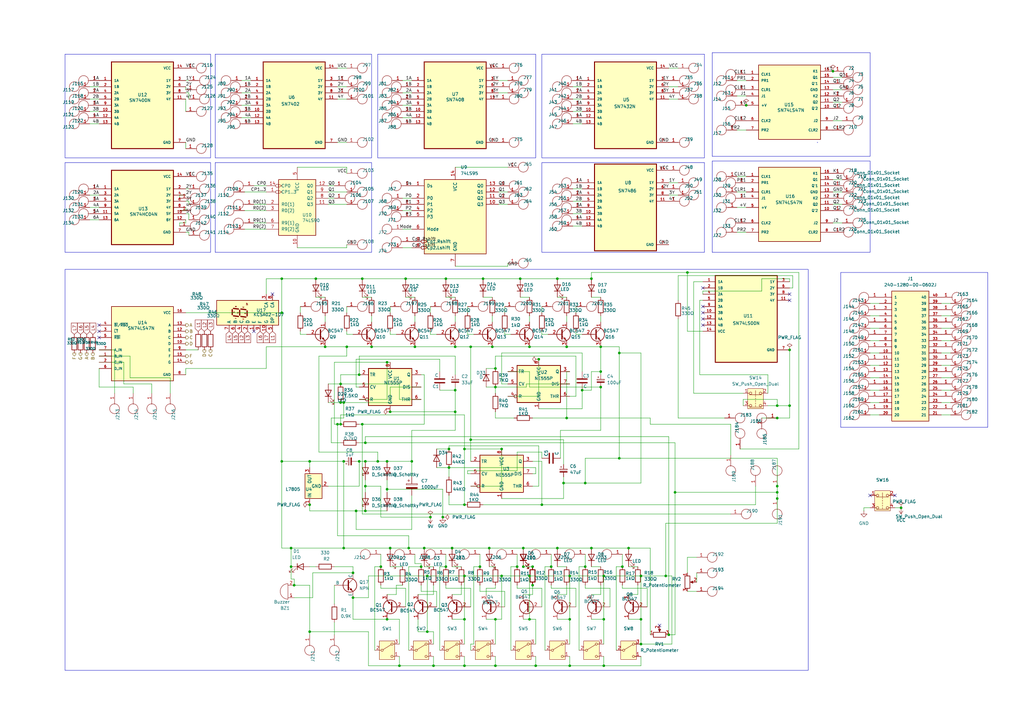
<source format=kicad_sch>
(kicad_sch (version 20231120) (generator "eeschema") (generator_version "8.0")
  (paper "A3")
  (junction (at 273.05 236.22))
  (junction (at 246.38 158.75))
  (junction (at 176.53 212.09))
  (junction (at 228.6 224.79))
  (junction (at 139.7 165.1))
  (junction (at 166.37 114.3))
  (junction (at 196.85 232.41))
  (junction (at 247.65 236.22))
  (junction (at 175.26 236.22))
  (junction (at 144.78 234.95))
  (junction (at 115.57 114.3))
  (junction (at 190.5 207.01))
  (junction (at 115.57 189.23))
  (junction (at 212.09 232.41))
  (junction (at 127 189.23))
  (junction (at 127 207.01))
  (junction (at 318.77 166.37))
  (junction (at 170.18 142.24))
  (junction (at 247.65 273.05))
  (junction (at 323.85 143.51))
  (junction (at 158.75 189.23))
  (junction (at 148.59 114.3))
  (junction (at 257.81 224.79))
  (junction (at 254 187.96))
  (junction (at 318.77 201.93))
  (junction (at 149.86 199.39))
  (junction (at 172.72 232.41))
  (junction (at 160.02 224.79))
  (junction (at 139.7 157.48))
  (junction (at 158.75 148.59))
  (junction (at 181.61 212.09))
  (junction (at 186.69 142.24))
  (junction (at 184.15 191.77))
  (junction (at 276.86 201.93))
  (junction (at 205.74 184.15))
  (junction (at 226.06 232.41))
  (junction (at 156.21 232.41))
  (junction (at 247.65 254))
  (junction (at 119.38 232.41))
  (junction (at 200.66 224.79))
  (junction (at 115.57 128.27))
  (junction (at 146.05 209.55))
  (junction (at 262.89 254))
  (junction (at 201.93 142.24))
  (junction (at 149.86 209.55))
  (junction (at 214.63 224.79))
  (junction (at 318.77 204.47))
  (junction (at 148.59 173.99))
  (junction (at 133.35 142.24))
  (junction (at 262.89 236.22))
  (junction (at 218.44 240.03))
  (junction (at 323.85 166.37))
  (junction (at 233.68 236.22))
  (junction (at 240.03 232.41))
  (junction (at 127 259.08))
  (junction (at 160.02 168.91))
  (junction (at 218.44 232.41))
  (junction (at 242.57 224.79))
  (junction (at 214.63 232.41))
  (junction (at 147.32 153.67))
  (junction (at 203.2 151.13))
  (junction (at 168.91 189.23))
  (junction (at 139.7 173.99))
  (junction (at 167.64 224.79))
  (junction (at 158.75 200.66))
  (junction (at 254 144.78))
  (junction (at 154.94 189.23))
  (junction (at 142.24 142.24))
  (junction (at 190.5 273.05))
  (junction (at 238.76 160.02))
  (junction (at 222.25 207.01))
  (junction (at 147.32 189.23))
  (junction (at 190.5 236.22))
  (junction (at 255.27 232.41))
  (junction (at 163.83 273.05))
  (junction (at 281.94 111.76))
  (junction (at 217.17 254))
  (junction (at 173.99 224.79))
  (junction (at 140.97 189.23))
  (junction (at 144.78 245.11))
  (junction (at 203.2 273.05))
  (junction (at 184.15 184.15))
  (junction (at 175.26 259.08))
  (junction (at 341.63 29.21))
  (junction (at 149.86 181.61))
  (junction (at 186.69 168.91))
  (junction (at 177.8 273.05))
  (junction (at 193.04 142.24))
  (junction (at 149.86 189.23))
  (junction (at 129.54 114.3))
  (junction (at 205.74 236.22))
  (junction (at 190.5 184.15))
  (junction (at 242.57 114.3))
  (junction (at 232.41 142.24))
  (junction (at 318.77 199.39))
  (junction (at 246.38 142.24))
  (junction (at 198.12 114.3))
  (junction (at 369.57 208.28))
  (junction (at 203.2 254))
  (junction (at 203.2 158.75))
  (junction (at 318.77 171.45))
  (junction (at 140.97 165.1))
  (junction (at 119.38 224.79))
  (junction (at 182.88 232.41))
  (junction (at 220.98 147.32))
  (junction (at 231.14 198.12))
  (junction (at 233.68 273.05))
  (junction (at 240.03 198.12))
  (junction (at 185.42 224.79))
  (junction (at 219.71 273.05))
  (junction (at 228.6 114.3))
  (junction (at 232.41 171.45))
  (junction (at 120.65 240.03))
  (junction (at 233.68 254))
  (junction (at 152.4 142.24))
  (junction (at 186.69 160.02))
  (junction (at 217.17 142.24))
  (junction (at 190.5 254))
  (junction (at 274.32 260.35))
  (junction (at 140.97 224.79))
  (junction (at 182.88 114.3))
  (junction (at 246.38 152.4))
  (junction (at 217.17 236.22))
  (junction (at 262.89 264.16))
  (junction (at 193.04 180.34))
  (junction (at 213.36 114.3))
  (junction (at 138.43 173.99))
  (junction (at 158.75 254))
  (junction (at 306.07 43.18))
  (no_connect (at 288.29 133.35))
  (no_connect (at 288.29 130.81))
  (no_connect (at 40.64 135.89))
  (no_connect (at 288.29 128.27))
  (no_connect (at 40.64 133.35))
  (no_connect (at 367.03 203.2))
  (no_connect (at 40.64 138.43))
  (no_connect (at 323.85 123.19))
  (no_connect (at 356.87 203.2))
  (no_connect (at 288.29 118.11))
  (no_connect (at 323.85 120.65))
  (no_connect (at 111.76 120.65))
  (no_connect (at 270.51 256.54))
  (no_connect (at 104.14 135.89))
  (no_connect (at 288.29 125.73))
  (wire (pts (xy 168.91 189.23) (xy 158.75 189.23)))
  (wire (pts (xy 240.03 240.03) (xy 240.03 241.3)))
  (wire (pts (xy 156.21 199.39) (xy 156.21 212.09)))
  (wire (pts (xy 242.57 232.41) (xy 246.38 232.41)))
  (wire (pts (xy 247.65 236.22) (xy 247.65 254)))
  (wire (pts (xy 120.65 237.49) (xy 120.65 240.03)))
  (wire (pts (xy 274.32 179.07) (xy 274.32 260.35)))
  (wire (pts (xy 341.63 78.74) (xy 345.44 78.74)))
  (wire (pts (xy 191.77 193.04) (xy 212.09 193.04)))
  (wire (pts (xy 213.36 114.3) (xy 228.6 114.3)))
  (wire (pts (xy 266.7 224.79) (xy 257.81 224.79)))
  (wire (pts (xy 274.32 74.93) (xy 278.13 74.93)))
  (wire (pts (xy 165.1 33.02) (xy 168.91 33.02)))
  (wire (pts (xy 186.69 109.22) (xy 208.28 109.22)))
  (wire (pts (xy 288.29 120.65) (xy 288.29 119.38)))
  (wire (pts (xy 160.02 158.75) (xy 172.72 158.75)))
  (wire (pts (xy 203.2 168.91) (xy 203.2 171.45)))
  (wire (pts (xy 242.57 160.02) (xy 242.57 152.4)))
  (wire (pts (xy 240.03 187.96) (xy 254 187.96)))
  (wire (pts (xy 266.7 260.35) (xy 266.7 224.79)))
  (wire (pts (xy 140.97 189.23) (xy 140.97 224.79)))
  (wire (pts (xy 255.27 227.33) (xy 255.27 232.41)))
  (wire (pts (xy 36.83 50.8) (xy 40.64 50.8)))
  (wire (pts (xy 170.18 227.33) (xy 170.18 231.14)))
  (wire (pts (xy 302.26 78.74) (xy 306.07 78.74)))
  (wire (pts (xy 147.32 153.67) (xy 139.7 153.67)))
  (wire (pts (xy 236.22 162.56) (xy 236.22 146.05)))
  (wire (pts (xy 147.32 181.61) (xy 149.86 181.61)))
  (wire (pts (xy 149.86 181.61) (xy 276.86 181.61)))
  (wire (pts (xy 115.57 189.23) (xy 115.57 224.79)))
  (wire (pts (xy 142.24 68.58) (xy 142.24 71.12)))
  (wire (pts (xy 129.54 121.92) (xy 133.35 121.92)))
  (wire (pts (xy 127 189.23) (xy 140.97 189.23)))
  (wire (pts (xy 186.69 160.02) (xy 186.69 168.91)))
  (wire (pts (xy 218.44 171.45) (xy 232.41 171.45)))
  (wire (pts (xy 184.15 182.88) (xy 220.98 182.88)))
  (wire (pts (xy 168.91 176.53) (xy 186.69 176.53)))
  (wire (pts (xy 76.2 33.02) (xy 77.47 33.02)))
  (wire (pts (xy 262.89 236.22) (xy 273.05 236.22)))
  (wire (pts (xy 181.61 200.66) (xy 181.61 212.09)))
  (wire (pts (xy 246.38 142.24) (xy 254 142.24)))
  (wire (pts (xy 254 142.24) (xy 254 144.78)))
  (wire (pts (xy 121.92 101.6) (xy 142.24 101.6)))
  (wire (pts (xy 120.65 245.11) (xy 128.27 245.11)))
  (wire (pts (xy 233.68 157.48) (xy 215.9 157.48)))
  (wire (pts (xy 199.39 241.3) (xy 203.2 241.3)))
  (wire (pts (xy 160.02 168.91) (xy 186.69 168.91)))
  (wire (pts (xy 170.18 142.24) (xy 186.69 142.24)))
  (wire (pts (xy 191.77 128.27) (xy 191.77 125.73)))
  (wire (pts (xy 234.95 45.72) (xy 238.76 45.72)))
  (wire (pts (xy 158.75 200.66) (xy 181.61 200.66)))
  (wire (pts (xy 163.83 264.16) (xy 163.83 254)))
  (wire (pts (xy 318.77 204.47) (xy 318.77 214.63)))
  (wire (pts (xy 247.65 254) (xy 242.57 254)))
  (wire (pts (xy 156.21 227.33) (xy 156.21 232.41)))
  (wire (pts (xy 217.17 236.22) (xy 233.68 236.22)))
  (wire (pts (xy 209.55 137.16) (xy 207.01 137.16)))
  (wire (pts (xy 224.79 137.16) (xy 222.25 137.16)))
  (wire (pts (xy 193.04 199.39) (xy 205.74 199.39)))
  (wire (pts (xy 133.35 142.24) (xy 142.24 142.24)))
  (wire (pts (xy 278.13 123.19) (xy 278.13 113.03)))
  (wire (pts (xy 231.14 195.58) (xy 231.14 198.12)))
  (wire (pts (xy 144.78 245.11) (xy 151.13 245.11)))
  (wire (pts (xy 128.27 245.11) (xy 128.27 234.95)))
  (wire (pts (xy 281.94 228.6) (xy 285.75 228.6)))
  (wire (pts (xy 246.38 158.75) (xy 217.17 158.75)))
  (wire (pts (xy 73.66 91.44) (xy 76.2 91.44)))
  (wire (pts (xy 40.64 148.59) (xy 50.8 148.59)))
  (wire (pts (xy 160.02 232.41) (xy 165.1 232.41)))
  (wire (pts (xy 119.38 237.49) (xy 120.65 237.49)))
  (wire (pts (xy 76.2 128.27) (xy 115.57 128.27)))
  (wire (pts (xy 203.2 171.45) (xy 210.82 171.45)))
  (wire (pts (xy 215.9 158.75) (xy 203.2 158.75)))
  (wire (pts (xy 312.42 114.3) (xy 323.85 114.3)))
  (wire (pts (xy 173.99 153.67) (xy 172.72 153.67)))
  (wire (pts (xy 166.37 248.92) (xy 166.37 241.3)))
  (wire (pts (xy 179.07 242.57) (xy 172.72 242.57)))
  (wire (pts (xy 302.26 72.39) (xy 306.07 72.39)))
  (wire (pts (xy 281.94 111.76) (xy 242.57 111.76)))
  (wire (pts (xy 76.2 86.36) (xy 76.2 85.09)))
  (wire (pts (xy 266.7 171.45) (xy 266.7 173.99)))
  (wire (pts (xy 127 259.08) (xy 127 260.35)))
  (wire (pts (xy 138.43 173.99) (xy 139.7 173.99)))
  (wire (pts (xy 238.76 160.02) (xy 242.57 160.02)))
  (wire (pts (xy 196.85 240.03) (xy 196.85 242.57)))
  (wire (pts (xy 287.02 153.67) (xy 314.96 153.67)))
  (wire (pts (xy 325.12 113.03) (xy 325.12 118.11)))
  (wire (pts (xy 40.64 146.05) (xy 53.34 146.05)))
  (wire (pts (xy 120.65 240.03) (xy 127 240.03)))
  (wire (pts (xy 236.22 128.27) (xy 236.22 125.73)))
  (wire (pts (xy 109.22 151.13) (xy 109.22 142.24)))
  (wire (pts (xy 104.14 76.2) (xy 109.22 76.2)))
  (wire (pts (xy 222.25 189.23) (xy 222.25 207.01)))
  (wire (pts (xy 203.2 158.75) (xy 203.2 161.29)))
  (wire (pts (xy 175.26 236.22) (xy 190.5 236.22)))
  (wire (pts (xy 152.4 121.92) (xy 148.59 121.92)))
  (wire (pts (xy 190.5 184.15) (xy 205.74 184.15)))
  (wire (pts (xy 137.16 240.03) (xy 137.16 247.65)))
  (wire (pts (xy 238.76 167.64) (xy 238.76 160.02)))
  (wire (pts (xy 240.03 241.3) (xy 250.19 241.3)))
  (wire (pts (xy 214.63 224.79) (xy 228.6 224.79)))
  (wire (pts (xy 274.32 35.56) (xy 278.13 35.56)))
  (wire (pts (xy 127 240.03) (xy 127 259.08)))
  (wire (pts (xy 109.22 114.3) (xy 109.22 120.65)))
  (wire (pts (xy 138.43 219.71) (xy 167.64 219.71)))
  (wire (pts (xy 204.47 78.74) (xy 208.28 78.74)))
  (wire (pts (xy 222.25 128.27) (xy 222.25 125.73)))
  (wire (pts (xy 186.69 158.75) (xy 186.69 160.02)))
  (wire (pts (xy 115.57 114.3) (xy 129.54 114.3)))
  (wire (pts (xy 76.2 153.67) (xy 76.2 151.13)))
  (wire (pts (xy 125.73 137.16) (xy 123.19 137.16)))
  (wire (pts (xy 217.17 142.24) (xy 232.41 142.24)))
  (wire (pts (xy 233.68 254) (xy 228.6 254)))
  (wire (pts (xy 186.69 68.58) (xy 208.28 68.58)))
  (wire (pts (xy 193.04 241.3) (xy 193.04 248.92)))
  (wire (pts (xy 137.16 232.41) (xy 144.78 232.41)))
  (wire (pts (xy 137.16 148.59) (xy 158.75 148.59)))
  (wire (pts (xy 265.43 248.92) (xy 265.43 241.3)))
  (wire (pts (xy 386.08 160.02) (xy 389.89 160.02)))
  (wire (pts (xy 99.06 38.1) (xy 102.87 38.1)))
  (wire (pts (xy 182.88 240.03) (xy 182.88 241.3)))
  (wire (pts (xy 219.71 191.77) (xy 219.71 194.31)))
  (wire (pts (xy 99.06 33.02) (xy 102.87 33.02)))
  (wire (pts (xy 302.26 33.02) (xy 306.07 33.02)))
  (wire (pts (xy 171.45 243.84) (xy 177.8 243.84)))
  (wire (pts (xy 236.22 135.89) (xy 236.22 137.16)))
  (wire (pts (xy 204.47 33.02) (xy 208.28 33.02)))
  (wire (pts (xy 205.74 254) (xy 205.74 236.22)))
  (wire (pts (xy 163.83 273.05) (xy 177.8 273.05)))
  (wire (pts (xy 138.43 58.42) (xy 142.24 58.42)))
  (wire (pts (xy 281.94 228.6) (xy 281.94 234.95)))
  (wire (pts (xy 203.2 146.05) (xy 203.2 151.13)))
  (wire (pts (xy 255.27 240.03) (xy 255.27 241.3)))
  (wire (pts (xy 193.04 194.31) (xy 191.77 194.31)))
  (wire (pts (xy 284.48 161.29) (xy 284.48 115.57)))
  (wire (pts (xy 194.31 232.41) (xy 196.85 232.41)))
  (wire (pts (xy 76.2 143.51) (xy 81.28 143.51)))
  (wire (pts (xy 149.86 209.55) (xy 158.75 209.55)))
  (wire (pts (xy 134.62 76.2) (xy 137.16 76.2)))
  (wire (pts (xy 149.86 179.07) (xy 149.86 181.61)))
  (wire (pts (xy 119.38 224.79) (xy 140.97 224.79)))
  (wire (pts (xy 232.41 243.84) (xy 232.41 240.03)))
  (wire (pts (xy 109.22 142.24) (xy 133.35 142.24)))
  (wire (pts (xy 228.6 232.41) (xy 232.41 232.41)))
  (wire (pts (xy 242.57 243.84) (xy 246.38 243.84)))
  (wire (pts (xy 133.35 129.54) (xy 133.35 132.08)))
  (wire (pts (xy 40.64 143.51) (xy 46.99 143.51)))
  (wire (pts (xy 234.95 77.47) (xy 238.76 77.47)))
  (wire (pts (xy 228.6 243.84) (xy 232.41 243.84)))
  (wire (pts (xy 40.64 158.75) (xy 54.61 158.75)))
  (wire (pts (xy 199.39 254) (xy 203.2 254)))
  (wire (pts (xy 247.65 264.16) (xy 247.65 254)))
  (wire (pts (xy 386.08 129.54) (xy 389.89 129.54)))
  (wire (pts (xy 166.37 114.3) (xy 182.88 114.3)))
  (wire (pts (xy 193.04 142.24) (xy 193.04 180.34)))
  (wire (pts (xy 226.06 241.3) (xy 236.22 241.3)))
  (wire (pts (xy 134.62 165.1) (xy 139.7 165.1)))
  (wire (pts (xy 134.62 81.28) (xy 137.16 81.28)))
  (wire (pts (xy 121.92 68.58) (xy 142.24 68.58)))
  (wire (pts (xy 190.5 207.01) (xy 190.5 184.15)))
  (wire (pts (xy 231.14 198.12) (xy 231.14 204.47)))
  (wire (pts (xy 228.6 224.79) (xy 242.57 224.79)))
  (wire (pts (xy 233.68 264.16) (xy 233.68 254)))
  (wire (pts (xy 127 207.01) (xy 127 209.55)))
  (wire (pts (xy 62.23 157.48) (xy 62.23 161.29)))
  (wire (pts (xy 238.76 152.4) (xy 238.76 144.78)))
  (wire (pts (xy 223.52 232.41) (xy 223.52 266.7)))
  (wire (pts (xy 151.13 273.05) (xy 163.83 273.05)))
  (wire (pts (xy 246.38 142.24) (xy 246.38 152.4)))
  (wire (pts (xy 151.13 259.08) (xy 127 259.08)))
  (wire (pts (xy 76.2 151.13) (xy 109.22 151.13)))
  (wire (pts (xy 184.15 184.15) (xy 184.15 182.88)))
  (wire (pts (xy 218.44 243.84) (xy 218.44 240.03)))
  (wire (pts (xy 205.74 236.22) (xy 217.17 236.22)))
  (wire (pts (xy 222.25 135.89) (xy 222.25 137.16)))
  (wire (pts (xy 233.68 269.24) (xy 233.68 273.05)))
  (wire (pts (xy 314.96 153.67) (xy 314.96 161.29)))
  (wire (pts (xy 281.94 242.57) (xy 285.75 242.57)))
  (wire (pts (xy 288.29 123.19) (xy 287.02 123.19)))
  (wire (pts (xy 50.8 157.48) (xy 62.23 157.48)))
  (wire (pts (xy 36.83 80.01) (xy 40.64 80.01)))
  (wire (pts (xy 138.43 173.99) (xy 138.43 219.71)))
  (wire (pts (xy 182.88 114.3) (xy 198.12 114.3)))
  (wire (pts (xy 142.24 142.24) (xy 152.4 142.24)))
  (wire (pts (xy 309.88 199.39) (xy 309.88 207.01)))
  (wire (pts (xy 177.8 273.05) (xy 190.5 273.05)))
  (wire (pts (xy 135.89 181.61) (xy 139.7 181.61)))
  (wire (pts (xy 156.21 232.41) (xy 153.67 232.41)))
  (wire (pts (xy 217.17 129.54) (xy 217.17 132.08)))
  (wire (pts (xy 77.47 83.82) (xy 77.47 82.55)))
  (wire (pts (xy 77.47 82.55) (xy 76.2 82.55)))
  (wire (pts (xy 185.42 224.79) (xy 200.66 224.79)))
  (wire (pts (xy 172.72 242.57) (xy 172.72 240.03)))
  (wire (pts (xy 77.47 95.25) (xy 76.2 95.25)))
  (wire (pts (xy 100.33 86.36) (xy 109.22 86.36)))
  (wire (pts (xy 232.41 171.45) (xy 232.41 152.4)))
  (wire (pts (xy 262.89 269.24) (xy 262.89 273.05)))
  (wire (pts (xy 140.97 224.79) (xy 160.02 224.79)))
  (wire (pts (xy 386.08 134.62) (xy 389.89 134.62)))
  (wire (pts (xy 170.18 129.54) (xy 170.18 132.08)))
  (wire (pts (xy 156.21 241.3) (xy 166.37 241.3)))
  (wire (pts (xy 185.42 243.84) (xy 189.23 243.84)))
  (wire (pts (xy 203.2 273.05) (xy 219.71 273.05)))
  (wire (pts (xy 36.83 40.64) (xy 40.64 40.64)))
  (wire (pts (xy 201.93 142.24) (xy 217.17 142.24)))
  (wire (pts (xy 386.08 144.78) (xy 389.89 144.78)))
  (wire (pts (xy 231.14 180.34) (xy 231.14 190.5)))
  (wire (pts (xy 149.86 199.39) (xy 149.86 201.93)))
  (wire (pts (xy 73.66 80.01) (xy 76.2 80.01)))
  (wire (pts (xy 229.87 176.53) (xy 246.38 176.53)))
  (wire (pts (xy 162.56 243.84) (xy 162.56 240.03)))
  (wire (pts (xy 134.62 83.82) (xy 142.24 83.82)))
  (wire (pts (xy 142.24 135.89) (xy 142.24 137.16)))
  (wire (pts (xy 220.98 199.39) (xy 218.44 199.39)))
  (wire (pts (xy 137.16 148.59) (xy 137.16 173.99)))
  (wire (pts (xy 165.1 48.26) (xy 168.91 48.26)))
  (wire (pts (xy 175.26 236.22) (xy 175.26 259.08)))
  (wire (pts (xy 172.72 231.14) (xy 170.18 231.14)))
  (wire (pts (xy 40.64 151.13) (xy 40.64 158.75)))
  (wire (pts (xy 160.02 135.89) (xy 160.02 137.16)))
  (wire (pts (xy 274.32 80.01) (xy 278.13 80.01)))
  (wire (pts (xy 190.5 236.22) (xy 205.74 236.22)))
  (wire (pts (xy 104.14 83.82) (xy 109.22 83.82)))
  (wire (pts (xy 76.2 58.42) (xy 76.2 60.96)))
  (wire (pts (xy 184.15 207.01) (xy 190.5 207.01)))
  (wire (pts (xy 123.19 135.89) (xy 123.19 137.16)))
  (wire (pts (xy 130.81 146.05) (xy 142.24 146.05)))
  (wire (pts (xy 190.5 254) (xy 185.42 254)))
  (wire (pts (xy 100.33 78.74) (xy 109.22 78.74)))
  (wire (pts (xy 207.01 135.89) (xy 207.01 137.16)))
  (wire (pts (xy 234.95 40.64) (xy 238.76 40.64)))
  (wire (pts (xy 152.4 129.54) (xy 152.4 132.08)))
  (wire (pts (xy 229.87 187.96) (xy 229.87 176.53)))
  (wire (pts (xy 36.83 90.17) (xy 40.64 90.17)))
  (wire (pts (xy 115.57 114.3) (xy 109.22 114.3)))
  (wire (pts (xy 299.72 173.99) (xy 299.72 186.69)))
  (wire (pts (xy 177.8 259.08) (xy 177.8 264.16)))
  (wire (pts (xy 276.86 201.93) (xy 276.86 260.35)))
  (wire (pts (xy 204.47 83.82) (xy 208.28 83.82)))
  (wire (pts (xy 168.91 189.23) (xy 168.91 176.53)))
  (wire (pts (xy 139.7 157.48) (xy 163.83 157.48)))
  (wire (pts (xy 184.15 191.77) (xy 219.71 191.77)))
  (wire (pts (xy 356.87 160.02) (xy 360.68 160.02)))
  (wire (pts (xy 36.83 45.72) (xy 40.64 45.72)))
  (wire (pts (xy 219.71 269.24) (xy 219.71 273.05)))
  (wire (pts (xy 134.62 78.74) (xy 142.24 78.74)))
  (wire (pts (xy 160.02 128.27) (xy 160.02 125.73)))
  (wire (pts (xy 182.88 121.92) (xy 186.69 121.92)))
  (wire (pts (xy 341.63 83.82) (xy 345.44 83.82)))
  (wire (pts (xy 204.47 38.1) (xy 208.28 38.1)))
  (wire (pts (xy 356.87 129.54) (xy 360.68 129.54)))
  (wire (pts (xy 386.08 124.46) (xy 389.89 124.46)))
  (wire (pts (xy 165.1 81.28) (xy 168.91 81.28)))
  (wire (pts (xy 165.1 86.36) (xy 168.91 86.36)))
  (wire (pts (xy 302.26 85.09) (xy 306.07 85.09)))
  (wire (pts (xy 367.03 208.28) (xy 369.57 208.28)))
  (wire (pts (xy 137.16 173.99) (xy 138.43 173.99)))
  (wire (pts (xy 318.77 163.83) (xy 318.77 166.37)))
  (wire (pts (xy 232.41 142.24) (xy 246.38 142.24)))
  (wire (pts (xy 237.49 232.41) (xy 237.49 266.7)))
  (wire (pts (xy 177.8 243.84) (xy 177.8 240.03)))
  (wire (pts (xy 217.17 236.22) (xy 217.17 254)))
  (wire (pts (xy 233.68 236.22) (xy 247.65 236.22)))
  (wire (pts (xy 318.77 187.96) (xy 318.77 199.39)))
  (wire (pts (xy 207.01 242.57) (xy 207.01 248.92)))
  (wire (pts (xy 186.69 129.54) (xy 186.69 132.08)))
  (wire (pts (xy 219.71 264.16) (xy 219.71 254)))
  (wire (pts (xy 190.5 236.22) (xy 190.5 254)))
  (wire (pts (xy 232.41 152.4) (xy 233.68 152.4)))
  (wire (pts (xy 163.83 269.24) (xy 163.83 273.05)))
  (wire (pts (xy 226.06 232.41) (xy 223.52 232.41)))
  (wire (pts (xy 262.89 264.16) (xy 262.89 254)))
  (wire (pts (xy 54.61 158.75) (xy 54.61 161.29)))
  (wire (pts (xy 151.13 236.22) (xy 175.26 236.22)))
  (wire (pts (xy 242.57 224.79) (xy 257.81 224.79)))
  (wire (pts (xy 135.89 171.45) (xy 135.89 181.61)))
  (wire (pts (xy 154.94 189.23) (xy 158.75 189.23)))
  (wire (pts (xy 144.78 232.41) (xy 144.78 234.95)))
  (wire (pts (xy 147.32 189.23) (xy 149.86 189.23)))
  (wire (pts (xy 212.09 241.3) (xy 222.25 241.3)))
  (wire (pts (xy 273.05 236.22) (xy 273.05 214.63)))
  (wire (pts (xy 100.33 93.98) (xy 109.22 93.98)))
  (wire (pts (xy 247.65 236.22) (xy 262.89 236.22)))
  (wire (pts (xy 318.77 201.93) (xy 318.77 204.47)))
  (wire (pts (xy 115.57 114.3) (xy 115.57 128.27)))
  (wire (pts (xy 356.87 165.1) (xy 360.68 165.1)))
  (wire (pts (xy 262.89 254) (xy 257.81 254)))
  (wire (pts (xy 287.02 123.19) (xy 287.02 153.67)))
  (wire (pts (xy 171.45 254) (xy 171.45 259.08)))
  (wire (pts (xy 276.86 181.61) (xy 276.86 201.93)))
  (wire (pts (xy 281.94 135.89) (xy 281.94 111.76)))
  (wire (pts (xy 233.68 273.05) (xy 247.65 273.05)))
  (wire (pts (xy 176.53 128.27) (xy 176.53 125.73)))
  (wire (pts (xy 73.66 86.36) (xy 76.2 86.36)))
  (wire (pts (xy 285.75 238.76) (xy 285.75 234.95)))
  (wire (pts (xy 222.25 241.3) (xy 222.25 248.92)))
  (wire (pts (xy 194.31 137.16) (xy 191.77 137.16)))
  (wire (pts (xy 219.71 254) (xy 217.17 254)))
  (wire (pts (xy 134.62 157.48) (xy 139.7 157.48)))
  (wire (pts (xy 173.99 173.99) (xy 173.99 153.67)))
  (wire (pts (xy 231.14 198.12) (xy 240.03 198.12)))
  (wire (pts (xy 262.89 198.12) (xy 262.89 144.78)))
  (wire (pts (xy 217.17 254) (xy 214.63 254)))
  (wire (pts (xy 180.34 232.41) (xy 182.88 232.41)))
  (wire (pts (xy 304.8 163.83) (xy 318.77 163.83)))
  (wire (pts (xy 303.53 184.15) (xy 327.66 184.15)))
  (wire (pts (xy 196.85 227.33) (xy 196.85 232.41)))
  (wire (pts (xy 36.83 85.09) (xy 40.64 85.09)))
  (wire (pts (xy 46.99 143.51) (xy 46.99 161.29)))
  (wire (pts (xy 142.24 100.33) (xy 142.24 101.6)))
  (wire (pts (xy 232.41 129.54) (xy 232.41 132.08)))
  (wire (pts (xy 193.04 142.24) (xy 201.93 142.24)))
  (wire (pts (xy 184.15 203.2) (xy 184.15 207.01)))
  (wire (pts (xy 142.24 125.73) (xy 142.24 128.27)))
  (wire (pts (xy 168.91 203.2) (xy 168.91 217.17)))
  (wire (pts (xy 167.64 232.41) (xy 167.64 266.7)))
  (wire (pts (xy 386.08 154.94) (xy 389.89 154.94)))
  (wire (pts (xy 193.04 189.23) (xy 193.04 180.34)))
  (wire (pts (xy 356.87 139.7) (xy 360.68 139.7)))
  (wire (pts (xy 208.28 162.56) (xy 220.98 162.56)))
  (wire (pts (xy 139.7 173.99) (xy 139.7 170.18)))
  (wire (pts (xy 274.32 40.64) (xy 278.13 40.64)))
  (wire (pts (xy 304.8 166.37) (xy 304.8 163.83)))
  (wire (pts (xy 190.5 269.24) (xy 190.5 273.05)))
  (wire (pts (xy 140.97 165.1) (xy 160.02 165.1)))
  (wire (pts (xy 226.06 240.03) (xy 226.06 241.3)))
  (wire (pts (xy 156.21 240.03) (xy 156.21 241.3)))
  (wire (pts (xy 115.57 128.27) (xy 115.57 189.23)))
  (wire (pts (xy 246.38 158.75) (xy 246.38 176.53)))
  (wire (pts (xy 214.63 243.84) (xy 218.44 243.84)))
  (wire (pts (xy 238.76 144.78) (xy 205.74 144.78)))
  (wire (pts (xy 99.06 48.26) (xy 102.87 48.26)))
  (wire (pts (xy 220.98 167.64) (xy 238.76 167.64)))
  (wire (pts (xy 165.1 101.6) (xy 168.91 101.6)))
  (wire (pts (xy 146.05 209.55) (xy 149.86 209.55)))
  (wire (pts (xy 148.59 210.82) (xy 148.59 173.99)))
  (wire (pts (xy 284.48 161.29) (xy 304.8 161.29)))
  (wire (pts (xy 138.43 35.56) (xy 142.24 35.56)))
  (wire (pts (xy 173.99 224.79) (xy 185.42 224.79)))
  (wire (pts (xy 341.63 91.44) (xy 345.44 91.44)))
  (wire (pts (xy 203.2 254) (xy 203.2 264.16)))
  (wire (pts (xy 138.43 27.94) (xy 142.24 27.94)))
  (wire (pts (xy 50.8 148.59) (xy 50.8 157.48)))
  (wire (pts (xy 207.01 242.57) (xy 196.85 242.57)))
  (wire (pts (xy 76.2 35.56) (xy 76.2 36.83)))
  (wire (pts (xy 254 144.78) (xy 254 187.96)))
  (wire (pts (xy 185.42 232.41) (xy 189.23 232.41)))
  (wire (pts (xy 180.34 147.32) (xy 180.34 152.4)))
  (wire (pts (xy 247.65 269.24) (xy 247.65 273.05)))
  (wire (pts (xy 212.09 227.33) (xy 212.09 232.41)))
  (wire (pts (xy 171.45 259.08) (xy 175.26 259.08)))
  (wire (pts (xy 203.2 240.03) (xy 203.2 241.3)))
  (wire (pts (xy 215.9 157.48) (xy 215.9 158.75)))
  (wire (pts (xy 242.57 111.76) (xy 242.57 114.3)))
  (wire (pts (xy 327.66 111.76) (xy 281.94 111.76)))
  (wire (pts (xy 167.64 219.71) (xy 167.64 224.79)))
  (wire (pts (xy 36.83 35.56) (xy 40.64 35.56)))
  (wire (pts (xy 158.75 196.85) (xy 158.75 200.66)))
  (wire (pts (xy 274.32 179.07) (xy 149.86 179.07)))
  (wire (pts (xy 323.85 166.37) (xy 318.77 166.37)))
  (wire (pts (xy 302.26 95.25) (xy 306.07 95.25)))
  (wire (pts (xy 356.87 208.28) (xy 354.33 208.28)))
  (wire (pts (xy 208.28 107.95) (xy 208.28 109.22)))
  (wire (pts (xy 218.44 189.23) (xy 222.25 189.23)))
  (wire (pts (xy 151.13 245.11) (xy 151.13 236.22)))
  (wire (pts (xy 186.69 142.24) (xy 193.04 142.24)))
  (wire (pts (xy 163.83 157.48) (xy 163.83 163.83)))
  (wire (pts (xy 138.43 40.64) (xy 142.24 40.64)))
  (wire (pts (xy 356.87 144.78) (xy 360.68 144.78)))
  (wire (pts (xy 193.04 180.34) (xy 231.14 180.34)))
  (wire (pts (xy 205.74 204.47) (xy 231.14 204.47)))
  (wire (pts (xy 149.86 199.39) (xy 156.21 199.39)))
  (wire (pts (xy 168.91 195.58) (xy 168.91 189.23)))
  (wire (pts (xy 212.09 185.42) (xy 222.25 185.42)))
  (wire (pts (xy 184.15 191.77) (xy 184.15 195.58)))
  (wire (pts (xy 146.05 217.17) (xy 168.91 217.17)))
  (wire (pts (xy 228.6 114.3) (xy 242.57 114.3)))
  (wire (pts (xy 198.12 114.3) (xy 213.36 114.3)))
  (wire (pts (xy 242.57 121.92) (xy 246.38 121.92)))
  (wire (pts (xy 198.12 121.92) (xy 201.93 121.92)))
  (wire (pts (xy 233.68 236.22) (xy 233.68 254)))
  (wire (pts (xy 312.42 119.38) (xy 312.42 114.3)))
  (wire (pts (xy 182.88 241.3) (xy 193.04 241.3)))
  (wire (pts (xy 234.95 35.56) (xy 238.76 35.56)))
  (wire (pts (xy 77.47 87.63) (xy 76.2 87.63)))
  (wire (pts (xy 273.05 236.22) (xy 275.59 236.22)))
  (wire (pts (xy 146.05 158.75) (xy 147.32 158.75)))
  (wire (pts (xy 386.08 149.86) (xy 389.89 149.86)))
  (wire (pts (xy 240.03 232.41) (xy 237.49 232.41)))
  (wire (pts (xy 257.81 232.41) (xy 261.62 232.41)))
  (wire (pts (xy 163.83 254) (xy 158.75 254)))
  (wire (pts (xy 154.94 185.42) (xy 130.81 185.42)))
  (wire (pts (xy 246.38 129.54) (xy 246.38 132.08)))
  (wire (pts (xy 151.13 259.08) (xy 151.13 273.05)))
  (wire (pts (xy 144.78 254) (xy 158.75 254)))
  (wire (pts (xy 147.32 163.83) (xy 158.75 163.83)))
  (wire (pts (xy 265.43 241.3) (xy 255.27 241.3)))
  (wire (pts (xy 127 209.55) (xy 146.05 209.55)))
  (wire (pts (xy 266.7 173.99) (xy 299.72 173.99)))
  (wire (pts (xy 149.86 196.85) (xy 149.86 199.39)))
  (wire (pts (xy 302.26 53.34) (xy 306.07 53.34)))
  (wire (pts (xy 99.06 43.18) (xy 102.87 43.18)))
  (wire (pts (xy 158.75 200.66) (xy 158.75 201.93)))
  (wire (pts (xy 180.34 266.7) (xy 180.34 232.41)))
  (wire (pts (xy 205.74 157.48) (xy 208.28 157.48)))
  (wire (pts (xy 217.17 158.75) (xy 217.17 152.4)))
  (wire (pts (xy 186.69 168.91) (xy 186.69 176.53)))
  (wire (pts (xy 53.34 154.94) (xy 69.85 154.94)))
  (wire (pts (xy 288.29 119.38) (xy 312.42 119.38)))
  (wire (pts (xy 148.59 114.3) (xy 166.37 114.3)))
  (wire (pts (xy 201.93 129.54) (xy 201.93 132.08)))
  (wire (pts (xy 323.85 114.3) (xy 323.85 115.57)))
  (wire (pts (xy 179.07 184.15) (xy 184.15 184.15)))
  (wire (pts (xy 165.1 43.18) (xy 168.91 43.18)))
  (wire (pts (xy 232.41 171.45) (xy 266.7 171.45)))
  (wire (pts (xy 250.19 248.92) (xy 250.19 241.3)))
  (wire (pts (xy 234.95 82.55) (xy 238.76 82.55)))
  (wire (pts (xy 203.2 254) (xy 205.74 254)))
  (wire (pts (xy 199.39 158.75) (xy 203.2 158.75)))
  (wire (pts (xy 76.2 77.47) (xy 77.47 77.47)))
  (wire (pts (xy 147.32 199.39) (xy 147.32 189.23)))
  (wire (pts (xy 312.42 171.45) (xy 318.77 171.45)))
  (wire (pts (xy 247.65 273.05) (xy 262.89 273.05)))
  (wire (pts (xy 200.66 232.41) (xy 203.2 232.41)))
  (wire (pts (xy 209.55 232.41) (xy 209.55 266.7)))
  (wire (pts (xy 176.53 135.89) (xy 176.53 137.16)))
  (wire (pts (xy 194.31 264.16) (xy 193.04 264.16)))
  (wire (pts (xy 327.66 184.15) (xy 327.66 111.76)))
  (wire (pts (xy 182.88 227.33) (xy 182.88 232.41)))
  (wire (pts (xy 222.25 207.01) (xy 309.88 207.01)))
  (wire (pts (xy 193.04 264.16) (xy 193.04 266.7)))
  (wire (pts (xy 73.66 92.71) (xy 73.66 91.44)))
  (wire (pts (xy 276.86 260.35) (xy 274.32 260.35)))
  (wire (pts (xy 234.95 50.8) (xy 238.76 50.8)))
  (wire (pts (xy 302.26 39.37) (xy 306.07 39.37)))
  (wire (pts (xy 288.29 135.89) (xy 281.94 135.89)))
  (wire (pts (xy 175.26 259.08) (xy 177.8 259.08)))
  (wire (pts (xy 77.47 38.1) (xy 76.2 38.1)))
  (wire (pts (xy 325.12 118.11) (xy 323.85 118.11)))
  (wire (pts (xy 134.62 199.39) (xy 147.32 199.39)))
  (wire (pts (xy 77.47 96.52) (xy 77.47 95.25)))
  (wire (pts (xy 146.05 189.23) (xy 147.32 189.23)))
  (wire (pts (xy 212.09 232.41) (xy 209.55 232.41)))
  (wire (pts (xy 190.5 264.16) (xy 190.5 254)))
  (wire (pts (xy 152.4 142.24) (xy 170.18 142.24)))
  (wire (pts (xy 356.87 154.94) (xy 360.68 154.94)))
  (wire (pts (xy 127 232.41) (xy 129.54 232.41)))
  (wire (pts (xy 222.25 207.01) (xy 198.12 207.01)))
  (wire (pts (xy 160.02 158.75) (xy 160.02 165.1)))
  (wire (pts (xy 226.06 227.33) (xy 226.06 232.41)))
  (wire (pts (xy 276.86 201.93) (xy 318.77 201.93)))
  (wire (pts (xy 156.21 212.09) (xy 176.53 212.09)))
  (wire (pts (xy 236.22 146.05) (xy 203.2 146.05)))
  (wire (pts (xy 240.03 198.12) (xy 240.03 187.96)))
  (wire (pts (xy 318.77 166.37) (xy 314.96 166.37)))
  (wire (pts (xy 190.5 273.05) (xy 203.2 273.05)))
  (wire (pts (xy 234.95 92.71) (xy 238.76 92.71)))
  (wire (pts (xy 194.31 264.16) (xy 194.31 232.41)))
  (wire (pts (xy 186.69 146.05) (xy 147.32 146.05)))
  (wire (pts (xy 273.05 214.63) (xy 318.77 214.63)))
  (wire (pts (xy 275.59 264.16) (xy 275.59 236.22)))
  (wire (pts (xy 144.78 137.16) (xy 142.24 137.16)))
  (wire (pts (xy 73.66 81.28) (xy 73.66 80.01)))
  (wire (pts (xy 236.22 248.92) (xy 236.22 241.3)))
  (wire (pts (xy 130.81 185.42) (xy 130.81 146.05)))
  (wire (pts (xy 254 187.96) (xy 318.77 187.96)))
  (wire (pts (xy 104.14 91.44) (xy 109.22 91.44)))
  (wire (pts (xy 147.32 173.99) (xy 148.59 173.99)))
  (wire (pts (xy 205.74 144.78) (xy 205.74 157.48)))
  (wire (pts (xy 158.75 148.59) (xy 160.02 148.59)))
  (wire (pts (xy 191.77 135.89) (xy 191.77 137.16)))
  (wire (pts (xy 255.27 232.41) (xy 252.73 232.41)))
  (wire (pts (xy 76.2 90.17) (xy 76.2 91.44)))
  (wire (pts (xy 341.63 41.91) (xy 345.44 41.91)))
  (wire (pts (xy 219.71 273.05) (xy 233.68 273.05)))
  (wire (pts (xy 154.94 189.23) (xy 154.94 185.42)))
  (wire (pts (xy 140.97 171.45) (xy 135.89 171.45)))
  (wire (pts (xy 166.37 121.92) (xy 170.18 121.92)))
  (wire (pts (xy 139.7 165.1) (xy 140.97 165.1)))
  (wire (pts (xy 217.17 152.4) (xy 208.28 152.4)))
  (wire (pts (xy 53.34 146.05) (xy 53.34 154.94)))
  (wire (pts (xy 341.63 31.75) (xy 345.44 31.75)))
  (wire (pts (xy 158.75 243.84) (xy 162.56 243.84)))
  (wire (pts (xy 165.1 93.98) (xy 168.91 93.98)))
  (wire (pts (xy 278.13 113.03) (xy 325.12 113.03)))
  (wire (pts (xy 128.27 234.95) (xy 144.78 234.95)))
  (wire (pts (xy 341.63 73.66) (xy 345.44 73.66)))
  (wire (pts (xy 203.2 269.24) (xy 203.2 273.05)))
  (wire (pts (xy 165.1 38.1) (xy 168.91 38.1)))
  (wire (pts (xy 172.72 231.14) (xy 172.72 232.41)))
  (wire (pts (xy 173.99 232.41) (xy 177.8 232.41)))
  (wire (pts (xy 246.38 243.84) (xy 246.38 240.03)))
  (wire (pts (xy 323.85 143.51) (xy 323.85 166.37)))
  (wire (pts (xy 77.47 90.17) (xy 77.47 87.63)))
  (wire (pts (xy 199.39 151.13) (xy 203.2 151.13)))
  (wire (pts (xy 274.32 27.94) (xy 278.13 27.94)))
  (wire (pts (xy 356.87 124.46) (xy 360.68 124.46)))
  (wire (pts (xy 158.75 148.59) (xy 158.75 163.83)))
  (wire (pts (xy 220.98 162.56) (xy 220.98 147.32)))
  (wire (pts (xy 139.7 153.67) (xy 139.7 157.48)))
  (wire (pts (xy 220.98 182.88) (xy 220.98 199.39)))
  (wire (pts (xy 179.07 191.77) (xy 184.15 191.77)))
  (wire (pts (xy 356.87 134.62) (xy 360.68 134.62)))
  (wire (pts (xy 219.71 194.31) (xy 218.44 194.31)))
  (wire (pts (xy 213.36 121.92) (xy 217.17 121.92)))
  (wire (pts (xy 278.13 171.45) (xy 297.18 171.45)))
  (wire (pts (xy 386.08 139.7) (xy 389.89 139.7)))
  (wire (pts (xy 146.05 147.32) (xy 180.34 147.32)))
  (wire (pts (xy 119.38 232.41) (xy 119.38 237.49)))
  (wire (pts (xy 76.2 40.64) (xy 76.2 45.72)))
  (wire (pts (xy 167.64 232.41) (xy 172.72 232.41)))
  (wire (pts (xy 262.89 144.78) (xy 254 144.78)))
  (wire (pts (xy 242.57 152.4) (xy 246.38 152.4)))
  (wire (pts (xy 341.63 49.53) (xy 345.44 49.53)))
  (wire (pts (xy 200.66 224.79) (xy 214.63 224.79)))
  (wire (pts (xy 252.73 232.41) (xy 252.73 266.7)))
  (wire (pts (xy 163.83 163.83) (xy 172.72 163.83)))
  (wire (pts (xy 186.69 146.05) (xy 186.69 153.67)))
  (wire (pts (xy 189.23 243.84) (xy 189.23 240.03)))
  (wire (pts (xy 179.07 248.92) (xy 179.07 242.57)))
  (wire (pts (xy 162.56 240.03) (xy 165.1 240.03)))
  (wire (pts (xy 140.97 165.1) (xy 140.97 171.45)))
  (wire (pts (xy 238.76 137.16) (xy 236.22 137.16)))
  (wire (pts (xy 139.7 170.18) (xy 190.5 170.18)))
  (wire (pts (xy 144.78 245.11) (xy 144.78 254)))
  (wire (pts (xy 356.87 170.18) (xy 360.68 170.18)))
  (wire (pts (xy 212.09 240.03) (xy 212.09 241.3)))
  (wire (pts (xy 246.38 152.4) (xy 246.38 153.67)))
  (wire (pts (xy 115.57 189.23) (xy 127 189.23)))
  (wire (pts (xy 240.03 227.33) (xy 240.03 232.41)))
  (wire (pts (xy 354.33 208.28) (xy 354.33 209.55)))
  (wire (pts (xy 137.16 255.27) (xy 137.16 260.35)))
  (wire (pts (xy 177.8 269.24) (xy 177.8 273.05)))
  (wire (pts (xy 262.89 236.22) (xy 262.89 254)))
  (wire (pts (xy 160.02 224.79) (xy 167.64 224.79)))
  (wire (pts (xy 179.07 137.16) (xy 176.53 137.16)))
  (wire (pts (xy 212.09 193.04) (xy 212.09 185.42)))
  (wire (pts (xy 199.39 241.3) (xy 199.39 243.84)))
  (wire (pts (xy 386.08 165.1) (xy 389.89 165.1)))
  (wire (pts (xy 261.62 243.84) (xy 261.62 240.03)))
  (wire (pts (xy 257.81 243.84) (xy 261.62 243.84)))
  (wire (pts (xy 262.89 264.16) (xy 275.59 264.16)))
  (wire (pts (xy 146.05 209.55) (xy 146.05 217.17)))
  (wire (pts (xy 148.59 173.99) (xy 173.99 173.99)))
  (wire (pts (xy 386.08 170.18) (xy 389.89 170.18)))
  (wire (pts (xy 115.57 224.79) (xy 119.38 224.79)))
  (wire (pts (xy 214.63 232.41) (xy 218.44 232.41)))
  (wire (pts (xy 153.67 232.41) (xy 153.67 266.7)))
  (wire (pts (xy 228.6 121.92) (xy 232.41 121.92)))
  (wire (pts (xy 207.01 128.27) (xy 207.01 125.73)))
  (wire (pts (xy 180.34 160.02) (xy 186.69 160.02)))
  (wire (pts (xy 278.13 130.81) (xy 278.13 171.45)))
  (wire (pts (xy 341.63 36.83) (xy 345.44 36.83)))
  (wire (pts (xy 69.85 154.94) (xy 69.85 161.29)))
  (wire (pts (xy 146.05 147.32) (xy 146.05 158.75)))
  (wire (pts (xy 356.87 149.86) (xy 360.68 149.86)))
  (wire (pts (xy 205.74 199.39) (xy 205.74 184.15)))
  (wire (pts (xy 234.95 87.63) (xy 238.76 87.63)))
  (wire (pts (xy 129.54 114.3) (xy 148.59 114.3)))
  (wire (pts (xy 191.77 194.31) (xy 191.77 193.04)))
  (wire (pts (xy 123.19 128.27) (xy 123.19 125.73)))
  (wire (pts (xy 147.32 146.05) (xy 147.32 153.67)))
  (wire (pts (xy 167.64 224.79) (xy 173.99 224.79)))
  (wire (pts (xy 148.59 210.82) (xy 299.72 210.82)))
  (wire (pts (xy 323.85 166.37) (xy 323.85 171.45)))
  (wire (pts (xy 318.77 199.39) (xy 318.77 201.93)))
  (wire (pts (xy 162.56 137.16) (xy 160.02 137.16)))
  (wire (pts (xy 318.77 171.45) (xy 323.85 171.45)))
  (wire (pts (xy 190.5 170.18) (xy 190.5 184.15)))
  (wire (pts (xy 142.24 146.05) (xy 142.24 142.24)))
  (wire (pts (xy 149.86 189.23) (xy 154.94 189.23)))
  (wire (pts (xy 119.38 224.79) (xy 119.38 232.41)))
  (wire (pts (xy 127 191.77) (xy 127 189.23)))
  (wire (pts (xy 284.48 115.57) (xy 288.29 115.57)))
  (wire (pts (xy 240.03 198.12) (xy 262.89 198.12)))
  (wire (pts (xy 233.68 162.56) (xy 236.22 162.56)))
  (wire (pts (xy 222.25 185.42) (xy 222.25 187.96)))
  (wire (pts (xy 77.47 40.64) (xy 77.47 38.1)))
  (rectangle (start 88.265 66.675) (end 152.4 103.505))
  (rectangle (start 26.67 110.49) (end 331.47 274.955))
  (rectangle (start 292.1 21.59) (end 356.87 64.135))
  (rectangle (start 88.265 22.225) (end 152.4 64.77))
  (circle (center 335.28 58.42) (radius 0.0001))
  (rectangle (start 26.67 66.675) (end 86.36 103.505))
  (rectangle (start 222.25 22.225) (end 288.925 64.77))
  (rectangle (start 292.1 66.04) (end 356.87 103.505))
  (rectangle (start 154.94 22.225) (end 219.71 64.77))
  (rectangle (start 222.25 66.675) (end 288.925 103.505))
  (rectangle (start 344.805 111.76) (end 405.13 175.26))
  (rectangle (start 26.67 22.225) (end 86.36 64.77))
  (label "Q'1" (at 341.63 34.29 0))
  (label "3B" (at 168.91 45.72 180))
  (label "2Y" (at 204.47 35.56 180))
  (label "+V" (at 306.07 43.18 180))
  (label "Ds" (at 168.91 76.2 180))
  (label "4B" (at 238.76 92.71 180))
  (label "1A" (at 102.87 33.02 180))
  (label "4A" (at 40.64 85.09 180))
  (label "2B" (at 40.64 40.64 180))
  (label "VCC" (at 142.24 71.12 180))
  (label "5A" (at 40.64 87.63 180))
  (label "VCC" (at 274.32 69.85 180))
  (label "3A" (at 102.87 43.18 180))
  (label "GND" (at 208.28 109.22 0))
  (label "Q1" (at 134.62 78.74 0))
  (label "3A" (at 40.64 82.55 180))
  (label "2Y" (at 274.32 35.56 180))
  (label "3Y" (at 204.47 38.1 180))
  (label "4Y" (at 274.32 40.64 0))
  (label "VCC" (at 76.2 27.94 0))
  (label "Q'1" (at 341.63 76.2 0))
  (label "J2" (at 341.63 49.53 0))
  (label "Q2" (at 204.47 81.28 0))
  (label "3B" (at 40.64 45.72 180))
  (label "4Y" (at 76.2 40.64 0))
  (label "4B" (at 168.91 50.8 180))
  (label "CLR2" (at 341.63 95.25 0))
  (label "GND" (at 204.47 58.42 180))
  (label "R0(1)" (at 109.22 83.82 180))
  (label "2A" (at 102.87 38.1 180))
  (label "1Y" (at 204.47 33.02 180))
  (label "3Y" (at 76.2 82.55 0))
  (label "J2" (at 341.63 91.44 0))
  (label "R9(1)" (at 109.22 91.44 180))
  (label "Q1" (at 344.17 31.75 0))
  (label "PR2" (at 303.53 53.34 180))
  (label "PR1" (at 306.07 33.02 180))
  (label "J1" (at 306.07 39.37 180))
  (label "Q'2" (at 341.63 44.45 0))
  (label "3A" (at 168.91 43.18 180))
  (label "4Y" (at 204.47 40.64 180))
  (label "2A" (at 238.76 38.1 180))
  (label "2Y" (at 76.2 77.47 0))
  (label "3A" (at 238.76 43.18 180))
  (label "1A" (at 238.76 33.02 180))
  (label "4A" (at 168.91 48.26 180))
  (label "PR1" (at 306.07 74.93 180))
  (label "+V" (at 306.07 85.09 180))
  (label "1B" (at 40.64 35.56 180))
  (label "Q3" (at 134.62 83.82 0))
  (label "3Y" (at 76.2 38.1 0))
  (label "R0(2)" (at 109.22 86.36 180))
  (label "5Y" (at 76.2 87.63 0))
  (label "CLR2" (at 341.63 53.34 0))
  (label "GND" (at 274.32 100.33 180))
  (label "GND" (at 76.2 58.42 0))
  (label "2B" (at 238.76 40.64 180))
  (label "CLK2" (at 306.07 91.44 180))
  (label "GND" (at 138.43 58.42 0))
  (label "CP0" (at 109.22 76.2 180))
  (label "1B" (at 238.76 35.56 180))
  (label "4B" (at 238.76 50.8 180))
  (label "Q'2" (at 341.63 86.36 0))
  (label "3Y" (at 274.32 80.01 0))
  (label "4Y" (at 76.2 85.09 0))
  (label "2Y" (at 76.2 80.01 0))
  (label "CLK2" (at 306.07 49.53 180))
  (label "GND" (at 142.24 100.33 0))
  (label "CP1..3" (at 109.22 78.74 180))
  (label "VCC" (at 204.47 27.94 180))
  (label "4Y" (at 138.43 40.64 0))
  (label "3B" (at 238.76 87.63 180))
  (label "Mode" (at 168.91 93.98 180))
  (label "2A" (at 40.64 38.1 180))
  (label "Cp2.Lshift" (at 168.91 101.6 0))
  (label "2Y" (at 76.2 35.56 0))
  (label "VCC" (at 76.2 72.39 0))
  (label "3A" (at 238.76 85.09 180))
  (label "4Y" (at 274.32 82.55 0))
  (label "Q2" (at 341.63 41.91 0))
  (label "3Y" (at 138.43 38.1 0))
  (label "K1" (at 341.63 29.21 180))
  (label "1Y" (at 138.43 33.02 0))
  (label "K1" (at 341.63 71.12 0))
  (label "3Y" (at 274.32 38.1 180))
  (label "GND" (at 344.17 36.83 0))
  (label "2Y" (at 274.32 77.47 180))
  (label "2A" (at 40.64 80.01 180))
  (label "2B" (at 238.76 82.55 180))
  (label "GND" (at 76.2 95.25 0))
  (label "1B" (at 238.76 77.47 180))
  (label "4A" (at 102.87 48.26 180))
  (label "1Y" (at 76.2 33.02 0))
  (label "6A" (at 40.64 90.17 180))
  (label "J1" (at 306.07 81.28 180))
  (label "2A" (at 238.76 80.01 180))
  (label "Q0" (at 204.47 76.2 0))
  (label "Q2" (at 134.62 81.28 0))
  (label "1Y" (at 274.32 33.02 180))
  (label "Q3" (at 204.47 83.82 0))
  (label "2B" (at 168.91 40.64 180))
  (label "GND" (at 341.63 78.74 0))
  (label "P2" (at 168.91 86.36 180))
  (label "R9(2)" (at 109.22 93.98 180))
  (label "3A" (at 40.64 43.18 180))
  (label "3B" (at 102.87 45.72 180))
  (label "P0" (at 168.91 81.28 180))
  (label "2B" (at 102.87 40.64 180))
  (label "CLK1" (at 306.07 30.48 180))
  (label "Cp1.Rshift" (at 168.91 99.06 0))
  (label "1B" (at 102.87 35.56 180))
  (label "2Y" (at 138.43 35.56 0))
  (label "4A" (at 238.76 90.17 180))
  (label "Q2" (at 341.63 83.82 0))
  (label "4B" (at 40.64 50.8 180))
  (label "VCC" (at 208.28 68.58 0))
  (label "1B" (at 168.91 35.56 180))
  (label "GND" (at 274.32 58.42 180))
  (label "1A" (at 168.91 33.02 180))
  (label "CLK1" (at 306.07 72.39 180))
  (label "1Y" (at 274.32 74.93 0))
  (label "K2" (at 341.63 39.37 0))
  (label "4A" (at 238.76 48.26 180))
  (label "VCC" (at 138.43 27.94 0))
  (label "1A" (at 238.76 74.93 180))
  (label "1A" (at 40.64 77.47 180))
  (label "Q0" (at 134.62 76.2 0))
  (label "K2" (at 341.63 81.28 0))
  (label "PR2" (at 306.07 95.25 180))
  (label "P1" (at 168.91 83.82 180))
  (label "CLR1" (at 306.07 36.83 180))
  (label "4B" (at 102.87 50.8 180))
  (label "CLR1" (at 306.07 78.74 180))
  (label "2A" (at 168.91 38.1 180))
  (label "3B" (at 238.76 45.72 180))
  (label "P3" (at 168.91 88.9 180))
  (label "4A" (at 40.64 48.26 180))
  (label "1A" (at 40.64 33.02 180))
  (label "VCC" (at 274.32 27.94 0))
  (label "Q1" (at 204.47 78.74 0))
  (label "Q1" (at 342.9 73.66 0))
  (global_label "L3" (shape input) (at 101.6 135.89 270) (property "Intersheetrefs" "${INTERSHEET_REFS}" (effects (hide yes))))
  (global_label "L6" (shape input) (at 106.68 135.89 270) (property "Intersheetrefs" "${INTERSHEET_REFS}" (effects (hide yes))))
  (global_label "L2" (shape input) (at 99.06 135.89 270) (property "Intersheetrefs" "${INTERSHEET_REFS}" (effects (hide yes))))
  (global_label "L4" (shape input) (at 38.1 137.16 90) (property "Intersheetrefs" "${INTERSHEET_REFS}" (effects (hide yes))))
  (global_label "L5" (shape input) (at 35.56 137.16 90) (property "Intersheetrefs" "${INTERSHEET_REFS}" (effects (hide yes))))
  (global_label "L3" (shape input) (at 86.36 135.89 90) (property "Intersheetrefs" "${INTERSHEET_REFS}" (effects (hide yes))))
  (global_label "L1" (shape input) (at 111.76 135.89 270) (property "Intersheetrefs" "${INTERSHEET_REFS}" (effects (hide yes))))
  (global_label "L1" (shape input) (at 81.28 135.89 90) (property "Intersheetrefs" "${INTERSHEET_REFS}" (effects (hide yes))))
  (global_label "L4" (shape input) (at 93.98 135.89 270) (property "Intersheetrefs" "${INTERSHEET_REFS}" (effects (hide yes))))
  (global_label "L7" (shape input) (at 30.48 137.16 90) (property "Intersheetrefs" "${INTERSHEET_REFS}" (effects (hide yes))))
  (global_label "L6" (shape input) (at 33.02 137.16 90) (property "Intersheetrefs" "${INTERSHEET_REFS}" (effects (hide yes))))
  (global_label "L7" (shape input) (at 109.22 135.89 270) (property "Intersheetrefs" "${INTERSHEET_REFS}" (effects (hide yes))))
  (global_label "L5" (shape input) (at 96.52 135.89 270) (property "Intersheetrefs" "${INTERSHEET_REFS}" (effects (hide yes))))
  (global_label "L2" (shape input) (at 83.82 135.89 90) (property "Intersheetrefs" "${INTERSHEET_REFS}" (effects (hide yes))))
  (hierarchical_label "B" (shape output) (at 38.1 144.78 270))
  (hierarchical_label "G" (shape output) (at 76.2 148.59 0))
  (hierarchical_label "B" (shape output) (at 76.2 135.89 0))
  (hierarchical_label "A" (shape output) (at 76.2 133.35 0))
  (hierarchical_label "C" (shape output) (at 86.36 143.51 270))
  (hierarchical_label "F" (shape output) (at 30.48 144.78 270))
  (hierarchical_label "D" (shape output) (at 76.2 140.97 0))
  (hierarchical_label "F" (shape output) (at 76.2 146.05 0))
  (hierarchical_label "A" (shape output) (at 35.56 144.78 270))
  (hierarchical_label "G" (shape output) (at 33.02 144.78 270))
  (hierarchical_label "C" (shape output) (at 76.2 138.43 0))
  (hierarchical_label "D" (shape output) (at 83.82 143.51 270))
  (symbol (lib_id "Device:D") (at 179.07 187.96 270) (unit 1)
    (property "Reference" "D34" (at 179.832 185.674 90) (effects (justify left)))
    (property "Value" "D" (at 179.832 190.5 90) (effects (justify left)))
    (property "Footprint" "Diode_THT:D_DO-34_SOD68_P12.70mm_Horizontal" (effects (hide yes)))
    (property "Description" "Diode" (effects (hide yes)))
    (property "Sim.Device" "D" (effects (hide yes)))
    (property "Sim.Pins" "1=K 2=A" (effects (hide yes)))
  )
  (symbol (lib_id "Device:R") (at 170.18 125.73 0) (unit 1)
    (property "Reference" "R25" (at 171.196 124.968 0) (effects (justify left)))
    (property "Value" "330Ω" (at 171.196 127.254 0) (effects (justify left)))
    (property "Footprint" "Resistor_THT:R_Axial_DIN0309_L9.0mm_D3.2mm_P15.24mm_Horizontal" (effects (hide yes)))
    (property "Description" "Resistor" (effects (hide yes)))
  )
  (symbol (lib_name "Conn_01x01_Socket_1") (lib_id "Connector:Conn_01x01_Socket") (at 279.4 38.1 0) (unit 1)
    (property "Reference" "J37" (at 280.67 36.8299 0) (effects (justify left)))
    (property "Value" "Conn_01x01_Socket" (effects (hide yes)))
    (property "Footprint" "Connector_PinSocket_2.00mm:PinSocket_1x01_P2.00mm_Vertical" (effects (hide yes)))
    (property "Description" "Generic connector, single row, 01x01, script generated" (effects (hide yes)))
  )
  (symbol (lib_id "Device:R") (at 182.88 236.22 0) (unit 1)
    (property "Reference" "R7" (at 183.896 234.696 0) (effects (justify left)))
    (property "Value" "1kΩ" (at 184.15 237.49 0) (effects (justify left)))
    (property "Footprint" "Resistor_THT:R_Axial_DIN0309_L9.0mm_D3.2mm_P15.24mm_Horizontal" (effects (hide yes)))
    (property "Description" "Resistor" (effects (hide yes)))
  )
  (symbol (lib_name "Conn_01x01_Socket_1") (lib_id "Connector:Conn_01x01_Socket") (at 82.55 83.82 0) (unit 1)
    (property "Reference" "J138" (at 83.82 82.5499 0) (effects (justify left)))
    (property "Value" "Conn_01x01_Socket" (effects (hide yes)))
    (property "Footprint" "Connector_PinSocket_2.00mm:PinSocket_1x01_P2.00mm_Vertical" (effects (hide yes)))
    (property "Description" "Generic connector, single row, 01x01, script generated" (effects (hide yes)))
  )
  (symbol (lib_name "Conn_01x01_Socket_1") (lib_id "Connector:Conn_01x01_Socket") (at 297.18 95.25 180) (unit 1)
    (property "Reference" "J27" (at 295.91 96.5201 0) (effects (justify left)))
    (property "Value" "Conn_01x01_Socket" (effects (hide yes)))
    (property "Footprint" "Connector_PinSocket_2.00mm:PinSocket_1x01_P2.00mm_Vertical" (effects (hide yes)))
    (property "Description" "Generic connector, single row, 01x01, script generated" (effects (hide yes)))
  )
  (symbol (lib_id "Device:R_Potentiometer") (at 281.94 238.76 0) (unit 1)
    (property "Reference" "RV2" (at 279.4 237.4899 0) (effects (justify right)))
    (property "Value" "R_Potentiometer" (at 279.4 240.0299 0) (effects (justify right)))
    (property "Footprint" "Potentiometer_THT:Potentiometer_Alps_RK09K_Single_Vertical" (effects (hide yes)))
    (property "Description" "Potentiometer" (effects (hide yes)))
  )
  (symbol (lib_id "Device:LED") (at 257.81 228.6 90) (unit 1)
    (property "Reference" "D9" (effects (hide yes)))
    (property "Value" "LED" (at 259.334 230.124 90) (effects (justify right)))
    (property "Footprint" "LED_THT:LED_D5.0mm" (effects (hide yes)))
    (property "Description" "Light emitting diode" (effects (hide yes)))
  )
  (symbol (lib_name "Conn_01x01_Socket_1") (lib_id "Connector:Conn_01x01_Socket") (at 355.6 147.32 180) (unit 1)
    (property "Reference" "J153" (at 354.33 148.5901 0) (effects (justify left)))
    (property "Value" "Conn_01x01_Socket" (effects (hide yes)))
    (property "Footprint" "Connector_PinSocket_2.00mm:PinSocket_1x01_P2.00mm_Vertical" (effects (hide yes)))
    (property "Description" "Generic connector, single row, 01x01, script generated" (effects (hide yes)))
  )
  (symbol (lib_name "Conn_01x01_Socket_1") (lib_id "Connector:Conn_01x01_Socket") (at 209.55 76.2 0) (unit 1)
    (property "Reference" "J61" (at 210.82 74.9299 0) (effects (justify left)))
    (property "Value" "Conn_01x01_Socket" (effects (hide yes)))
    (property "Footprint" "Connector_PinSocket_2.00mm:PinSocket_1x01_P2.00mm_Vertical" (effects (hide yes)))
    (property "Description" "Generic connector, single row, 01x01, script generated" (effects (hide yes)))
  )
  (symbol (lib_name "Conn_01x01_Socket_1") (lib_id "Connector:Conn_01x01_Socket") (at 229.87 92.71 180) (unit 1)
    (property "Reference" "J60" (at 228.6 93.9801 0) (effects (justify left)))
    (property "Value" "Conn_01x01_Socket" (effects (hide yes)))
    (property "Footprint" "Connector_PinSocket_2.00mm:PinSocket_1x01_P2.00mm_Vertical" (effects (hide yes)))
    (property "Description" "Generic connector, single row, 01x01, script generated" (effects (hide yes)))
  )
  (symbol (lib_name "Conn_01x01_Socket_1") (lib_id "Connector:Conn_01x01_Socket") (at 300.99 91.44 180) (unit 1)
    (property "Reference" "J33" (at 299.72 92.7101 0) (effects (justify left)))
    (property "Value" "Conn_01x01_Socket" (effects (hide yes)))
    (property "Footprint" "Connector_PinSocket_2.00mm:PinSocket_1x01_P2.00mm_Vertical" (effects (hide yes)))
    (property "Description" "Generic connector, single row, 01x01, script generated" (effects (hide yes)))
  )
  (symbol (lib_name "Conn_01x01_Socket_1") (lib_id "Connector:Conn_01x01_Socket") (at 160.02 81.28 180) (unit 1)
    (property "Reference" "J68" (at 158.75 82.5501 0) (effects (justify left)))
    (property "Value" "Conn_01x01_Socket" (effects (hide yes)))
    (property "Footprint" "Connector_PinSocket_2.00mm:PinSocket_1x01_P2.00mm_Vertical" (effects (hide yes)))
    (property "Description" "Generic connector, single row, 01x01, script generated" (effects (hide yes)))
  )
  (symbol (lib_id "Device:R") (at 232.41 236.22 0) (unit 1)
    (property "Reference" "R14" (at 233.426 234.95 0) (effects (justify left)))
    (property "Value" "330Ω" (at 233.68 237.744 0) (effects (justify left)))
    (property "Footprint" "Resistor_THT:R_Axial_DIN0309_L9.0mm_D3.2mm_P15.24mm_Horizontal" (effects (hide yes)))
    (property "Description" "Resistor" (effects (hide yes)))
  )
  (symbol (lib_name "Conn_01x01_Socket_1") (lib_id "Connector:Conn_01x01_Socket") (at 31.75 80.01 180) (unit 1)
    (property "Reference" "J130" (at 30.48 81.2801 0) (effects (justify left)))
    (property "Value" "Conn_01x01_Socket" (effects (hide yes)))
    (property "Footprint" "Connector_PinSocket_2.00mm:PinSocket_1x01_P2.00mm_Vertical" (effects (hide yes)))
    (property "Description" "Generic connector, single row, 01x01, script generated" (effects (hide yes)))
  )
  (symbol (lib_name "Conn_01x01_Socket_1") (lib_id "Connector:Conn_01x01_Socket") (at 78.74 92.71 0) (unit 1)
    (property "Reference" "J142" (at 80.01 91.4399 0) (effects (justify left)))
    (property "Value" "Conn_01x01_Socket" (effects (hide yes)))
    (property "Footprint" "Connector_PinSocket_2.00mm:PinSocket_1x01_P2.00mm_Vertical" (effects (hide yes)))
    (property "Description" "Generic connector, single row, 01x01, script generated" (effects (hide yes)))
  )
  (symbol (lib_name "Conn_01x01_Socket_1") (lib_id "Connector:Conn_01x01_Socket") (at 290.83 242.57 0) (unit 1)
    (property "Reference" "J194" (at 292.1 241.2999 0) (effects (justify left)))
    (property "Value" "Conn_01x01_Socket" (effects (hide yes)))
    (property "Footprint" "Connector_PinSocket_2.00mm:PinSocket_1x01_P2.00mm_Vertical" (effects (hide yes)))
    (property "Description" "Generic connector, single row, 01x01, script generated" (effects (hide yes)))
  )
  (symbol (lib_name "Conn_01x01_Socket_1") (lib_id "Connector:Conn_01x01_Socket") (at 300.99 74.93 180) (unit 1)
    (property "Reference" "J29" (at 299.72 76.2001 0) (effects (justify left)))
    (property "Value" "Conn_01x01_Socket" (effects (hide yes)))
    (property "Footprint" "Connector_PinSocket_2.00mm:PinSocket_1x01_P2.00mm_Vertical" (effects (hide yes)))
    (property "Description" "Generic connector, single row, 01x01, script generated" (effects (hide yes)))
  )
  (symbol (lib_id "Device:R") (at 207.01 132.08 0) (unit 1)
    (property "Reference" "R30" (at 209.55 130.8099 0) (effects (justify left)))
    (property "Value" "1kΩ" (at 209.55 133.3499 0) (effects (justify left)))
    (property "Footprint" "Resistor_THT:R_Axial_DIN0309_L9.0mm_D3.2mm_P15.24mm_Horizontal" (effects (hide yes)))
    (property "Description" "Resistor" (effects (hide yes)))
  )
  (symbol (lib_name "Conn_01x01_Socket_1") (lib_id "Connector:Conn_01x01_Socket") (at 191.77 227.33 180) (unit 1)
    (property "Reference" "J207" (at 190.5 228.6001 0) (effects (justify left)))
    (property "Value" "Conn_01x01_Socket" (effects (hide yes)))
    (property "Footprint" "Connector_PinSocket_2.00mm:PinSocket_1x01_P2.00mm_Vertical" (effects (hide yes)))
    (property "Description" "Generic connector, single row, 01x01, script generated" (effects (hide yes)))
  )
  (symbol (lib_name "Conn_01x01_Socket_1") (lib_id "Connector:Conn_01x01_Socket") (at 350.52 36.83 0) (unit 1)
    (property "Reference" "J5" (at 351.79 35.5599 0) (effects (justify left)))
    (property "Value" "Conn_01x01_Socket" (effects (hide yes)))
    (property "Footprint" "Connector_PinSocket_2.00mm:PinSocket_1x01_P2.00mm_Vertical" (effects (hide yes)))
    (property "Description" "Generic connector, single row, 01x01, script generated" (effects (hide yes)))
  )
  (symbol (lib_id "power:PWR_FLAG") (at 127 207.01 90) (unit 1)
    (property "Reference" "#FLG03" (effects (hide yes)))
    (property "Value" "PWR_FLAG" (at 123.19 207.0099 90) (effects (justify left)))
    (property "Description" "Special symbol for telling ERC where power comes from" (effects (hide yes)))
  )
  (symbol (lib_id "power:VCC") (at 369.57 208.28 180) (unit 1)
    (property "Reference" "#PWR04" (effects (hide yes)))
    (property "Value" "VCC" (at 369.57 213.36 0))
    (property "Description" "Power symbol creates a global label with name \"VCC\"" (effects (hide yes)))
  )
  (symbol (lib_name "Conn_01x01_Socket_1") (lib_id "Connector:Conn_01x01_Socket") (at 350.52 49.53 0) (unit 1)
    (property "Reference" "J9" (at 351.79 48.2599 0) (effects (justify left)))
    (property "Value" "Conn_01x01_Socket" (effects (hide yes)))
    (property "Footprint" "Connector_PinSocket_2.00mm:PinSocket_1x01_P2.00mm_Vertical" (effects (hide yes)))
    (property "Description" "Generic connector, single row, 01x01, script generated" (effects (hide yes)))
  )
  (symbol (lib_id "Device:LED") (at 182.88 118.11 90) (unit 1)
    (property "Reference" "D13" (at 184.404 117.348 90) (effects (justify right)))
    (property "Value" "LED" (at 184.404 119.38 90) (effects (justify right)))
    (property "Footprint" "LED_THT:LED_D5.0mm" (effects (hide yes)))
    (property "Description" "Light emitting diode" (effects (hide yes)))
  )
  (symbol (lib_id "Switch:SW_Push_Open_Dual") (at 361.95 203.2 0) (unit 1)
    (property "Reference" "SW16" (at 361.95 196.85 0))
    (property "Value" "SW_Push_Open_Dual" (at 376.936 211.836 0))
    (property "Footprint" "Button_Switch_THT:Push_E-Switch_KS01Q01" (effects (hide yes)))
    (property "Description" "Push button switch, normally closed, generic, four pins" (effects (hide yes)))
  )
  (symbol (lib_id "Device:R") (at 278.13 127 0) (unit 1)
    (property "Reference" "R45" (at 279.4 126.492 0) (effects (justify left)))
    (property "Value" "330Ω" (at 279.4 128.524 0) (effects (justify left)))
    (property "Footprint" "Resistor_THT:R_Axial_DIN0207_L6.3mm_D2.5mm_P15.24mm_Horizontal" (effects (hide yes)))
    (property "Description" "Resistor" (effects (hide yes)))
  )
  (symbol (lib_name "Conn_01x01_Socket_1") (lib_id "Connector:Conn_01x01_Socket") (at 163.83 99.06 180) (unit 1)
    (property "Reference" "J73" (at 162.56 100.3301 0) (effects (justify left)))
    (property "Value" "Conn_01x01_Socket" (effects (hide yes)))
    (property "Footprint" "Connector_PinSocket_2.00mm:PinSocket_1x01_P2.00mm_Vertical" (effects (hide yes)))
    (property "Description" "Generic connector, single row, 01x01, script generated" (effects (hide yes)))
  )
  (symbol (lib_name "Conn_01x01_Socket_1") (lib_id "Connector:Conn_01x01_Socket") (at 346.71 34.29 0) (unit 1)
    (property "Reference" "J4" (at 347.98 33.0199 0) (effects (justify left)))
    (property "Value" "Conn_01x01_Socket" (effects (hide yes)))
    (property "Footprint" "Connector_PinSocket_2.00mm:PinSocket_1x01_P2.00mm_Vertical" (effects (hide yes)))
    (property "Description" "Generic connector, single row, 01x01, script generated" (effects (hide yes)))
  )
  (symbol (lib_name "Conn_01x01_Socket_1") (lib_id "Connector:Conn_01x01_Socket") (at 394.97 124.46 0) (unit 1)
    (property "Reference" "J164" (at 396.24 123.1899 0) (effects (justify left)))
    (property "Value" "Conn_01x01_Socket" (effects (hide yes)))
    (property "Footprint" "Connector_PinSocket_2.00mm:PinSocket_1x01_P2.00mm_Vertical" (effects (hide yes)))
    (property "Description" "Generic connector, single row, 01x01, script generated" (effects (hide yes)))
  )
  (symbol (lib_name "Conn_01x01_Socket_1") (lib_id "Connector:Conn_01x01_Socket") (at 35.56 87.63 180) (unit 1)
    (property "Reference" "J133" (at 34.29 88.9001 0) (effects (justify left)))
    (property "Value" "Conn_01x01_Socket" (effects (hide yes)))
    (property "Footprint" "Connector_PinSocket_2.00mm:PinSocket_1x01_P2.00mm_Vertical" (effects (hide yes)))
    (property "Description" "Generic connector, single row, 01x01, script generated" (effects (hide yes)))
  )
  (symbol (lib_name "Conn_01x01_Socket_1") (lib_id "Connector:Conn_01x01_Socket") (at 181.61 125.73 0) (unit 1)
    (property "Reference" "J198" (at 182.88 124.4599 0) (effects (justify left)))
    (property "Value" "Conn_01x01_Socket" (effects (hide yes)))
    (property "Footprint" "Connector_PinSocket_2.00mm:PinSocket_1x01_P2.00mm_Vertical" (effects (hide yes)))
    (property "Description" "Generic connector, single row, 01x01, script generated" (effects (hide yes)))
  )
  (symbol (lib_name "Conn_01x01_Socket_1") (lib_id "Connector:Conn_01x01_Socket") (at 213.36 78.74 0) (unit 1)
    (property "Reference" "J62" (at 214.63 77.4699 0) (effects (justify left)))
    (property "Value" "Conn_01x01_Socket" (effects (hide yes)))
    (property "Footprint" "Connector_PinSocket_2.00mm:PinSocket_1x01_P2.00mm_Vertical" (effects (hide yes)))
    (property "Description" "Generic connector, single row, 01x01, script generated" (effects (hide yes)))
  )
  (symbol (lib_name "Conn_01x01_Socket_1") (lib_id "Connector:Conn_01x01_Socket") (at 351.79 134.62 180) (unit 1)
    (property "Reference" "J148" (at 350.52 135.8901 0) (effects (justify left)))
    (property "Value" "Conn_01x01_Socket" (effects (hide yes)))
    (property "Footprint" "Connector_PinSocket_2.00mm:PinSocket_1x01_P2.00mm_Vertical" (effects (hide yes)))
    (property "Description" "Generic connector, single row, 01x01, script generated" (effects (hide yes)))
  )
  (symbol (lib_name "Conn_01x01_Socket_1") (lib_id "Connector:Conn_01x01_Socket") (at 93.98 48.26 180) (unit 1)
    (property "Reference" "J95" (at 92.71 49.5301 0) (effects (justify left)))
    (property "Value" "Conn_01x01_Socket" (effects (hide yes)))
    (property "Footprint" "Connector_PinSocket_2.00mm:PinSocket_1x01_P2.00mm_Vertical" (effects (hide yes)))
    (property "Description" "Generic connector, single row, 01x01, script generated" (effects (hide yes)))
  )
  (symbol (lib_id "Device:D_Schottky") (at 149.86 193.04 90) (unit 1)
    (property "Reference" "D35" (at 152.4 192.0874 90) (effects (justify right)))
    (property "Value" "D_Schottky" (at 152.4 194.6274 90) (effects (justify right)))
    (property "Footprint" "Diode_THT:D_A-405_P12.70mm_Horizontal" (effects (hide yes)))
    (property "Description" "Schottky diode" (effects (hide yes)))
  )
  (symbol (lib_id "Switch:SW_Nidec_CAS-120A1") (at 158.75 266.7 0) (unit 1)
    (property "Reference" "SW1" (at 158.75 257.81 0))
    (property "Value" "SW_Nidec_CAS-120A1" (effects (hide yes)))
    (property "Footprint" "ATE1D-2M3-10-Z:SW_ATE1D-2M3-10-Z" (effects (hide yes)))
    (property "Datasheet" "https://www.nidec-components.com/e/catalog/switch/cas.pdf" (effects (hide yes)))
    (property "Description" "Switch, single pole double throw" (effects (hide yes)))
  )
  (symbol (lib_id "Device:R") (at 218.44 236.22 0) (unit 1)
    (property "Reference" "R53" (effects (hide yes)))
    (property "Value" "330Ω" (at 219.456 237.236 0) (effects (justify left)))
    (property "Footprint" "Resistor_THT:R_Axial_DIN0207_L6.3mm_D2.5mm_P15.24mm_Horizontal" (effects (hide yes)))
    (property "Description" "Resistor" (effects (hide yes)))
  )
  (symbol (lib_id "Device:D") (at 199.39 154.94 270) (unit 1)
    (property "Reference" "D33" (at 195.326 152.908 90) (effects (justify left)))
    (property "Value" "D" (at 196.596 154.686 90) (effects (justify left)))
    (property "Footprint" "Diode_THT:D_DO-34_SOD68_P12.70mm_Horizontal" (effects (hide yes)))
    (property "Description" "Diode" (effects (hide yes)))
    (property "Sim.Device" "D" (effects (hide yes)))
    (property "Sim.Pins" "1=K 2=A" (effects (hide yes)))
  )
  (symbol (lib_name "Conn_01x01_Socket_1") (lib_id "Connector:Conn_01x01_Socket") (at 233.68 38.1 180) (unit 1)
    (property "Reference" "J42" (at 232.41 39.3701 0) (effects (justify left)))
    (property "Value" "Conn_01x01_Socket" (effects (hide yes)))
    (property "Footprint" "Connector_PinSocket_2.00mm:PinSocket_1x01_P2.00mm_Vertical" (effects (hide yes)))
    (property "Description" "Generic connector, single row, 01x01, script generated" (effects (hide yes)))
  )
  (symbol (lib_id "Device:C_Polarized_Small") (at 143.51 189.23 90) (unit 1)
    (property "Reference" "C8" (at 143.256 184.658 90))
    (property "Value" "1uF" (at 143.51 186.436 90))
    (property "Footprint" "Capacitor_THT:C_Radial_D5.0mm_H11.0mm_P2.00mm" (effects (hide yes)))
    (property "Description" "Polarized capacitor, small symbol" (effects (hide yes)))
  )
  (symbol (lib_name "Conn_01x01_Socket_1") (lib_id "Connector:Conn_01x01_Socket") (at 351.79 160.02 180) (unit 1)
    (property "Reference" "J158" (at 350.52 161.2901 0) (effects (justify left)))
    (property "Value" "Conn_01x01_Socket" (effects (hide yes)))
    (property "Footprint" "Connector_PinSocket_2.00mm:PinSocket_1x01_P2.00mm_Vertical" (effects (hide yes)))
    (property "Description" "Generic connector, single row, 01x01, script generated" (effects (hide yes)))
  )
  (symbol (lib_id "Transistor_BJT:BC547") (at 231.14 248.92 180) (unit 1)
    (property "Reference" "Q6" (at 229.87 242.824 0) (effects (justify left)))
    (property "Value" "BC547" (at 232.156 245.11 0) (effects (justify left)))
    (property "Footprint" "Package_TO_SOT_THT:TO-92_Inline" (effects (hide yes)))
    (property "Datasheet" "https://www.onsemi.com/pub/Collateral/BC550-D.pdf" (effects (hide yes)))
    (property "Description" "0.1A Ic, 45V Vce, Small Signal NPN Transistor, TO-92" (effects (hide yes)))
  )
  (symbol (lib_name "Conn_01x01_Socket_1") (lib_id "Connector:Conn_01x01_Socket") (at 209.55 40.64 0) (unit 1)
    (property "Reference" "J80" (at 210.82 39.3699 0) (effects (justify left)))
    (property "Value" "Conn_01x01_Socket" (effects (hide yes)))
    (property "Footprint" "Connector_PinSocket_2.00mm:PinSocket_1x01_P2.00mm_Vertical" (effects (hide yes)))
    (property "Description" "Generic connector, single row, 01x01, script generated" (effects (hide yes)))
  )
  (symbol (lib_id "Device:R") (at 142.24 132.08 180) (unit 1)
    (property "Reference" "R22" (at 143.256 131.318 0) (effects (justify right)))
    (property "Value" "1kΩ" (at 143.51 133.096 0) (effects (justify right)))
    (property "Footprint" "Resistor_THT:R_Axial_DIN0309_L9.0mm_D3.2mm_P15.24mm_Horizontal" (effects (hide yes)))
    (property "Description" "Resistor" (effects (hide yes)))
  )
  (symbol (lib_name "Conn_01x01_Socket_1") (lib_id "Connector:Conn_01x01_Socket") (at 163.83 83.82 180) (unit 1)
    (property "Reference" "J69" (at 162.56 85.0901 0) (effects (justify left)))
    (property "Value" "Conn_01x01_Socket" (effects (hide yes)))
    (property "Footprint" "Connector_PinSocket_2.00mm:PinSocket_1x01_P2.00mm_Vertical" (effects (hide yes)))
    (property "Description" "Generic connector, single row, 01x01, script generated" (effects (hide yes)))
  )
  (symbol (lib_name "Conn_01x01_Socket_1") (lib_id "Connector:Conn_01x01_Socket") (at 177.8 227.33 180) (unit 1)
    (property "Reference" "J208" (at 176.53 228.6001 0) (effects (justify left)))
    (property "Value" "Conn_01x01_Socket" (effects (hide yes)))
    (property "Footprint" "Connector_PinSocket_2.00mm:PinSocket_1x01_P2.00mm_Vertical" (effects (hide yes)))
    (property "Description" "Generic connector, single row, 01x01, script generated" (effects (hide yes)))
  )
  (symbol (lib_id "Device:R") (at 196.85 236.22 0) (unit 1)
    (property "Reference" "R9" (at 198.12 235.204 0) (effects (justify left)))
    (property "Value" "1kΩ" (at 198.12 237.744 0) (effects (justify left)))
    (property "Footprint" "Resistor_THT:R_Axial_DIN0309_L9.0mm_D3.2mm_P15.24mm_Horizontal" (effects (hide yes)))
    (property "Description" "Resistor" (effects (hide yes)))
  )
  (symbol (lib_name "Conn_01x01_Socket_1") (lib_id "Connector:Conn_01x01_Socket") (at 355.6 157.48 180) (unit 1)
    (property "Reference" "J157" (at 354.33 158.7501 0) (effects (justify left)))
    (property "Value" "Conn_01x01_Socket" (effects (hide yes)))
    (property "Footprint" "Connector_PinSocket_2.00mm:PinSocket_1x01_P2.00mm_Vertical" (effects (hide yes)))
    (property "Description" "Generic connector, single row, 01x01, script generated" (effects (hide yes)))
  )
  (symbol (lib_id "Device:R") (at 137.16 251.46 180) (unit 1)
    (property "Reference" "R1" (at 139.7 250.1899 0) (effects (justify right)))
    (property "Value" "0.9K" (at 139.7 252.7299 0) (effects (justify right)))
    (property "Footprint" "Resistor_THT:R_Axial_DIN0309_L9.0mm_D3.2mm_P15.24mm_Horizontal" (effects (hide yes)))
    (property "Description" "Resistor" (effects (hide yes)))
  )
  (symbol (lib_id "Device:C_Polarized_Small") (at 246.38 156.21 0) (unit 1)
    (property "Reference" "C4" (at 248.92 154.3938 0) (effects (justify left)))
    (property "Value" "100uF" (at 248.92 156.9338 0) (effects (justify left)))
    (property "Footprint" "Capacitor_THT:C_Radial_D10.0mm_H16.0mm_P5.00mm" (effects (hide yes)))
    (property "Description" "Polarized capacitor, small symbol" (effects (hide yes)))
  )
  (symbol (lib_name "Conn_01x01_Socket_1") (lib_id "Connector:Conn_01x01_Socket") (at 147.32 71.12 0) (unit 1)
    (property "Reference" "J103" (at 148.59 69.8499 0) (effects (justify left)))
    (property "Value" "Conn_01x01_Socket" (effects (hide yes)))
    (property "Footprint" "Connector_PinSocket_2.00mm:PinSocket_1x01_P2.00mm_Vertical" (effects (hide yes)))
    (property "Description" "Generic connector, single row, 01x01, script generated" (effects (hide yes)))
  )
  (symbol (lib_name "Conn_01x01_Socket_1") (lib_id "Connector:Conn_01x01_Socket") (at 160.02 33.02 180) (unit 1)
    (property "Reference" "J81" (at 158.75 34.2901 0) (effects (justify left)))
    (property "Value" "Conn_01x01_Socket" (effects (hide yes)))
    (property "Footprint" "Connector_PinSocket_2.00mm:PinSocket_1x01_P2.00mm_Vertical" (effects (hide yes)))
    (property "Description" "Generic connector, single row, 01x01, script generated" (effects (hide yes)))
  )
  (symbol (lib_name "Conn_01x01_Socket_1") (lib_id "Connector:Conn_01x01_Socket") (at 209.55 81.28 0) (unit 1)
    (property "Reference" "J63" (at 210.82 80.0099 0) (effects (justify left)))
    (property "Value" "Conn_01x01_Socket" (effects (hide yes)))
    (property "Footprint" "Connector_PinSocket_2.00mm:PinSocket_1x01_P2.00mm_Vertical" (effects (hide yes)))
    (property "Description" "Generic connector, single row, 01x01, script generated" (effects (hide yes)))
  )
  (symbol (lib_name "Conn_01x01_Socket_1") (lib_id "Connector:Conn_01x01_Socket") (at 229.87 50.8 180) (unit 1)
    (property "Reference" "J47" (at 228.6 52.0701 0) (effects (justify left)))
    (property "Value" "Conn_01x01_Socket" (effects (hide yes)))
    (property "Footprint" "Connector_PinSocket_2.00mm:PinSocket_1x01_P2.00mm_Vertical" (effects (hide yes)))
    (property "Description" "Generic connector, single row, 01x01, script generated" (effects (hide yes)))
  )
  (symbol (lib_id "Device:C_Polarized_Small") (at 186.69 156.21 0) (unit 1)
    (property "Reference" "C2" (at 189.23 154.3938 0) (effects (justify left)))
    (property "Value" "33uF" (at 189.23 156.9338 0) (effects (justify left)))
    (property "Footprint" "Capacitor_THT:C_Radial_D10.0mm_H16.0mm_P5.00mm" (effects (hide yes)))
    (property "Description" "Polarized capacitor, small symbol" (effects (hide yes)))
  )
  (symbol (lib_name "Conn_01x01_Socket_1") (lib_id "Connector:Conn_01x01_Socket") (at 233.68 74.93 180) (unit 1)
    (property "Reference" "J53" (at 232.41 76.2001 0) (effects (justify left)))
    (property "Value" "Conn_01x01_Socket" (effects (hide yes)))
    (property "Footprint" "Connector_PinSocket_2.00mm:PinSocket_1x01_P2.00mm_Vertical" (effects (hide yes)))
    (property "Description" "Generic connector, single row, 01x01, script generated" (effects (hide yes)))
  )
  (symbol (lib_name "Conn_01x01_Socket_1") (lib_id "Connector:Conn_01x01_Socket") (at 300.99 43.18 180) (unit 1)
    (property "Reference" "J15" (at 299.72 44.4501 0) (effects (justify left)))
    (property "Value" "Conn_01x01_Socket" (effects (hide yes)))
    (property "Footprint" "Connector_PinSocket_2.00mm:PinSocket_1x01_P2.00mm_Vertical" (effects (hide yes)))
    (property "Description" "Generic connector, single row, 01x01, script generated" (effects (hide yes)))
  )
  (symbol (lib_id "Device:R") (at 176.53 132.08 180) (unit 1)
    (property "Reference" "R26" (at 177.546 131.318 0) (effects (justify right)))
    (property "Value" "1kΩ" (at 177.8 133.096 0) (effects (justify right)))
    (property "Footprint" "Resistor_THT:R_Axial_DIN0309_L9.0mm_D3.2mm_P15.24mm_Horizontal" (effects (hide yes)))
    (property "Description" "Resistor" (effects (hide yes)))
  )
  (symbol (lib_id "Device:R") (at 201.93 125.73 0) (unit 1)
    (property "Reference" "R29" (at 202.946 124.968 0) (effects (justify left)))
    (property "Value" "330Ω" (at 202.946 127.254 0) (effects (justify left)))
    (property "Footprint" "Resistor_THT:R_Axial_DIN0309_L9.0mm_D3.2mm_P15.24mm_Horizontal" (effects (hide yes)))
    (property "Description" "Resistor" (effects (hide yes)))
  )
  (symbol (lib_name "Conn_01x01_Socket_1") (lib_id "Connector:Conn_01x01_Socket") (at 290.83 234.95 0) (unit 1)
    (property "Reference" "J193" (at 292.1 233.6799 0) (effects (justify left)))
    (property "Value" "Conn_01x01_Socket" (effects (hide yes)))
    (property "Footprint" "Connector_PinSocket_2.00mm:PinSocket_1x01_P2.00mm_Vertical" (effects (hide yes)))
    (property "Description" "Generic connector, single row, 01x01, script generated" (effects (hide yes)))
  )
  (symbol (lib_name "Conn_01x01_Socket_1") (lib_id "Connector:Conn_01x01_Socket") (at 355.6 142.24 180) (unit 1)
    (property "Reference" "J151" (at 354.33 143.5101 0) (effects (justify left)))
    (property "Value" "Conn_01x01_Socket" (effects (hide yes)))
    (property "Footprint" "Connector_PinSocket_2.00mm:PinSocket_1x01_P2.00mm_Vertical" (effects (hide yes)))
    (property "Description" "Generic connector, single row, 01x01, script generated" (effects (hide yes)))
  )
  (symbol (lib_id "Display_Character:KCSA02-107") (at 101.6 128.27 90) (unit 1)
    (property "Reference" "U17" (at 105.156 127.254 90) (effects (justify right)))
    (property "Value" "KCSA02-107" (at 103.886 129.032 90) (effects (justify right)))
    (property "Footprint" "Display_7Segment:KCSC02-107" (effects (hide yes)))
    (property "Datasheet" "http://www.kingbright.com/attachments/file/psearch/000/00/00/KCSA02-107(Ver.10A).pdf" (effects (hide yes)))
    (property "Description" "One digit 7 segment super bright orange LED, common anode" (effects (hide yes)))
  )
  (symbol (lib_name "Conn_01x01_Socket_1") (lib_id "Connector:Conn_01x01_Socket") (at 35.56 33.02 180) (unit 1)
    (property "Reference" "J115" (at 34.29 34.2901 0) (effects (justify left)))
    (property "Value" "Conn_01x01_Socket" (effects (hide yes)))
    (property "Footprint" "Connector_PinSocket_2.00mm:PinSocket_1x01_P2.00mm_Vertical" (effects (hide yes)))
    (property "Description" "Generic connector, single row, 01x01, script generated" (effects (hide yes)))
  )
  (symbol (lib_name "Conn_01x01_Socket_1") (lib_id "Connector:Conn_01x01_Socket") (at 31.75 40.64 180) (unit 1)
    (property "Reference" "J119" (at 30.48 41.9101 0) (effects (justify left)))
    (property "Value" "Conn_01x01_Socket" (effects (hide yes)))
    (property "Footprint" "Connector_PinSocket_2.00mm:PinSocket_1x01_P2.00mm_Vertical" (effects (hide yes)))
    (property "Description" "Generic connector, single row, 01x01, script generated" (effects (hide yes)))
  )
  (symbol (lib_name "Conn_01x01_Socket_1") (lib_id "Connector:Conn_01x01_Socket") (at 303.53 179.07 90) (unit 1)
    (property "Reference" "J184" (at 302.2599 177.8 0) (effects (justify left)))
    (property "Value" "Conn_01x01_Socket" (effects (hide yes)))
    (property "Footprint" "Connector_PinSocket_2.00mm:PinSocket_1x01_P2.00mm_Vertical" (effects (hide yes)))
    (property "Description" "Generic connector, single row, 01x01, script generated" (effects (hide yes)))
  )
  (symbol (lib_name "Conn_01x01_Socket_1") (lib_id "Connector:Conn_01x01_Socket") (at 93.98 43.18 180) (unit 1)
    (property "Reference" "J93" (at 92.71 44.4501 0) (effects (justify left)))
    (property "Value" "Conn_01x01_Socket" (effects (hide yes)))
    (property "Footprint" "Connector_PinSocket_2.00mm:PinSocket_1x01_P2.00mm_Vertical" (effects (hide yes)))
    (property "Description" "Generic connector, single row, 01x01, script generated" (effects (hide yes)))
  )
  (symbol (lib_name "Conn_01x01_Socket_1") (lib_id "Connector:Conn_01x01_Socket") (at 147.32 125.73 0) (unit 1)
    (property "Reference" "J196" (at 148.59 124.4599 0) (effects (justify left)))
    (property "Value" "Conn_01x01_Socket" (effects (hide yes)))
    (property "Footprint" "Connector_PinSocket_2.00mm:PinSocket_1x01_P2.00mm_Vertical" (effects (hide yes)))
    (property "Description" "Generic connector, single row, 01x01, script generated" (effects (hide yes)))
  )
  (symbol (lib_id "Device:D_Schottky") (at 158.75 205.74 90) (unit 1)
    (property "Reference" "D38" (at 161.29 204.7874 90) (effects (justify right)))
    (property "Value" "D_Schottky" (at 161.29 207.3274 90) (effects (justify right)))
    (property "Footprint" "Diode_THT:D_A-405_P12.70mm_Horizontal" (effects (hide yes)))
    (property "Description" "Schottky diode" (effects (hide yes)))
  )
  (symbol (lib_id "power:PWR_FLAG") (at 181.61 212.09 270) (unit 1)
    (property "Reference" "#FLG02" (effects (hide yes)))
    (property "Value" "PWR_FLAG" (at 185.42 212.0899 90) (effects (justify left)))
    (property "Description" "Special symbol for telling ERC where power comes from" (effects (hide yes)))
  )
  (symbol (lib_id "Device:R") (at 33.02 140.97 0) (unit 1)
    (property "Reference" "R51" (at 31.496 140.462 0) (effects (font (size 1 1)) (justify left)))
    (property "Value" "330Ω" (at 31.242 139.192 0) (effects (font (size 1 1)) (justify left)))
    (property "Footprint" "Resistor_THT:R_Axial_DIN0207_L6.3mm_D2.5mm_P15.24mm_Horizontal" (effects (hide yes)))
    (property "Description" "Resistor" (effects (hide yes)))
  )
  (symbol (lib_id "Device:R") (at 246.38 236.22 0) (unit 1)
    (property "Reference" "R16" (at 247.396 234.696 0) (effects (justify left)))
    (property "Value" "330Ω" (at 247.65 237.236 0) (effects (justify left)))
    (property "Footprint" "Resistor_THT:R_Axial_DIN0309_L9.0mm_D3.2mm_P15.24mm_Horizontal" (effects (hide yes)))
    (property "Description" "Resistor" (effects (hide yes)))
  )
  (symbol (lib_name "Conn_01x01_Socket_1") (lib_id "Connector:Conn_01x01_Socket") (at 95.25 93.98 180) (unit 1)
    (property "Reference" "J114" (at 93.98 95.2501 0) (effects (justify left)))
    (property "Value" "Conn_01x01_Socket" (effects (hide yes)))
    (property "Footprint" "Connector_PinSocket_2.00mm:PinSocket_1x01_P2.00mm_Vertical" (effects (hide yes)))
    (property "Description" "Generic connector, single row, 01x01, script generated" (effects (hide yes)))
  )
  (symbol (lib_name "Conn_01x01_Socket_1") (lib_id "Connector:Conn_01x01_Socket") (at 147.32 83.82 0) (unit 1)
    (property "Reference" "J107" (at 148.59 82.5499 0) (effects (justify left)))
    (property "Value" "Conn_01x01_Socket" (effects (hide yes)))
    (property "Footprint" "Connector_PinSocket_2.00mm:PinSocket_1x01_P2.00mm_Vertical" (effects (hide yes)))
    (property "Description" "Generic connector, single row, 01x01, script generated" (effects (hide yes)))
  )
  (symbol (lib_name "Conn_01x01_Socket_1") (lib_id "Connector:Conn_01x01_Socket") (at 355.6 137.16 180) (unit 1)
    (property "Reference" "J149" (at 354.33 138.4301 0) (effects (justify left)))
    (property "Value" "Conn_01x01_Socket" (effects (hide yes)))
    (property "Footprint" "Connector_PinSocket_2.00mm:PinSocket_1x01_P2.00mm_Vertical" (effects (hide yes)))
    (property "Description" "Generic connector, single row, 01x01, script generated" (effects (hide yes)))
  )
  (symbol (lib_id "Switch:SW_Nidec_CAS-120A1") (at 172.72 266.7 0) (unit 1)
    (property "Reference" "SW2" (at 172.72 257.81 0))
    (property "Value" "SW_Nidec_CAS-120A1" (effects (hide yes)))
    (property "Footprint" "ATE1D-2M3-10-Z:SW_ATE1D-2M3-10-Z" (effects (hide yes)))
    (property "Datasheet" "https://www.nidec-components.com/e/catalog/switch/cas.pdf" (effects (hide yes)))
    (property "Description" "Switch, single pole double throw" (effects (hide yes)))
  )
  (symbol (lib_name "Conn_01x01_Socket_1") (lib_id "Connector:Conn_01x01_Socket") (at 163.83 88.9 180) (unit 1)
    (property "Reference" "J71" (at 162.56 90.1701 0) (effects (justify left)))
    (property "Value" "Conn_01x01_Socket" (effects (hide yes)))
    (property "Footprint" "Connector_PinSocket_2.00mm:PinSocket_1x01_P2.00mm_Vertical" (effects (hide yes)))
    (property "Description" "Generic connector, single row, 01x01, script generated" (effects (hide yes)))
  )
  (symbol (lib_id "Transistor_BJT:BC547") (at 245.11 248.92 180) (unit 1)
    (property "Reference" "Q7" (at 243.84 244.856 0) (effects (justify left)))
    (property "Value" "BC547" (at 245.872 246.634 0) (effects (justify left)))
    (property "Footprint" "Package_TO_SOT_THT:TO-92_Inline" (effects (hide yes)))
    (property "Datasheet" "https://www.onsemi.com/pub/Collateral/BC550-D.pdf" (effects (hide yes)))
    (property "Description" "0.1A Ic, 45V Vce, Small Signal NPN Transistor, TO-92" (effects (hide yes)))
  )
  (symbol (lib_name "Conn_01x01_Socket_1") (lib_id "Connector:Conn_01x01_Socket") (at 35.56 82.55 180) (unit 1)
    (property "Reference" "J131" (at 34.29 83.8201 0) (effects (justify left)))
    (property "Value" "Conn_01x01_Socket" (effects (hide yes)))
    (property "Footprint" "Connector_PinSocket_2.00mm:PinSocket_1x01_P2.00mm_Vertical" (effects (hide yes)))
    (property "Description" "Generic connector, single row, 01x01, script generated" (effects (hide yes)))
  )
  (symbol (lib_name "Conn_01x01_Socket_1") (lib_id "Connector:Conn_01x01_Socket") (at 160.02 93.98 180) (unit 1)
    (property "Reference" "J72" (at 158.75 95.2501 0) (effects (justify left)))
    (property "Value" "Conn_01x01_Socket" (effects (hide yes)))
    (property "Footprint" "Connector_PinSocket_2.00mm:PinSocket_1x01_P2.00mm_Vertical" (effects (hide yes)))
    (property "Description" "Generic connector, single row, 01x01, script generated" (effects (hide yes)))
  )
  (symbol (lib_name "Conn_01x01_Socket_1") (lib_id "Connector:Conn_01x01_Socket") (at 304.8 210.82 0) (unit 1)
    (property "Reference" "J190" (at 306.07 209.5499 0) (effects (justify left)))
    (property "Value" "Conn_01x01_Socket" (effects (hide yes)))
    (property "Footprint" "Connector_PinSocket_2.00mm:PinSocket_1x01_P2.00mm_Vertical" (effects (hide yes)))
    (property "Description" "Generic connector, single row, 01x01, script generated" (effects (hide yes)))
  )
  (symbol (lib_id "Device:R") (at 240.03 236.22 180) (unit 1)
    (property "Reference" "R15" (at 241.046 234.696 0) (effects (justify right)))
    (property "Value" "1kΩ" (at 241.046 237.236 0) (effects (justify right)))
    (property "Footprint" "Resistor_THT:R_Axial_DIN0309_L9.0mm_D3.2mm_P15.24mm_Horizontal" (effects (hide yes)))
    (property "Description" "Resistor" (effects (hide yes)))
  )
  (symbol (lib_name "Conn_01x01_Socket_1") (lib_id "Connector:Conn_01x01_Socket") (at 142.24 76.2 0) (unit 1)
    (property "Reference" "J104" (at 143.51 74.9299 0) (effects (justify left)))
    (property "Value" "Conn_01x01_Socket" (effects (hide yes)))
    (property "Footprint" "Connector_PinSocket_2.00mm:PinSocket_1x01_P2.00mm_Vertical" (effects (hide yes)))
    (property "Description" "Generic connector, single row, 01x01, script generated" (effects (hide yes)))
  )
  (symbol (lib_id "Device:R") (at 35.56 140.97 0) (unit 1)
    (property "Reference" "R50" (at 34.036 140.462 0) (effects (font (size 1 1)) (justify left)))
    (property "Value" "330Ω" (at 35.052 143.002 0) (effects (font (size 1 1)) (justify left)))
    (property "Footprint" "Resistor_THT:R_Axial_DIN0207_L6.3mm_D2.5mm_P15.24mm_Horizontal" (effects (hide yes)))
    (property "Description" "Resistor" (effects (hide yes)))
  )
  (symbol (lib_name "Conn_01x01_Socket_1") (lib_id "Connector:Conn_01x01_Socket") (at 163.83 40.64 180) (unit 1)
    (property "Reference" "J84" (at 162.56 41.9101 0) (effects (justify left)))
    (property "Value" "Conn_01x01_Socket" (effects (hide yes)))
    (property "Footprint" "Connector_PinSocket_2.00mm:PinSocket_1x01_P2.00mm_Vertical" (effects (hide yes)))
    (property "Description" "Generic connector, single row, 01x01, script generated" (effects (hide yes)))
  )
  (symbol (lib_name "Conn_01x01_Socket_1") (lib_id "Connector:Conn_01x01_Socket") (at 160.02 101.6 180) (unit 1)
    (property "Reference" "J74" (at 158.75 102.8701 0) (effects (justify left)))
    (property "Value" "Conn_01x01_Socket" (effects (hide yes)))
    (property "Footprint" "Connector_PinSocket_2.00mm:PinSocket_1x01_P2.00mm_Vertical" (effects (hide yes)))
    (property "Description" "Generic connector, single row, 01x01, script generated" (effects (hide yes)))
  )
  (symbol (lib_name "Conn_01x01_Socket_1") (lib_id "Connector:Conn_01x01_Socket") (at 82.55 77.47 0) (unit 1)
    (property "Reference" "J136" (at 83.82 76.1999 0) (effects (justify left)))
    (property "Value" "Conn_01x01_Socket" (effects (hide yes)))
    (property "Footprint" "Connector_PinSocket_2.00mm:PinSocket_1x01_P2.00mm_Vertical" (effects (hide yes)))
    (property "Description" "Generic connector, single row, 01x01, script generated" (effects (hide yes)))
  )
  (symbol (lib_id "SN74LS76AN 1:SN74LS47N") (at 323.85 83.82 0) (unit 1)
    (property "Reference" "U16" (at 324.104 80.518 0))
    (property "Value" "SN74LS47N" (at 323.596 83.058 0))
    (property "Footprint" "SN74LS47N:DIP794W45P254L1930H508Q16" (effects (hide yes)))
    (property "MAXIMUM_PACKAGE_HEIGHT" "5.08 mm" (effects (hide yes)))
  )
  (symbol (lib_name "Conn_01x01_Socket_1") (lib_id "Connector:Conn_01x01_Socket") (at 69.85 166.37 270) (unit 1)
    (property "Reference" "J216" (at 71.1201 167.64 0) (effects (justify left)))
    (property "Value" "Conn_01x01_Socket" (effects (hide yes)))
    (property "Footprint" "Connector_PinSocket_2.00mm:PinSocket_1x01_P2.00mm_Vertical" (effects (hide yes)))
    (property "Description" "Generic connector, single row, 01x01, script generated" (effects (hide yes)))
  )
  (symbol (lib_id "Device:R") (at 143.51 173.99 90) (unit 1)
    (property "Reference" "R37" (at 143.51 167.64 90))
    (property "Value" "1kΩ" (at 143.51 170.18 90))
    (property "Footprint" "Resistor_THT:R_Axial_DIN0309_L9.0mm_D3.2mm_P15.24mm_Horizontal" (effects (hide yes)))
    (property "Description" "Resistor" (effects (hide yes)))
  )
  (symbol (lib_id "Transistor_BJT:BC547") (at 184.15 137.16 0) (unit 1)
    (property "Reference" "Q12" (at 188.468 138.176 0) (effects (justify left)))
    (property "Value" "BC547" (at 187.706 135.636 0) (effects (justify left)))
    (property "Footprint" "Package_TO_SOT_THT:TO-92_Inline" (effects (hide yes)))
    (property "Datasheet" "https://www.onsemi.com/pub/Collateral/BC550-D.pdf" (effects (hide yes)))
    (property "Description" "0.1A Ic, 45V Vce, Small Signal NPN Transistor, TO-92" (effects (hide yes)))
  )
  (symbol (lib_name "Conn_01x01_Socket_1") (lib_id "Connector:Conn_01x01_Socket") (at 394.97 170.18 0) (unit 1)
    (property "Reference" "J182" (at 396.24 168.9099 0) (effects (justify left)))
    (property "Value" "Conn_01x01_Socket" (effects (hide yes)))
    (property "Footprint" "Connector_PinSocket_2.00mm:PinSocket_1x01_P2.00mm_Vertical" (effects (hide yes)))
    (property "Description" "Generic connector, single row, 01x01, script generated" (effects (hide yes)))
  )
  (symbol (lib_name "Conn_01x01_Socket_1") (lib_id "Connector:Conn_01x01_Socket") (at 350.52 31.75 0) (unit 1)
    (property "Reference" "J3" (at 351.79 30.4799 0) (effects (justify left)))
    (property "Value" "Conn_01x01_Socket" (effects (hide yes)))
    (property "Footprint" "Connector_PinSocket_2.00mm:PinSocket_1x01_P2.00mm_Vertical" (effects (hide yes)))
    (property "Description" "Generic connector, single row, 01x01, script generated" (effects (hide yes)))
  )
  (symbol (lib_id "Device:R") (at 139.7 161.29 0) (unit 1)
    (property "Reference" "R36" (at 140.97 160.02 0) (effects (justify left)))
    (property "Value" "1.5KΩ" (at 140.97 162.306 0) (effects (justify left)))
    (property "Footprint" "Resistor_THT:R_Axial_DIN0309_L9.0mm_D3.2mm_P15.24mm_Horizontal" (effects (hide yes)))
    (property "Description" "Resistor" (effects (hide yes)))
  )
  (symbol (lib_id "Device:LED") (at 134.62 161.29 90) (unit 1)
    (property "Reference" "D20" (at 138.43 161.6074 90) (effects (justify right)))
    (property "Value" "LED" (at 138.43 164.1474 90) (effects (justify right)))
    (property "Footprint" "LED_THT:LED_D5.0mm" (effects (hide yes)))
    (property "Description" "Light emitting diode" (effects (hide yes)))
  )
  (symbol (lib_name "Conn_01x01_Socket_1") (lib_id "Connector:Conn_01x01_Socket") (at 220.98 227.33 180) (unit 1)
    (property "Reference" "J205" (at 219.71 228.6001 0) (effects (justify left)))
    (property "Value" "Conn_01x01_Socket" (effects (hide yes)))
    (property "Footprint" "Connector_PinSocket_2.00mm:PinSocket_1x01_P2.00mm_Vertical" (effects (hide yes)))
    (property "Description" "Generic connector, single row, 01x01, script generated" (effects (hide yes)))
  )
  (symbol (lib_id "Transistor_BJT:BC547") (at 173.99 248.92 180) (unit 1)
    (property "Reference" "Q2" (at 169.672 247.904 0) (effects (justify left)))
    (property "Value" "BC547" (at 170.434 250.444 0) (effects (justify left)))
    (property "Footprint" "Package_TO_SOT_THT:TO-92_Inline" (effects (hide yes)))
    (property "Datasheet" "https://www.onsemi.com/pub/Collateral/BC550-D.pdf" (effects (hide yes)))
    (property "Description" "0.1A Ic, 45V Vce, Small Signal NPN Transistor, TO-92" (effects (hide yes)))
  )
  (symbol (lib_name "Conn_01x01_Socket_1") (lib_id "Connector:Conn_01x01_Socket") (at 391.16 132.08 0) (unit 1)
    (property "Reference" "J167" (at 392.43 130.8099 0) (effects (justify left)))
    (property "Value" "Conn_01x01_Socket" (effects (hide yes)))
    (property "Footprint" "Connector_PinSocket_2.00mm:PinSocket_1x01_P2.00mm_Vertical" (effects (hide yes)))
    (property "Description" "Generic connector, single row, 01x01, script generated" (effects (hide yes)))
  )
  (symbol (lib_id "SN7400N:SN7400N") (at 186.69 43.18 0) (unit 1)
    (property "Reference" "U7" (at 186.69 38.608 0))
    (property "Value" "SN7408" (at 186.69 40.894 0))
    (property "Footprint" "SN7400N:DIP794W45P254L1969H508Q14" (effects (hide yes)))
    (property "MF" "NTE ELECTRONICS" (effects (hide yes)))
    (property "Description_1" "\nNAND Gate 4-Element 2-IN Bipolar 14-Pin PDIP Tube\n" (effects (hide yes)))
    (property "Package" "None" (effects (hide yes)))
    (property "Price" "None" (effects (hide yes)))
    (property "SnapEDA_Link" "https://www.snapeda.com/parts/SN7400N/NTE+Electronics/view-part/?ref=snap" (effects (hide yes)))
    (property "MP" "SN7400N" (effects (hide yes)))
    (property "Availability" "Not in stock" (effects (hide yes)))
    (property "Check_prices" "https://www.snapeda.com/parts/SN7400N/NTE+Electronics/view-part/?ref=eda" (effects (hide yes)))
  )
  (symbol (lib_name "Conn_01x01_Socket_1") (lib_id "Connector:Conn_01x01_Socket") (at 31.75 35.56 180) (unit 1)
    (property "Reference" "J117" (at 30.48 36.8301 0) (effects (justify left)))
    (property "Value" "Conn_01x01_Socket" (effects (hide yes)))
    (property "Footprint" "Connector_PinSocket_2.00mm:PinSocket_1x01_P2.00mm_Vertical" (effects (hide yes)))
    (property "Description" "Generic connector, single row, 01x01, script generated" (effects (hide yes)))
  )
  (symbol (lib_id "power:PWR_FLAG") (at 220.98 147.32 90) (unit 1)
    (property "Reference" "#FLG07" (effects (hide yes)))
    (property "Value" "PWR_FLAG" (effects (hide yes)))
    (property "Description" "Special symbol for telling ERC where power comes from" (effects (hide yes)))
  )
  (symbol (lib_id "power:PWR_FLAG") (at 176.53 212.09 0) (unit 1)
    (property "Reference" "#FLG01" (effects (hide yes)))
    (property "Value" "PWR_FLAG" (at 176.53 207.01 0))
    (property "Description" "Special symbol for telling ERC where power comes from" (effects (hide yes)))
  )
  (symbol (lib_name "Conn_01x01_Socket_1") (lib_id "Connector:Conn_01x01_Socket") (at 233.68 33.02 180) (unit 1)
    (property "Reference" "J40" (at 232.41 34.2901 0) (effects (justify left)))
    (property "Value" "Conn_01x01_Socket" (effects (hide yes)))
    (property "Footprint" "Connector_PinSocket_2.00mm:PinSocket_1x01_P2.00mm_Vertical" (effects (hide yes)))
    (property "Description" "Generic connector, single row, 01x01, script generated" (effects (hide yes)))
  )
  (symbol (lib_name "Conn_01x01_Socket_1") (lib_id "Connector:Conn_01x01_Socket") (at 346.71 53.34 0) (unit 1)
    (property "Reference" "J10" (at 347.98 52.0699 0) (effects (justify left)))
    (property "Value" "Conn_01x01_Socket" (effects (hide yes)))
    (property "Footprint" "Connector_PinSocket_2.00mm:PinSocket_1x01_P2.00mm_Vertical" (effects (hide yes)))
    (property "Description" "Generic connector, single row, 01x01, script generated" (effects (hide yes)))
  )
  (symbol (lib_id "Device:R") (at 203.2 165.1 0) (unit 1)
    (property "Reference" "R40" (at 204.47 164.338 0) (effects (justify left)))
    (property "Value" "7KΩ" (at 204.47 166.37 0) (effects (justify left)))
    (property "Footprint" "Resistor_THT:R_Axial_DIN0309_L9.0mm_D3.2mm_P15.24mm_Horizontal" (effects (hide yes)))
    (property "Description" "Resistor" (effects (hide yes)))
  )
  (symbol (lib_id "Device:D_Schottky") (at 149.86 205.74 90) (unit 1)
    (property "Reference" "D36" (at 152.4 204.7874 90) (effects (justify right)))
    (property "Value" "D_Schottky" (at 152.4 207.3274 90) (effects (justify right)))
    (property "Footprint" "Diode_THT:D_A-405_P12.70mm_Horizontal" (effects (hide yes)))
    (property "Description" "Schottky diode" (effects (hide yes)))
  )
  (symbol (lib_name "Conn_01x01_Socket_1") (lib_id "Connector:Conn_01x01_Socket") (at 283.21 35.56 0) (unit 1)
    (property "Reference" "J36" (at 284.48 34.2899 0) (effects (justify left)))
    (property "Value" "Conn_01x01_Socket" (effects (hide yes)))
    (property "Footprint" "Connector_PinSocket_2.00mm:PinSocket_1x01_P2.00mm_Vertical" (effects (hide yes)))
    (property "Description" "Generic connector, single row, 01x01, script generated" (effects (hide yes)))
  )
  (symbol (lib_name "Conn_01x01_Socket_1") (lib_id "Connector:Conn_01x01_Socket") (at 147.32 27.94 0) (unit 1)
    (property "Reference" "J97" (at 148.59 26.6699 0) (effects (justify left)))
    (property "Value" "Conn_01x01_Socket" (effects (hide yes)))
    (property "Footprint" "Connector_PinSocket_2.00mm:PinSocket_1x01_P2.00mm_Vertical" (effects (hide yes)))
    (property "Description" "Generic connector, single row, 01x01, script generated" (effects (hide yes)))
  )
  (symbol (lib_name "Conn_01x01_Socket_1") (lib_id "Connector:Conn_01x01_Socket") (at 355.6 162.56 180) (unit 1)
    (property "Reference" "J159" (at 354.33 163.8301 0) (effects (justify left)))
    (property "Value" "Conn_01x01_Socket" (effects (hide yes)))
    (property "Footprint" "Connector_PinSocket_2.00mm:PinSocket_1x01_P2.00mm_Vertical" (effects (hide yes)))
    (property "Description" "Generic connector, single row, 01x01, script generated" (effects (hide yes)))
  )
  (symbol (lib_name "Conn_01x01_Socket_1") (lib_id "Connector:Conn_01x01_Socket") (at 312.42 176.53 270) (unit 1)
    (property "Reference" "J185" (at 313.6901 177.8 0) (effects (justify left)))
    (property "Value" "Conn_01x01_Socket" (effects (hide yes)))
    (property "Footprint" "Connector_PinSocket_2.00mm:PinSocket_1x01_P2.00mm_Vertical" (effects (hide yes)))
    (property "Description" "Generic connector, single row, 01x01, script generated" (effects (hide yes)))
  )
  (symbol (lib_id "Device:LED") (at 148.59 118.11 90) (unit 1)
    (property "Reference" "D11" (at 150.114 117.602 90) (effects (justify right)))
    (property "Value" "LED" (at 150.622 119.634 90) (effects (justify right)))
    (property "Footprint" "LED_THT:LED_D5.0mm" (effects (hide yes)))
    (property "Description" "Light emitting diode" (effects (hide yes)))
  )
  (symbol (lib_name "Conn_01x01_Socket_1") (lib_id "Connector:Conn_01x01_Socket") (at 355.6 167.64 180) (unit 1)
    (property "Reference" "J161" (at 354.33 168.9101 0) (effects (justify left)))
    (property "Value" "Conn_01x01_Socket" (effects (hide yes)))
    (property "Footprint" "Connector_PinSocket_2.00mm:PinSocket_1x01_P2.00mm_Vertical" (effects (hide yes)))
    (property "Description" "Generic connector, single row, 01x01, script generated" (effects (hide yes)))
  )
  (symbol (lib_name "Conn_01x01_Socket_1") (lib_id "Connector:Conn_01x01_Socket") (at 227.33 125.73 0) (unit 1)
    (property "Reference" "J201" (at 228.6 124.4599 0) (effects (justify left)))
    (property "Value" "Conn_01x01_Socket" (effects (hide yes)))
    (property "Footprint" "Connector_PinSocket_2.00mm:PinSocket_1x01_P2.00mm_Vertical" (effects (hide yes)))
    (property "Description" "Generic connector, single row, 01x01, script generated" (effects (hide yes)))
  )
  (symbol (lib_name "Conn_01x01_Socket_1") (lib_id "Connector:Conn_01x01_Socket") (at 350.52 41.91 0) (unit 1)
    (property "Reference" "J7" (at 351.79 40.6399 0) (effects (justify left)))
    (property "Value" "Conn_01x01_Socket" (effects (hide yes)))
    (property "Footprint" "Connector_PinSocket_2.00mm:PinSocket_1x01_P2.00mm_Vertical" (effects (hide yes)))
    (property "Description" "Generic connector, single row, 01x01, script generated" (effects (hide yes)))
  )
  (symbol (lib_name "Conn_01x01_Socket_1") (lib_id "Connector:Conn_01x01_Socket") (at 160.02 48.26 180) (unit 1)
    (property "Reference" "J87" (at 158.75 49.5301 0) (effects (justify left)))
    (property "Value" "Conn_01x01_Socket" (effects (hide yes)))
    (property "Footprint" "Connector_PinSocket_2.00mm:PinSocket_1x01_P2.00mm_Vertical" (effects (hide yes)))
    (property "Description" "Generic connector, single row, 01x01, script generated" (effects (hide yes)))
  )
  (symbol (lib_name "Conn_01x01_Socket_1") (lib_id "Connector:Conn_01x01_Socket") (at 351.79 165.1 180) (unit 1)
    (property "Reference" "J160" (at 350.52 166.3701 0) (effects (justify left)))
    (property "Value" "Conn_01x01_Socket" (effects (hide yes)))
    (property "Footprint" "Connector_PinSocket_2.00mm:PinSocket_1x01_P2.00mm_Vertical" (effects (hide yes)))
    (property "Description" "Generic connector, single row, 01x01, script generated" (effects (hide yes)))
  )
  (symbol (lib_id "Device:R") (at 172.72 236.22 0) (unit 1)
    (property "Reference" "R5" (at 173.736 234.696 0) (effects (justify left)))
    (property "Value" "1kΩ" (at 173.228 237.236 0) (effects (justify left)))
    (property "Footprint" "Resistor_THT:R_Axial_DIN0309_L9.0mm_D3.2mm_P15.24mm_Horizontal" (effects (hide yes)))
    (property "Description" "Resistor" (effects (hide yes)))
  )
  (symbol (lib_name "Conn_01x01_Socket_1") (lib_id "Connector:Conn_01x01_Socket") (at 346.71 29.21 0) (unit 1)
    (property "Reference" "J2" (at 347.98 27.9399 0) (effects (justify left)))
    (property "Value" "Conn_01x01_Socket" (effects (hide yes)))
    (property "Footprint" "Connector_PinSocket_2.00mm:PinSocket_1x01_P2.00mm_Vertical" (effects (hide yes)))
    (property "Description" "Generic connector, single row, 01x01, script generated" (effects (hide yes)))
  )
  (symbol (lib_name "Conn_01x01_Socket_1") (lib_id "Connector:Conn_01x01_Socket") (at 147.32 35.56 0) (unit 1)
    (property "Reference" "J99" (at 148.59 34.2899 0) (effects (justify left)))
    (property "Value" "Conn_01x01_Socket" (effects (hide yes)))
    (property "Footprint" "Connector_PinSocket_2.00mm:PinSocket_1x01_P2.00mm_Vertical" (effects (hide yes)))
    (property "Description" "Generic connector, single row, 01x01, script generated" (effects (hide yes)))
  )
  (symbol (lib_name "Conn_01x01_Socket_1") (lib_id "Connector:Conn_01x01_Socket") (at 81.28 27.94 0) (unit 1)
    (property "Reference" "J116" (at 82.55 26.6699 0) (effects (justify left)))
    (property "Value" "Conn_01x01_Socket" (effects (hide yes)))
    (property "Footprint" "Connector_PinSocket_2.00mm:PinSocket_1x01_P2.00mm_Vertical" (effects (hide yes)))
    (property "Description" "Generic connector, single row, 01x01, script generated" (effects (hide yes)))
  )
  (symbol (lib_id "Device:D") (at 242.57 228.6 90) (unit 1)
    (property "Reference" "D8" (at 245.11 227.3299 90) (effects (justify right)))
    (property "Value" "LED" (at 245.11 229.8699 90) (effects (justify right)))
    (property "Footprint" "LED_THT:LED_D5.0mm" (effects (hide yes)))
    (property "Description" "Diode" (effects (hide yes)))
    (property "Sim.Device" "D" (effects (hide yes)))
    (property "Sim.Pins" "1=K 2=A" (effects (hide yes)))
  )
  (symbol (lib_id "Transistor_BJT:BC547") (at 149.86 137.16 0) (unit 1)
    (property "Reference" "Q10" (at 154.178 138.176 0) (effects (justify left)))
    (property "Value" "BC547" (at 153.416 135.636 0) (effects (justify left)))
    (property "Footprint" "Package_TO_SOT_THT:TO-92_Inline" (effects (hide yes)))
    (property "Datasheet" "https://www.onsemi.com/pub/Collateral/BC550-D.pdf" (effects (hide yes)))
    (property "Description" "0.1A Ic, 45V Vce, Small Signal NPN Transistor, TO-92" (effects (hide yes)))
  )
  (symbol (lib_name "Conn_01x01_Socket_1") (lib_id "Connector:Conn_01x01_Socket") (at 279.4 58.42 0) (unit 1)
    (property "Reference" "J39" (at 280.67 57.1499 0) (effects (justify left)))
    (property "Value" "Conn_01x01_Socket" (effects (hide yes)))
    (property "Footprint" "Connector_PinSocket_2.00mm:PinSocket_1x01_P2.00mm_Vertical" (effects (hide yes)))
    (property "Description" "Generic connector, single row, 01x01, script generated" (effects (hide yes)))
  )
  (symbol (lib_id "Device:R") (at 156.21 236.22 180) (unit 1)
    (property "Reference" "R3" (at 157.226 235.458 0) (effects (justify right)))
    (property "Value" "1kΩ" (at 157.48 237.236 0) (effects (justify right)))
    (property "Footprint" "Resistor_THT:R_Axial_DIN0309_L9.0mm_D3.2mm_P15.24mm_Horizontal" (effects (hide yes)))
    (property "Description" "Resistor" (effects (hide yes)))
  )
  (symbol (lib_id "Transistor_BJT:BC547") (at 130.81 137.16 0) (unit 1)
    (property "Reference" "Q9" (at 135.128 138.176 0) (effects (justify left)))
    (property "Value" "BC547" (at 134.366 135.636 0) (effects (justify left)))
    (property "Footprint" "Package_TO_SOT_THT:TO-92_Inline" (effects (hide yes)))
    (property "Datasheet" "https://www.onsemi.com/pub/Collateral/BC550-D.pdf" (effects (hide yes)))
    (property "Description" "0.1A Ic, 45V Vce, Small Signal NPN Transistor, TO-92" (effects (hide yes)))
  )
  (symbol (lib_name "Conn_01x01_Socket_1") (lib_id "Connector:Conn_01x01_Socket") (at 297.18 53.34 180) (unit 1)
    (property "Reference" "J17" (at 295.91 54.6101 0) (effects (justify left)))
    (property "Value" "Conn_01x01_Socket" (effects (hide yes)))
    (property "Footprint" "Connector_PinSocket_2.00mm:PinSocket_1x01_P2.00mm_Vertical" (effects (hide yes)))
    (property "Description" "Generic connector, single row, 01x01, script generated" (effects (hide yes)))
  )
  (symbol (lib_name "Conn_01x01_Socket_1") (lib_id "Connector:Conn_01x01_Socket") (at 207.01 227.33 180) (unit 1)
    (property "Reference" "J206" (at 205.74 228.6001 0) (effects (justify left)))
    (property "Value" "Conn_01x01_Socket" (effects (hide yes)))
    (property "Footprint" "Connector_PinSocket_2.00mm:PinSocket_1x01_P2.00mm_Vertical" (effects (hide yes)))
    (property "Description" "Generic connector, single row, 01x01, script generated" (effects (hide yes)))
  )
  (symbol (lib_id "Switch:SW_Push_Open_Dual") (at 309.88 161.29 0) (unit 1)
    (property "Reference" "SW14" (at 309.88 154.94 0))
    (property "Value" "SW_Push_Open_Dual" (at 309.88 157.48 0))
    (property "Footprint" "Button_Switch_THT:SW_Push_2P1T_Toggle_CK_PVA1xxH2xxxxxxV2" (effects (hide yes)))
    (property "Description" "Push button switch, normally closed, generic, four pins" (effects (hide yes)))
  )
  (symbol (lib_name "Conn_01x01_Socket_1") (lib_id "Connector:Conn_01x01_Socket") (at 229.87 87.63 180) (unit 1)
    (property "Reference" "J58" (at 228.6 88.9001 0) (effects (justify left)))
    (property "Value" "Conn_01x01_Socket" (effects (hide yes)))
    (property "Footprint" "Connector_PinSocket_2.00mm:PinSocket_1x01_P2.00mm_Vertical" (effects (hide yes)))
    (property "Description" "Generic connector, single row, 01x01, script generated" (effects (hide yes)))
  )
  (symbol (lib_id "Device:C") (at 180.34 156.21 180) (unit 1)
    (property "Reference" "C1" (at 180.086 158.496 0) (effects (justify left)))
    (property "Value" "C" (at 179.832 153.924 0) (effects (justify left)))
    (property "Footprint" "Capacitor_THT:C_Disc_D10.0mm_W2.5mm_P5.00mm" (effects (hide yes)))
    (property "Description" "Unpolarized capacitor" (effects (hide yes)))
  )
  (symbol (lib_id "Device:LED") (at 166.37 118.11 90) (unit 1)
    (property "Reference" "D12" (at 167.894 117.348 90) (effects (justify right)))
    (property "Value" "LED" (at 167.386 118.872 90) (effects (justify right)))
    (property "Footprint" "LED_THT:LED_D5.0mm" (effects (hide yes)))
    (property "Description" "Light emitting diode" (effects (hide yes)))
  )
  (symbol (lib_name "Conn_01x01_Socket_1") (lib_id "Connector:Conn_01x01_Socket") (at 213.36 33.02 0) (unit 1)
    (property "Reference" "J77" (at 214.63 31.7499 0) (effects (justify left)))
    (property "Value" "Conn_01x01_Socket" (effects (hide yes)))
    (property "Footprint" "Connector_PinSocket_2.00mm:PinSocket_1x01_P2.00mm_Vertical" (effects (hide yes)))
    (property "Description" "Generic connector, single row, 01x01, script generated" (effects (hide yes)))
  )
  (symbol (lib_name "Conn_01x01_Socket_1") (lib_id "Connector:Conn_01x01_Socket") (at 391.16 167.64 0) (unit 1)
    (property "Reference" "J181" (at 392.43 166.3699 0) (effects (justify left)))
    (property "Value" "Conn_01x01_Socket" (effects (hide yes)))
    (property "Footprint" "Connector_PinSocket_2.00mm:PinSocket_1x01_P2.00mm_Vertical" (effects (hide yes)))
    (property "Description" "Generic connector, single row, 01x01, script generated" (effects (hide yes)))
  )
  (symbol (lib_name "Conn_01x01_Socket_1") (lib_id "Connector:Conn_01x01_Socket") (at 297.18 72.39 180) (unit 1)
    (property "Reference" "J28" (at 295.91 73.6601 0) (effects (justify left)))
    (property "Value" "Conn_01x01_Socket" (effects (hide yes)))
    (property "Footprint" "Connector_PinSocket_2.00mm:PinSocket_1x01_P2.00mm_Vertical" (effects (hide yes)))
    (property "Description" "Generic connector, single row, 01x01, script generated" (effects (hide yes)))
  )
  (symbol (lib_id "Switch:SW_Nidec_CAS-120A1") (at 198.12 266.7 0) (unit 1)
    (property "Reference" "SW4" (at 198.12 257.81 0))
    (property "Value" "SW_Nidec_CAS-120A1" (effects (hide yes)))
    (property "Footprint" "ATE1D-2M3-10-Z:SW_ATE1D-2M3-10-Z" (effects (hide yes)))
    (property "Datasheet" "https://www.nidec-components.com/e/catalog/switch/cas.pdf" (effects (hide yes)))
    (property "Description" "Switch, single pole double throw" (effects (hide yes)))
  )
  (symbol (lib_id "Device:LED") (at 129.54 118.11 90) (unit 1)
    (property "Reference" "D10" (at 131.064 116.84 90) (effects (justify right)))
    (property "Value" "LED" (at 131.318 118.364 90) (effects (justify right)))
    (property "Footprint" "LED_THT:LED_D5.0mm" (effects (hide yes)))
    (property "Description" "Light emitting diode" (effects (hide yes)))
  )
  (symbol (lib_name "Conn_01x01_Socket_1") (lib_id "Connector:Conn_01x01_Socket") (at 137.16 265.43 270) (unit 1)
    (property "Reference" "J212" (at 138.4301 266.7 0) (effects (justify left)))
    (property "Value" "Conn_01x01_Socket" (effects (hide yes)))
    (property "Footprint" "Connector_PinSocket_2.00mm:PinSocket_1x01_P2.00mm_Vertical" (effects (hide yes)))
    (property "Description" "Generic connector, single row, 01x01, script generated" (effects (hide yes)))
  )
  (symbol (lib_name "Conn_01x01_Socket_1") (lib_id "Connector:Conn_01x01_Socket") (at 394.97 139.7 0) (unit 1)
    (property "Reference" "J170" (at 396.24 138.4299 0) (effects (justify left)))
    (property "Value" "Conn_01x01_Socket" (effects (hide yes)))
    (property "Footprint" "Connector_PinSocket_2.00mm:PinSocket_1x01_P2.00mm_Vertical" (effects (hide yes)))
    (property "Description" "Generic connector, single row, 01x01, script generated" (effects (hide yes)))
  )
  (symbol (lib_id "Device:D") (at 198.12 118.11 90) (unit 1)
    (property "Reference" "D14" (at 199.644 116.586 90) (effects (justify right)))
    (property "Value" "LED" (at 199.644 118.364 90) (effects (justify right)))
    (property "Footprint" "LED_THT:LED_D5.0mm" (effects (hide yes)))
    (property "Description" "Diode" (effects (hide yes)))
    (property "Sim.Device" "D" (effects (hide yes)))
    (property "Sim.Pins" "1=K 2=A" (effects (hide yes)))
  )
  (symbol (lib_name "Conn_01x01_Socket_1") (lib_id "Connector:Conn_01x01_Socket") (at 213.36 38.1 0) (unit 1)
    (property "Reference" "J79" (at 214.63 36.8299 0) (effects (justify left)))
    (property "Value" "Conn_01x01_Socket" (effects (hide yes)))
    (property "Footprint" "Connector_PinSocket_2.00mm:PinSocket_1x01_P2.00mm_Vertical" (effects (hide yes)))
    (property "Description" "Generic connector, single row, 01x01, script generated" (effects (hide yes)))
  )
  (symbol (lib_name "Conn_01x01_Socket_1") (lib_id "Connector:Conn_01x01_Socket") (at 355.6 127 180) (unit 1)
    (property "Reference" "J145" (at 354.33 128.2701 0) (effects (justify left)))
    (property "Value" "Conn_01x01_Socket" (effects (hide yes)))
    (property "Footprint" "Connector_PinSocket_2.00mm:PinSocket_1x01_P2.00mm_Vertical" (effects (hide yes)))
    (property "Description" "Generic connector, single row, 01x01, script generated" (effects (hide yes)))
  )
  (symbol (lib_id "Device:LED") (at 160.02 228.6 90) (unit 1)
    (property "Reference" "D2" (at 163.83 228.9174 90) (effects (justify right)))
    (property "Value" "LED" (at 163.83 231.4574 90) (effects (justify right)))
    (property "Footprint" "LED_THT:LED_D5.0mm" (effects (hide yes)))
    (property "Description" "Light emitting diode" (effects (hide yes)))
  )
  (symbol (lib_name "Conn_01x01_Socket_1") (lib_id "Connector:Conn_01x01_Socket") (at 346.71 81.28 0) (unit 1)
    (property "Reference" "J22" (at 347.98 80.0099 0) (effects (justify left)))
    (property "Value" "Conn_01x01_Socket" (at 350.012 81.026 0) (effects (justify left)))
    (property "Footprint" "Connector_PinSocket_2.00mm:PinSocket_1x01_P2.00mm_Vertical" (effects (hide yes)))
    (property "Description" "Generic connector, single row, 01x01, script generated" (effects (hide yes)))
  )
  (symbol (lib_name "Conn_01x01_Socket_1") (lib_id "Connector:Conn_01x01_Socket") (at 297.18 85.09 180) (unit 1)
    (property "Reference" "J32" (at 295.91 86.3601 0) (effects (justify left)))
    (property "Value" "Conn_01x01_Socket" (effects (hide yes)))
    (property "Footprint" "Connector_PinSocket_2.00mm:PinSocket_1x01_P2.00mm_Vertical" (effects (hide yes)))
    (property "Description" "Generic connector, single row, 01x01, script generated" (effects (hide yes)))
  )
  (symbol (lib_name "Conn_01x01_Socket_1") (lib_id "Connector:Conn_01x01_Socket") (at 143.51 33.02 0) (unit 1)
    (property "Reference" "J98" (at 144.78 31.7499 0) (effects (justify left)))
    (property "Value" "Conn_01x01_Socket" (effects (hide yes)))
    (property "Footprint" "Connector_PinSocket_2.00mm:PinSocket_1x01_P2.00mm_Vertical" (effects (hide yes)))
    (property "Description" "Generic connector, single row, 01x01, script generated" (effects (hide yes)))
  )
  (symbol (lib_id "74xx:74LS90") (at 121.92 83.82 0) (unit 1)
    (property "Reference" "U10" (at 123.952 88.138 0) (effects (justify left)))
    (property "Value" "74LS90" (at 123.952 90.424 0) (effects (justify left)))
    (property "Footprint" "SN74LS90N:DIP254P762X508-14" (effects (hide yes)))
    (property "Datasheet" "http://www.ti.com/lit/gpn/sn74LS90" (effects (hide yes)))
    (property "Description" "BCD Counter ( div 2 & div 5 )" (effects (hide yes)))
  )
  (symbol (lib_name "Conn_01x01_Socket_1") (lib_id "Connector:Conn_01x01_Socket") (at 31.75 45.72 180) (unit 1)
    (property "Reference" "J121" (at 30.48 46.9901 0) (effects (justify left)))
    (property "Value" "Conn_01x01_Socket" (effects (hide yes)))
    (property "Footprint" "Connector_PinSocket_2.00mm:PinSocket_1x01_P2.00mm_Vertical" (effects (hide yes)))
    (property "Description" "Generic connector, single row, 01x01, script generated" (effects (hide yes)))
  )
  (symbol (lib_name "Conn_01x01_Socket_1") (lib_id "Connector:Conn_01x01_Socket") (at 35.56 43.18 180) (unit 1)
    (property "Reference" "J120" (at 34.29 44.4501 0) (effects (justify left)))
    (property "Value" "Conn_01x01_Socket" (effects (hide yes)))
    (property "Footprint" "Connector_PinSocket_2.00mm:PinSocket_1x01_P2.00mm_Vertical" (effects (hide yes)))
    (property "Description" "Generic connector, single row, 01x01, script generated" (effects (hide yes)))
  )
  (symbol (lib_id "Transistor_BJT:BC547") (at 243.84 137.16 0) (unit 1)
    (property "Reference" "Q16" (at 248.158 138.176 0) (effects (justify left)))
    (property "Value" "BC547" (at 247.396 135.636 0) (effects (justify left)))
    (property "Footprint" "Package_TO_SOT_THT:TO-92_Inline" (effects (hide yes)))
    (property "Datasheet" "https://www.onsemi.com/pub/Collateral/BC550-D.pdf" (effects (hide yes)))
    (property "Description" "0.1A Ic, 45V Vce, Small Signal NPN Transistor, TO-92" (effects (hide yes)))
  )
  (symbol (lib_id "SN74LS47N:SN74LS47N") (at 58.42 140.97 0) (unit 1)
    (property "Reference" "U14" (at 58.42 132.334 0))
    (property "Value" "SN74LS47N" (at 57.912 134.62 0))
    (property "Footprint" "SN74LS47N:DIP794W45P254L1930H508Q16" (effects (hide yes)))
    (property "DigiKey_Part_Number" "2156-SN74LS47N-ND" (effects (hide yes)))
    (property "MF" "Texas Instruments" (effects (hide yes)))
    (property "MAXIMUM_PACKAGE_HEIGHT" "5.08 mm" (effects (hide yes)))
    (property "Package" "PDIP-16 Texas Instruments" (effects (hide yes)))
    (property "Check_prices" "https://www.snapeda.com/parts/SN74LS47N/Texas+Instruments/view-part/?ref=eda" (effects (hide yes)))
    (property "STANDARD" "IPC 7351B" (effects (hide yes)))
    (property "PARTREV" "12/2002" (effects (hide yes)))
    (property "SnapEDA_Link" "https://www.snapeda.com/parts/SN74LS47N/Texas+Instruments/view-part/?ref=snap" (effects (hide yes)))
    (property "MP" "SN74LS47N" (effects (hide yes)))
    (property "Purchase-URL" "https://www.snapeda.com/api/url_track_click_mouser/?unipart_id=215023&manufacturer=Texas Instruments&part_name=SN74LS47N&search_term=sn74ls47n" (effects (hide yes)))
    (property "Description_1" "\nBCD-to-Seven-Segment Decoders/Drivers\n" (effects (hide yes)))
    (property "MANUFACTURER" "Texas Instruments" (effects (hide yes)))
  )
  (symbol (lib_name "Conn_01x01_Socket_1") (lib_id "Connector:Conn_01x01_Socket") (at 95.25 78.74 180) (unit 1)
    (property "Reference" "J110" (at 93.98 80.0101 0) (effects (justify left)))
    (property "Value" "Conn_01x01_Socket" (effects (hide yes)))
    (property "Footprint" "Connector_PinSocket_2.00mm:PinSocket_1x01_P2.00mm_Vertical" (effects (hide yes)))
    (property "Description" "Generic connector, single row, 01x01, script generated" (effects (hide yes)))
  )
  (symbol (lib_id "Device:R") (at 184.15 199.39 0) (unit 1)
    (property "Reference" "R43" (at 185.674 198.12 0) (effects (justify left)))
    (property "Value" "44KΩ" (at 185.674 200.66 0) (effects (justify left)))
    (property "Footprint" "Resistor_THT:R_Axial_DIN0309_L9.0mm_D3.2mm_P15.24mm_Horizontal" (effects (hide yes)))
    (property "Description" "Resistor" (effects (hide yes)))
  )
  (symbol (lib_name "Conn_01x01_Socket_1") (lib_id "Connector:Conn_01x01_Socket") (at 31.75 90.17 180) (unit 1)
    (property "Reference" "J134" (at 30.48 91.4401 0) (effects (justify left)))
    (property "Value" "Conn_01x01_Socket" (effects (hide yes)))
    (property "Footprint" "Connector_PinSocket_2.00mm:PinSocket_1x01_P2.00mm_Vertical" (effects (hide yes)))
    (property "Description" "Generic connector, single row, 01x01, script generated" (effects (hide yes)))
  )
  (symbol (lib_id "power:PWR_FLAG") (at 160.02 168.91 90) (unit 1)
    (property "Reference" "#FLG023" (effects (hide yes)))
    (property "Value" "PWR_FLAG" (at 156.21 168.9099 90) (effects (justify left)))
    (property "Description" "Special symbol for telling ERC where power comes from" (effects (hide yes)))
  )
  (symbol (lib_id "SN74LS76AN 1:SN74LS47N") (at 323.85 41.91 0) (unit 1)
    (property "Reference" "U15" (at 323.596 42.926 0))
    (property "Value" "SN74LS47N" (at 324.358 45.212 0))
    (property "Footprint" "SN74LS47N:DIP794W45P254L1930H508Q16" (effects (hide yes)))
    (property "MAXIMUM_PACKAGE_HEIGHT" "5.08 mm" (effects (hide yes)))
  )
  (symbol (lib_name "Conn_01x01_Socket_1") (lib_id "Connector:Conn_01x01_Socket") (at 209.55 58.42 0) (unit 1)
    (property "Reference" "J75" (at 210.82 57.1499 0) (effects (justify left)))
    (property "Value" "Conn_01x01_Socket" (effects (hide yes)))
    (property "Footprint" "Connector_PinSocket_2.00mm:PinSocket_1x01_P2.00mm_Vertical" (effects (hide yes)))
    (property "Description" "Generic connector, single row, 01x01, script generated" (effects (hide yes)))
  )
  (symbol (lib_id "Device:LED") (at 214.63 228.6 90) (unit 1)
    (property "Reference" "D24" (effects (hide yes)))
    (property "Value" "LED" (effects (hide yes)))
    (property "Footprint" "LED_THT:LED_D5.0mm" (effects (hide yes)))
    (property "Description" "Light emitting diode" (effects (hide yes)))
  )
  (symbol (lib_id "Device:R") (at 222.25 132.08 180) (unit 1)
    (property "Reference" "R32" (at 223.266 131.318 0) (effects (justify right)))
    (property "Value" "1kΩ" (at 223.52 133.096 0) (effects (justify right)))
    (property "Footprint" "Resistor_THT:R_Axial_DIN0309_L9.0mm_D3.2mm_P15.24mm_Horizontal" (effects (hide yes)))
    (property "Description" "Resistor" (effects (hide yes)))
  )
  (symbol (lib_name "Conn_01x01_Socket_1") (lib_id "Connector:Conn_01x01_Socket") (at 233.68 80.01 180) (unit 1)
    (property "Reference" "J55" (at 232.41 81.2801 0) (effects (justify left)))
    (property "Value" "Conn_01x01_Socket" (effects (hide yes)))
    (property "Footprint" "Connector_PinSocket_2.00mm:PinSocket_1x01_P2.00mm_Vertical" (effects (hide yes)))
    (property "Description" "Generic connector, single row, 01x01, script generated" (effects (hide yes)))
  )
  (symbol (lib_name "Conn_01x01_Socket_1") (lib_id "Connector:Conn_01x01_Socket") (at 350.52 78.74 0) (unit 1)
    (property "Reference" "J21" (at 351.79 77.4699 0) (effects (justify left)))
    (property "Value" "Conn_01x01_Socket" (at 353.822 78.486 0) (effects (justify left)))
    (property "Footprint" "Connector_PinSocket_2.00mm:PinSocket_1x01_P2.00mm_Vertical" (effects (hide yes)))
    (property "Description" "Generic connector, single row, 01x01, script generated" (effects (hide yes)))
  )
  (symbol (lib_name "Conn_01x01_Socket_1") (lib_id "Connector:Conn_01x01_Socket") (at 279.4 69.85 0) (unit 1)
    (property "Reference" "J48" (at 280.67 68.5799 0) (effects (justify left)))
    (property "Value" "Conn_01x01_Socket" (effects (hide yes)))
    (property "Footprint" "Connector_PinSocket_2.00mm:PinSocket_1x01_P2.00mm_Vertical" (effects (hide yes)))
    (property "Description" "Generic connector, single row, 01x01, script generated" (effects (hide yes)))
  )
  (symbol (lib_id "power:PWR_FLAG") (at 369.57 208.28 0) (unit 1)
    (property "Reference" "#FLG06" (effects (hide yes)))
    (property "Value" "PWR_FLAG" (at 370.84 205.74 0))
    (property "Description" "Special symbol for telling ERC where power comes from" (effects (hide yes)))
  )
  (symbol (lib_name "Conn_01x01_Socket_1") (lib_id "Connector:Conn_01x01_Socket") (at 97.79 50.8 180) (unit 1)
    (property "Reference" "J96" (at 96.52 52.0701 0) (effects (justify left)))
    (property "Value" "Conn_01x01_Socket" (effects (hide yes)))
    (property "Footprint" "Connector_PinSocket_2.00mm:PinSocket_1x01_P2.00mm_Vertical" (effects (hide yes)))
    (property "Description" "Generic connector, single row, 01x01, script generated" (effects (hide yes)))
  )
  (symbol (lib_name "Conn_01x01_Socket_1") (lib_id "Connector:Conn_01x01_Socket") (at 160.02 43.18 180) (unit 1)
    (property "Reference" "J85" (at 158.75 44.4501 0) (effects (justify left)))
    (property "Value" "Conn_01x01_Socket" (effects (hide yes)))
    (property "Footprint" "Connector_PinSocket_2.00mm:PinSocket_1x01_P2.00mm_Vertical" (effects (hide yes)))
    (property "Description" "Generic connector, single row, 01x01, script generated" (effects (hide yes)))
  )
  (symbol (lib_name "Conn_01x01_Socket_1") (lib_id "Connector:Conn_01x01_Socket") (at 229.87 40.64 180) (unit 1)
    (property "Reference" "J43" (at 228.6 41.9101 0) (effects (justify left)))
    (property "Value" "Conn_01x01_Socket" (effects (hide yes)))
    (property "Footprint" "Connector_PinSocket_2.00mm:PinSocket_1x01_P2.00mm_Vertical" (effects (hide yes)))
    (property "Description" "Generic connector, single row, 01x01, script generated" (effects (hide yes)))
  )
  (symbol (lib_id "Device:LED") (at 173.99 228.6 90) (unit 1)
    (property "Reference" "D3" (at 177.8 228.9174 90) (effects (justify right)))
    (property "Value" "LED" (at 177.8 231.4574 90) (effects (justify right)))
    (property "Footprint" "LED_THT:LED_D5.0mm" (effects (hide yes)))
    (property "Description" "Light emitting diode" (effects (hide yes)))
  )
  (symbol (lib_name "Conn_01x01_Socket_1") (lib_id "Connector:Conn_01x01_Socket") (at 351.79 149.86 180) (unit 1)
    (property "Reference" "J154" (at 350.52 151.1301 0) (effects (justify left)))
    (property "Value" "Conn_01x01_Socket" (effects (hide yes)))
    (property "Footprint" "Connector_PinSocket_2.00mm:PinSocket_1x01_P2.00mm_Vertical" (effects (hide yes)))
    (property "Description" "Generic connector, single row, 01x01, script generated" (effects (hide yes)))
  )
  (symbol (lib_id "Device:R") (at 123.19 132.08 180) (unit 1)
    (property "Reference" "R20" (at 124.206 131.318 0) (effects (justify right)))
    (property "Value" "1kΩ" (at 124.46 133.096 0) (effects (justify right)))
    (property "Footprint" "Resistor_THT:R_Axial_DIN0309_L9.0mm_D3.2mm_P15.24mm_Horizontal" (effects (hide yes)))
    (property "Description" "Resistor" (effects (hide yes)))
  )
  (symbol (lib_name "Conn_01x01_Socket_1") (lib_id "Connector:Conn_01x01_Socket") (at 391.16 127 0) (unit 1)
    (property "Reference" "J165" (at 392.43 125.7299 0) (effects (justify left)))
    (property "Value" "Conn_01x01_Socket" (effects (hide yes)))
    (property "Footprint" "Connector_PinSocket_2.00mm:PinSocket_1x01_P2.00mm_Vertical" (effects (hide yes)))
    (property "Description" "Generic connector, single row, 01x01, script generated" (effects (hide yes)))
  )
  (symbol (lib_name "Conn_01x01_Socket_1") (lib_id "Connector:Conn_01x01_Socket") (at 283.21 74.93 0) (unit 1)
    (property "Reference" "J49" (at 284.48 73.6599 0) (effects (justify left)))
    (property "Value" "Conn_01x01_Socket" (effects (hide yes)))
    (property "Footprint" "Connector_PinSocket_2.00mm:PinSocket_1x01_P2.00mm_Vertical" (effects (hide yes)))
    (property "Description" "Generic connector, single row, 01x01, script generated" (effects (hide yes)))
  )
  (symbol (lib_name "Conn_01x01_Socket_1") (lib_id "Connector:Conn_01x01_Socket") (at 355.6 132.08 180) (unit 1)
    (property "Reference" "J147" (at 354.33 133.3501 0) (effects (justify left)))
    (property "Value" "Conn_01x01_Socket" (effects (hide yes)))
    (property "Footprint" "Connector_PinSocket_2.00mm:PinSocket_1x01_P2.00mm_Vertical" (effects (hide yes)))
    (property "Description" "Generic connector, single row, 01x01, script generated" (effects (hide yes)))
  )
  (symbol (lib_id "power:GND") (at 181.61 212.09 0) (unit 1)
    (property "Reference" "#PWR01" (effects (hide yes)))
    (property "Value" "GND" (at 181.61 215.646 0))
    (property "Description" "Power symbol creates a global label with name \"GND\" , ground" (effects (hide yes)))
  )
  (symbol (lib_name "Conn_01x01_Socket_1") (lib_id "Connector:Conn_01x01_Socket") (at 394.97 154.94 0) (unit 1)
    (property "Reference" "J176" (at 396.24 153.6699 0) (effects (justify left)))
    (property "Value" "Conn_01x01_Socket" (effects (hide yes)))
    (property "Footprint" "Connector_PinSocket_2.00mm:PinSocket_1x01_P2.00mm_Vertical" (effects (hide yes)))
    (property "Description" "Generic connector, single row, 01x01, script generated" (effects (hide yes)))
  )
  (symbol (lib_id "Device:R") (at 177.8 236.22 0) (unit 1)
    (property "Reference" "R6" (at 179.07 234.95 0) (effects (justify left)))
    (property "Value" "330Ω" (at 178.562 237.49 0) (effects (justify left)))
    (property "Footprint" "Resistor_THT:R_Axial_DIN0309_L9.0mm_D3.2mm_P15.24mm_Horizontal" (effects (hide yes)))
    (property "Description" "Resistor" (effects (hide yes)))
  )
  (symbol (lib_name "Conn_01x01_Socket_1") (lib_id "Connector:Conn_01x01_Socket") (at 81.28 45.72 0) (unit 1)
    (property "Reference" "J127" (at 82.55 44.4499 0) (effects (justify left)))
    (property "Value" "Conn_01x01_Socket" (effects (hide yes)))
    (property "Footprint" "Connector_PinSocket_2.00mm:PinSocket_1x01_P2.00mm_Vertical" (effects (hide yes)))
    (property "Description" "Generic connector, single row, 01x01, script generated" (effects (hide yes)))
  )
  (symbol (lib_id "Device:R") (at 133.35 232.41 90) (unit 1)
    (property "Reference" "R2" (at 135.255 229.2351 90) (effects (justify left)))
    (property "Value" "330" (at 135.255 226.6951 90) (effects (justify left)))
    (property "Footprint" "Resistor_THT:R_Axial_DIN0309_L9.0mm_D3.2mm_P15.24mm_Horizontal" (effects (hide yes)))
    (property "Description" "Resistor" (effects (hide yes)))
  )
  (symbol (lib_name "Conn_01x01_Socket_1") (lib_id "Connector:Conn_01x01_Socket") (at 279.4 33.02 0) (unit 1)
    (property "Reference" "J35" (at 280.67 31.7499 0) (effects (justify left)))
    (property "Value" "Conn_01x01_Socket" (effects (hide yes)))
    (property "Footprint" "Connector_PinSocket_2.00mm:PinSocket_1x01_P2.00mm_Vertical" (effects (hide yes)))
    (property "Description" "Generic connector, single row, 01x01, script generated" (effects (hide yes)))
  )
  (symbol (lib_id "Transistor_BJT:BC547") (at 260.35 248.92 180) (unit 1)
    (property "Reference" "Q8" (at 259.588 243.84 0) (effects (justify left)))
    (property "Value" "BC547" (at 261.366 245.618 0) (effects (justify left)))
    (property "Footprint" "Package_TO_SOT_THT:TO-92_Inline" (effects (hide yes)))
    (property "Datasheet" "https://www.onsemi.com/pub/Collateral/BC550-D.pdf" (effects (hide yes)))
    (property "Description" "0.1A Ic, 45V Vce, Small Signal NPN Transistor, TO-92" (effects (hide yes)))
  )
  (symbol (lib_name "Conn_01x01_Socket_1") (lib_id "Connector:Conn_01x01_Socket") (at 351.79 129.54 180) (unit 1)
    (property "Reference" "J146" (at 350.52 130.8101 0) (effects (justify left)))
    (property "Value" "Conn_01x01_Socket" (effects (hide yes)))
    (property "Footprint" "Connector_PinSocket_2.00mm:PinSocket_1x01_P2.00mm_Vertical" (effects (hide yes)))
    (property "Description" "Generic connector, single row, 01x01, script generated" (effects (hide yes)))
  )
  (symbol (lib_name "Conn_01x01_Socket_1") (lib_id "Connector:Conn_01x01_Socket") (at 142.24 81.28 0) (unit 1)
    (property "Reference" "J106" (at 143.51 80.0099 0) (effects (justify left)))
    (property "Value" "Conn_01x01_Socket" (effects (hide yes)))
    (property "Footprint" "Connector_PinSocket_2.00mm:PinSocket_1x01_P2.00mm_Vertical" (effects (hide yes)))
    (property "Description" "Generic connector, single row, 01x01, script generated" (effects (hide yes)))
  )
  (symbol (lib_id "Timer:NE555P") (at 205.74 194.31 0) (unit 1)
    (property "Reference" "U3" (at 206.248 192.278 0) (effects (justify left)))
    (property "Value" "NE555P" (at 203.2 194.818 0) (effects (justify left)))
    (property "Footprint" "Package_DIP:DIP-8_W7.62mm" (effects (hide yes)))
    (property "Datasheet" "http://www.ti.com/lit/ds/symlink/ne555.pdf" (effects (hide yes)))
    (property "Description" "Precision Timers, 555 compatible,  PDIP-8" (effects (hide yes)))
  )
  (symbol (lib_name "Conn_01x01_Socket_1") (lib_id "Connector:Conn_01x01_Socket") (at 163.83 76.2 180) (unit 1)
    (property "Reference" "J67" (at 162.56 77.4701 0) (effects (justify left)))
    (property "Value" "Conn_01x01_Socket" (effects (hide yes)))
    (property "Footprint" "Connector_PinSocket_2.00mm:PinSocket_1x01_P2.00mm_Vertical" (effects (hide yes)))
    (property "Description" "Generic connector, single row, 01x01, script generated" (effects (hide yes)))
  )
  (symbol (lib_name "Conn_01x01_Socket_1") (lib_id "Connector:Conn_01x01_Socket") (at 394.97 144.78 0) (unit 1)
    (property "Reference" "J172" (at 396.24 143.5099 0) (effects (justify left)))
    (property "Value" "Conn_01x01_Socket" (effects (hide yes)))
    (property "Footprint" "Connector_PinSocket_2.00mm:PinSocket_1x01_P2.00mm_Vertical" (effects (hide yes)))
    (property "Description" "Generic connector, single row, 01x01, script generated" (effects (hide yes)))
  )
  (symbol (lib_id "Device:D_Schottky") (at 158.75 193.04 90) (unit 1)
    (property "Reference" "D37" (at 161.29 192.0874 90) (effects (justify right)))
    (property "Value" "D_Schottky" (at 161.29 194.6274 90) (effects (justify right)))
    (property "Footprint" "Diode_THT:D_A-405_P12.70mm_Horizontal" (effects (hide yes)))
    (property "Description" "Schottky diode" (effects (hide yes)))
  )
  (symbol (lib_id "Transistor_BJT:BC547") (at 217.17 248.92 180) (unit 1)
    (property "Reference" "Q5" (at 216.408 242.57 0) (effects (justify left)))
    (property "Value" "BC547" (at 217.678 244.856 0) (effects (justify left)))
    (property "Footprint" "Package_TO_SOT_THT:TO-92_Inline" (effects (hide yes)))
    (property "Datasheet" "https://www.onsemi.com/pub/Collateral/BC550-D.pdf" (effects (hide yes)))
    (property "Description" "0.1A Ic, 45V Vce, Small Signal NPN Transistor, TO-92" (effects (hide yes)))
  )
  (symbol (lib_name "Conn_01x01_Socket_1") (lib_id "Connector:Conn_01x01_Socket") (at 62.23 166.37 270) (unit 1)
    (property "Reference" "J215" (at 63.5001 167.64 0) (effects (justify left)))
    (property "Value" "Conn_01x01_Socket" (effects (hide yes)))
    (property "Footprint" "Connector_PinSocket_2.00mm:PinSocket_1x01_P2.00mm_Vertical" (effects (hide yes)))
    (property "Description" "Generic connector, single row, 01x01, script generated" (effects (hide yes)))
  )
  (symbol (lib_id "Device:R") (at 226.06 236.22 0) (unit 1)
    (property "Reference" "R13" (at 226.822 234.95 0) (effects (justify left)))
    (property "Value" "1kΩ" (at 227.076 237.49 0) (effects (justify left)))
    (property "Footprint" "Resistor_THT:R_Axial_DIN0309_L9.0mm_D3.2mm_P15.24mm_Horizontal" (effects (hide yes)))
    (property "Description" "Resistor" (effects (hide yes)))
  )
  (symbol (lib_name "Conn_01x01_Socket_1") (lib_id "Connector:Conn_01x01_Socket") (at 234.95 227.33 180) (unit 1)
    (property "Reference" "J204" (at 233.68 228.6001 0) (effects (justify left)))
    (property "Value" "Conn_01x01_Socket" (effects (hide yes)))
    (property "Footprint" "Connector_PinSocket_2.00mm:PinSocket_1x01_P2.00mm_Vertical" (effects (hide yes)))
    (property "Description" "Generic connector, single row, 01x01, script generated" (effects (hide yes)))
  )
  (symbol (lib_name "Conn_01x01_Socket_1") (lib_id "Connector:Conn_01x01_Socket") (at 97.79 35.56 180) (unit 1)
    (property "Reference" "J90" (at 96.52 36.8301 0) (effects (justify left)))
    (property "Value" "Conn_01x01_Socket" (effects (hide yes)))
    (property "Footprint" "Connector_PinSocket_2.00mm:PinSocket_1x01_P2.00mm_Vertical" (effects (hide yes)))
    (property "Description" "Generic connector, single row, 01x01, script generated" (effects (hide yes)))
  )
  (symbol (lib_name "Conn_01x01_Socket_1") (lib_id "Connector:Conn_01x01_Socket") (at 351.79 144.78 180) (unit 1)
    (property "Reference" "J152" (at 350.52 146.0501 0) (effects (justify left)))
    (property "Value" "Conn_01x01_Socket" (effects (hide yes)))
    (property "Footprint" "Connector_PinSocket_2.00mm:PinSocket_1x01_P2.00mm_Vertical" (effects (hide yes)))
    (property "Description" "Generic connector, single row, 01x01, script generated" (effects (hide yes)))
  )
  (symbol (lib_id "Device:R") (at 143.51 181.61 90) (unit 1)
    (property "Reference" "R38" (at 143.256 178.054 90))
    (property "Value" "0.7kΩ" (at 143.764 179.832 90))
    (property "Footprint" "Resistor_THT:R_Axial_DIN0309_L9.0mm_D3.2mm_P15.24mm_Horizontal" (effects (hide yes)))
    (property "Description" "Resistor" (effects (hide yes)))
  )
  (symbol (lib_id "Timer:NE555P") (at 160.02 158.75 0) (unit 1)
    (property "Reference" "U1" (at 161.29 155.194 0) (effects (justify left)))
    (property "Value" "NE555P" (at 157.48 156.972 0) (effects (justify left)))
    (property "Footprint" "Package_DIP:DIP-8_W7.62mm" (effects (hide yes)))
    (property "Datasheet" "http://www.ti.com/lit/ds/symlink/ne555.pdf" (effects (hide yes)))
    (property "Description" "Precision Timers, 555 compatible,  PDIP-8" (effects (hide yes)))
  )
  (symbol (lib_id "SN7400N:SN7400N") (at 256.54 85.09 0) (unit 1)
    (property "Reference" "U8" (at 257.556 74.93 0))
    (property "Value" "SN7486" (at 257.302 78.232 0))
    (property "Footprint" "SN7400N:DIP794W45P254L1969H508Q14" (effects (hide yes)))
    (property "MF" "NTE ELECTRONICS" (effects (hide yes)))
    (property "Description_1" "\nNAND Gate 4-Element 2-IN Bipolar 14-Pin PDIP Tube\n" (effects (hide yes)))
    (property "Package" "None" (effects (hide yes)))
    (property "Price" "None" (effects (hide yes)))
    (property "SnapEDA_Link" "https://www.snapeda.com/parts/SN7400N/NTE+Electronics/view-part/?ref=snap" (effects (hide yes)))
    (property "MP" "SN7400N" (effects (hide yes)))
    (property "Availability" "Not in stock" (effects (hide yes)))
    (property "Check_prices" "https://www.snapeda.com/parts/SN7400N/NTE+Electronics/view-part/?ref=eda" (effects (hide yes)))
  )
  (symbol (lib_id "Switch:SW_Nidec_CAS-120A1") (at 214.63 266.7 0) (unit 1)
    (property "Reference" "SW5" (at 214.63 257.81 0))
    (property "Value" "SW_Nidec_CAS-120A1" (effects (hide yes)))
    (property "Footprint" "ATE1D-2M3-10-Z:SW_ATE1D-2M3-10-Z" (effects (hide yes)))
    (property "Datasheet" "https://www.nidec-components.com/e/catalog/switch/cas.pdf" (effects (hide yes)))
    (property "Description" "Switch, single pole double throw" (effects (hide yes)))
  )
  (symbol (lib_id "SN7400N:SN7400N") (at 120.65 43.18 0) (unit 1)
    (property "Reference" "U6" (at 119.634 39.878 0))
    (property "Value" "SN7402" (at 119.126 42.672 0))
    (property "Footprint" "SN7400N:DIP794W45P254L1969H508Q14" (effects (hide yes)))
    (property "MF" "NTE ELECTRONICS" (effects (hide yes)))
    (property "Description_1" "\nNAND Gate 4-Element 2-IN Bipolar 14-Pin PDIP Tube\n" (effects (hide yes)))
    (property "Package" "None" (effects (hide yes)))
    (property "Price" "None" (effects (hide yes)))
    (property "SnapEDA_Link" "https://www.snapeda.com/parts/SN7400N/NTE+Electronics/view-part/?ref=snap" (effects (hide yes)))
    (property "MP" "SN7400N" (effects (hide yes)))
    (property "Availability" "Not in stock" (effects (hide yes)))
    (property "Check_prices" "https://www.snapeda.com/parts/SN7400N/NTE+Electronics/view-part/?ref=eda" (effects (hide yes)))
  )
  (symbol (lib_id "Device:R") (at 236.22 132.08 180) (unit 1)
    (property "Reference" "R34" (at 237.236 131.318 0) (effects (justify right)))
    (property "Value" "1kΩ" (at 237.49 133.096 0) (effects (justify right)))
    (property "Footprint" "Resistor_THT:R_Axial_DIN0309_L9.0mm_D3.2mm_P15.24mm_Horizontal" (effects (hide yes)))
    (property "Description" "Resistor" (effects (hide yes)))
  )
  (symbol (lib_name "Conn_01x01_Socket_1") (lib_id "Connector:Conn_01x01_Socket") (at 54.61 166.37 270) (unit 1)
    (property "Reference" "J214" (at 55.8801 167.64 0) (effects (justify left)))
    (property "Value" "Conn_01x01_Socket" (effects (hide yes)))
    (property "Footprint" "Connector_PinSocket_2.00mm:PinSocket_1x01_P2.00mm_Vertical" (effects (hide yes)))
    (property "Description" "Generic connector, single row, 01x01, script generated" (effects (hide yes)))
  )
  (symbol (lib_id "Transistor_BJT:BC547") (at 187.96 248.92 180) (unit 1)
    (property "Reference" "Q3" (at 183.642 248.158 0) (effects (justify left)))
    (property "Value" "BC547" (at 184.15 250.19 0) (effects (justify left)))
    (property "Footprint" "Package_TO_SOT_THT:TO-92_Inline" (effects (hide yes)))
    (property "Datasheet" "https://www.onsemi.com/pub/Collateral/BC550-D.pdf" (effects (hide yes)))
    (property "Description" "0.1A Ic, 45V Vce, Small Signal NPN Transistor, TO-92" (effects (hide yes)))
  )
  (symbol (lib_name "Conn_01x01_Socket_1") (lib_id "Connector:Conn_01x01_Socket") (at 233.68 48.26 180) (unit 1)
    (property "Reference" "J46" (at 232.41 49.5301 0) (effects (justify left)))
    (property "Value" "Conn_01x01_Socket" (effects (hide yes)))
    (property "Footprint" "Connector_PinSocket_2.00mm:PinSocket_1x01_P2.00mm_Vertical" (effects (hide yes)))
    (property "Description" "Generic connector, single row, 01x01, script generated" (effects (hide yes)))
  )
  (symbol (lib_id "power:VCC") (at 176.53 212.09 180) (unit 1)
    (property "Reference" "#PWR02" (effects (hide yes)))
    (property "Value" "9V" (at 176.53 215.9 0))
    (property "Description" "Power symbol creates a global label with name \"VCC\"" (effects (hide yes)))
  )
  (symbol (lib_name "Conn_01x01_Socket_1") (lib_id "Connector:Conn_01x01_Socket") (at 346.71 71.12 0) (unit 1)
    (property "Reference" "J18" (at 347.98 69.8499 0) (effects (justify left)))
    (property "Value" "Conn_01x01_Socket" (at 350.012 70.866 0) (effects (justify left)))
    (property "Footprint" "Connector_PinSocket_2.00mm:PinSocket_1x01_P2.00mm_Vertical" (effects (hide yes)))
    (property "Description" "Generic connector, single row, 01x01, script generated" (effects (hide yes)))
  )
  (symbol (lib_id "Device:R") (at 212.09 236.22 0) (unit 1)
    (property "Reference" "R11" (at 213.36 235.204 0) (effects (justify left)))
    (property "Value" "1kΩ" (at 213.106 237.744 0) (effects (justify left)))
    (property "Footprint" "Resistor_THT:R_Axial_DIN0309_L9.0mm_D3.2mm_P15.24mm_Horizontal" (effects (hide yes)))
    (property "Description" "Resistor" (effects (hide yes)))
  )
  (symbol (lib_id "Device:R") (at 203.2 236.22 0) (unit 1)
    (property "Reference" "R10" (effects (hide yes)))
    (property "Value" "330Ω" (at 204.47 237.744 0) (effects (justify left)))
    (property "Footprint" "Resistor_THT:R_Axial_DIN0309_L9.0mm_D3.2mm_P15.24mm_Horizontal" (effects (hide yes)))
    (property "Description" "Resistor" (effects (hide yes)))
  )
  (symbol (lib_id "Device:C") (at 226.06 187.96 90) (unit 1)
    (property "Reference" "C5" (at 224.028 187.198 0) (effects (justify left)))
    (property "Value" "C" (at 228.346 186.69 0) (effects (justify left)))
    (property "Footprint" "Capacitor_THT:C_Disc_D10.0mm_W2.5mm_P5.00mm" (effects (hide yes)))
    (property "Description" "Unpolarized capacitor" (effects (hide yes)))
  )
  (symbol (lib_id "SN7400N:SN7400N") (at 58.42 43.18 0) (unit 1)
    (property "Reference" "U12" (at 58.42 38.862 0))
    (property "Value" "SN7400N" (at 57.404 41.148 0))
    (property "Footprint" "SN7400N:DIP794W45P254L1969H508Q14" (effects (hide yes)))
    (property "MF" "NTE ELECTRONICS" (effects (hide yes)))
    (property "Description_1" "\nNAND Gate 4-Element 2-IN Bipolar 14-Pin PDIP Tube\n" (effects (hide yes)))
    (property "Package" "None" (effects (hide yes)))
    (property "Price" "None" (effects (hide yes)))
    (property "SnapEDA_Link" "https://www.snapeda.com/parts/SN7400N/NTE+Electronics/view-part/?ref=snap" (effects (hide yes)))
    (property "MP" "SN7400N" (effects (hide yes)))
    (property "Availability" "Not in stock" (effects (hide yes)))
    (property "Check_prices" "https://www.snapeda.com/parts/SN7400N/NTE+Electronics/view-part/?ref=eda" (effects (hide yes)))
  )
  (symbol (lib_id "Device:LED") (at 214.63 228.6 90) (unit 1)
    (property "Reference" "D25" (effects (hide yes)))
    (property "Value" "LED" (at 216.154 228.854 90) (effects (justify right)))
    (property "Footprint" "LED_THT:LED_D5.0mm" (effects (hide yes)))
    (property "Description" "Light emitting diode" (effects (hide yes)))
  )
  (symbol (lib_id "Transistor_BJT:BC547") (at 201.93 248.92 180) (unit 1)
    (property "Reference" "Q4" (at 202.438 244.856 0) (effects (justify left)))
    (property "Value" "BC547" (at 204.216 247.142 0) (effects (justify left)))
    (property "Footprint" "Package_TO_SOT_THT:TO-92_Inline" (effects (hide yes)))
    (property "Datasheet" "https://www.onsemi.com/pub/Collateral/BC550-D.pdf" (effects (hide yes)))
    (property "Description" "0.1A Ic, 45V Vce, Small Signal NPN Transistor, TO-92" (effects (hide yes)))
  )
  (symbol (lib_id "Device:D") (at 228.6 228.6 90) (unit 1)
    (property "Reference" "D7" (at 231.14 227.3299 90) (effects (justify right)))
    (property "Value" "LED" (at 231.14 229.8699 90) (effects (justify right)))
    (property "Footprint" "LED_THT:LED_D5.0mm" (effects (hide yes)))
    (property "Description" "Diode" (effects (hide yes)))
    (property "Sim.Device" "D" (effects (hide yes)))
    (property "Sim.Pins" "1=K 2=A" (effects (hide yes)))
  )
  (symbol (lib_name "Conn_01x01_Socket_1") (lib_id "Connector:Conn_01x01_Socket") (at 82.55 40.64 0) (unit 1)
    (property "Reference" "J126" (at 83.82 39.3699 0) (effects (justify left)))
    (property "Value" "Conn_01x01_Socket" (effects (hide yes)))
    (property "Footprint" "Connector_PinSocket_2.00mm:PinSocket_1x01_P2.00mm_Vertical" (effects (hide yes)))
    (property "Description" "Generic connector, single row, 01x01, script generated" (effects (hide yes)))
  )
  (symbol (lib_name "Conn_01x01_Socket_1") (lib_id "Connector:Conn_01x01_Socket") (at 229.87 45.72 180) (unit 1)
    (property "Reference" "J45" (at 228.6 46.9901 0) (effects (justify left)))
    (property "Value" "Conn_01x01_Socket" (effects (hide yes)))
    (property "Footprint" "Connector_PinSocket_2.00mm:PinSocket_1x01_P2.00mm_Vertical" (effects (hide yes)))
    (property "Description" "Generic connector, single row, 01x01, script generated" (effects (hide yes)))
  )
  (symbol (lib_name "Conn_01x01_Socket_1") (lib_id "Connector:Conn_01x01_Socket") (at 81.28 60.96 0) (unit 1)
    (property "Reference" "J128" (at 82.55 59.6899 0) (effects (justify left)))
    (property "Value" "Conn_01x01_Socket" (effects (hide yes)))
    (property "Footprint" "Connector_PinSocket_2.00mm:PinSocket_1x01_P2.00mm_Vertical" (effects (hide yes)))
    (property "Description" "Generic connector, single row, 01x01, script generated" (effects (hide yes)))
  )
  (symbol (lib_name "Conn_01x01_Socket_1") (lib_id "Connector:Conn_01x01_Socket") (at 209.55 27.94 0) (unit 1)
    (property "Reference" "J76" (at 210.82 26.6699 0) (effects (justify left)))
    (property "Value" "Conn_01x01_Socket" (effects (hide yes)))
    (property "Footprint" "Connector_PinSocket_2.00mm:PinSocket_1x01_P2.00mm_Vertical" (effects (hide yes)))
    (property "Description" "Generic connector, single row, 01x01, script generated" (effects (hide yes)))
  )
  (symbol (lib_name "Conn_01x01_Socket_1") (lib_id "Connector:Conn_01x01_Socket") (at 250.19 227.33 180) (unit 1)
    (property "Reference" "J203" (at 248.92 228.6001 0) (effects (justify left)))
    (property "Value" "Conn_01x01_Socket" (effects (hide yes)))
    (property "Footprint" "Connector_PinSocket_2.00mm:PinSocket_1x01_P2.00mm_Vertical" (effects (hide yes)))
    (property "Description" "Generic connector, single row, 01x01, script generated" (effects (hide yes)))
  )
  (symbol (lib_name "Conn_01x01_Socket_1") (lib_id "Connector:Conn_01x01_Socket") (at 299.72 191.77 270) (unit 1)
    (property "Reference" "J189" (at 300.9901 193.04 0) (effects (justify left)))
    (property "Value" "Conn_01x01_Socket" (effects (hide yes)))
    (property "Footprint" "Connector_PinSocket_2.00mm:PinSocket_1x01_P2.00mm_Vertical" (effects (hide yes)))
    (property "Description" "Generic connector, single row, 01x01, script generated" (effects (hide yes)))
  )
  (symbol (lib_id "Device:C_Polarized_Small") (at 231.14 193.04 0) (unit 1)
    (property "Reference" "C6" (at 233.68 191.2238 0) (effects (justify left)))
    (property "Value" "47uF" (at 233.68 193.7638 0) (effects (justify left)))
    (property "Footprint" "Capacitor_THT:C_Radial_D10.0mm_H16.0mm_P5.00mm" (effects (hide yes)))
    (property "Description" "Polarized capacitor, small symbol" (effects (hide yes)))
  )
  (symbol (lib_name "Conn_01x01_Socket_1") (lib_id "Connector:Conn_01x01_Socket") (at 127 265.43 270) (unit 1)
    (property "Reference" "J211" (at 128.2701 266.7 0) (effects (justify left)))
    (property "Value" "Conn_01x01_Socket" (effects (hide yes)))
    (property "Footprint" "Connector_PinSocket_2.00mm:PinSocket_1x01_P2.00mm_Vertical" (effects (hide yes)))
    (property "Description" "Generic connector, single row, 01x01, script generated" (effects (hide yes)))
  )
  (symbol (lib_name "Conn_01x01_Socket_1") (lib_id "Connector:Conn_01x01_Socket") (at 147.32 58.42 0) (unit 1)
    (property "Reference" "J102" (at 148.59 57.1499 0) (effects (justify left)))
    (property "Value" "Conn_01x01_Socket" (effects (hide yes)))
    (property "Footprint" "Connector_PinSocket_2.00mm:PinSocket_1x01_P2.00mm_Vertical" (effects (hide yes)))
    (property "Description" "Generic connector, single row, 01x01, script generated" (effects (hide yes)))
  )
  (symbol (lib_name "Conn_01x01_Socket_1") (lib_id "Connector:Conn_01x01_Socket") (at 233.68 90.17 180) (unit 1)
    (property "Reference" "J59" (at 232.41 91.4401 0) (effects (justify left)))
    (property "Value" "Conn_01x01_Socket" (effects (hide yes)))
    (property "Footprint" "Connector_PinSocket_2.00mm:PinSocket_1x01_P2.00mm_Vertical" (effects (hide yes)))
    (property "Description" "Generic connector, single row, 01x01, script generated" (effects (hide yes)))
  )
  (symbol (lib_id "Device:R") (at 30.48 140.97 0) (unit 1)
    (property "Reference" "R52" (at 27.686 139.192 0) (effects (font (size 1 1)) (justify left)))
    (property "Value" "330Ω" (at 27.432 140.716 0) (effects (font (size 1 1)) (justify left)))
    (property "Footprint" "Resistor_THT:R_Axial_DIN0207_L6.3mm_D2.5mm_P15.24mm_Horizontal" (effects (hide yes)))
    (property "Description" "Resistor" (effects (hide yes)))
  )
  (symbol (lib_id "Device:R") (at 218.44 236.22 0) (unit 1)
    (property "Reference" "R12" (at 219.71 234.95 0) (effects (justify left)))
    (property "Value" "330Ω" (effects (hide yes)))
    (property "Footprint" "Resistor_THT:R_Axial_DIN0309_L9.0mm_D3.2mm_P15.24mm_Horizontal" (effects (hide yes)))
    (property "Description" "Resistor" (effects (hide yes)))
  )
  (symbol (lib_id "power:GND") (at 354.33 209.55 0) (unit 1)
    (property "Reference" "#PWR03" (effects (hide yes)))
    (property "Value" "GND" (at 354.33 214.63 0))
    (property "Description" "Power symbol creates a global label with name \"GND\" , ground" (effects (hide yes)))
  )
  (symbol (lib_name "Conn_01x01_Socket_1") (lib_id "Connector:Conn_01x01_Socket") (at 391.16 162.56 0) (unit 1)
    (property "Reference" "J179" (at 392.43 161.2899 0) (effects (justify left)))
    (property "Value" "Conn_01x01_Socket" (effects (hide yes)))
    (property "Footprint" "Connector_PinSocket_2.00mm:PinSocket_1x01_P2.00mm_Vertical" (effects (hide yes)))
    (property "Description" "Generic connector, single row, 01x01, script generated" (effects (hide yes)))
  )
  (symbol (lib_name "Conn_01x01_Socket_1") (lib_id "Connector:Conn_01x01_Socket") (at 279.4 77.47 0) (unit 1)
    (property "Reference" "J50" (at 280.67 76.1999 0) (effects (justify left)))
    (property "Value" "Conn_01x01_Socket" (effects (hide yes)))
    (property "Footprint" "Connector_PinSocket_2.00mm:PinSocket_1x01_P2.00mm_Vertical" (effects (hide yes)))
    (property "Description" "Generic connector, single row, 01x01, script generated" (effects (hide yes)))
  )
  (symbol (lib_name "Conn_01x01_Socket_1") (lib_id "Connector:Conn_01x01_Socket") (at 99.06 76.2 180) (unit 1)
    (property "Reference" "J109" (at 97.79 77.4701 0) (effects (justify left)))
    (property "Value" "Conn_01x01_Socket" (effects (hide yes)))
    (property "Footprint" "Connector_PinSocket_2.00mm:PinSocket_1x01_P2.00mm_Vertical" (effects (hide yes)))
    (property "Description" "Generic connector, single row, 01x01, script generated" (effects (hide yes)))
  )
  (symbol (lib_name "Conn_01x01_Socket_1") (lib_id "Connector:Conn_01x01_Socket") (at 213.36 107.95 0) (unit 1)
    (property "Reference" "J66" (at 214.63 106.6799 0) (effects (justify left)))
    (property "Value" "Conn_01x01_Socket" (effects (hide yes)))
    (property "Footprint" "Connector_PinSocket_2.00mm:PinSocket_1x01_P2.00mm_Vertical" (effects (hide yes)))
    (property "Description" "Generic connector, single row, 01x01, script generated" (effects (hide yes)))
  )
  (symbol (lib_id "Device:LED") (at 228.6 118.11 90) (unit 1)
    (property "Reference" "D16" (at 230.378 116.586 90) (effects (justify right)))
    (property "Value" "LED" (at 229.87 118.618 90) (effects (justify right)))
    (property "Footprint" "LED_THT:LED_D5.0mm" (effects (hide yes)))
    (property "Description" "Light emitting diode" (effects (hide yes)))
  )
  (symbol (lib_id "SN7432N:SN7432N") (at 256.54 43.18 0) (unit 1)
    (property "Reference" "U5" (at 256.794 40.894 0))
    (property "Value" "SN7432N" (at 256.286 43.688 0))
    (property "Footprint" "SN7432N:DIP794W45P254L1969H508Q14" (effects (hide yes)))
    (property "MF" "Texas Instruments" (effects (hide yes)))
    (property "Description_1" "\n4-ch, 2-input 4.75-V to 5.25-V bipolar OR gate\n" (effects (hide yes)))
    (property "Package" "PDIP-14 Texas Instruments" (effects (hide yes)))
    (property "Price" "None" (effects (hide yes)))
    (property "SnapEDA_Link" "https://www.snapeda.com/parts/SN7432N/Texas+Instruments/view-part/?ref=snap" (effects (hide yes)))
    (property "MP" "SN7432N" (effects (hide yes)))
    (property "Availability" "In Stock" (effects (hide yes)))
    (property "Check_prices" "https://www.snapeda.com/parts/SN7432N/Texas+Instruments/view-part/?ref=eda" (effects (hide yes)))
  )
  (symbol (lib_name "Conn_01x01_Socket_1") (lib_id "Connector:Conn_01x01_Socket") (at 297.18 78.74 180) (unit 1)
    (property "Reference" "J30" (at 295.91 80.0101 0) (effects (justify left)))
    (property "Value" "Conn_01x01_Socket" (effects (hide yes)))
    (property "Footprint" "Connector_PinSocket_2.00mm:PinSocket_1x01_P2.00mm_Vertical" (effects (hide yes)))
    (property "Description" "Generic connector, single row, 01x01, script generated" (effects (hide yes)))
  )
  (symbol (lib_id "Transistor_BJT:BC547") (at 167.64 137.16 0) (unit 1)
    (property "Reference" "Q11" (at 171.958 138.176 0) (effects (justify left)))
    (property "Value" "BC547" (at 171.196 135.636 0) (effects (justify left)))
    (property "Footprint" "Package_TO_SOT_THT:TO-92_Inline" (effects (hide yes)))
    (property "Datasheet" "https://www.onsemi.com/pub/Collateral/BC550-D.pdf" (effects (hide yes)))
    (property "Description" "0.1A Ic, 45V Vce, Small Signal NPN Transistor, TO-92" (effects (hide yes)))
  )
  (symbol (lib_id "Device:R") (at 160.02 132.08 180) (unit 1)
    (property "Reference" "R24" (at 161.036 131.318 0) (effects (justify right)))
    (property "Value" "1kΩ" (at 161.29 133.096 0) (effects (justify right)))
    (property "Footprint" "Resistor_THT:R_Axial_DIN0309_L9.0mm_D3.2mm_P15.24mm_Horizontal" (effects (hide yes)))
    (property "Description" "Resistor" (effects (hide yes)))
  )
  (symbol (lib_name "Conn_01x01_Socket_1") (lib_id "Connector:Conn_01x01_Socket") (at 81.28 36.83 0) (unit 1)
    (property "Reference" "J125" (at 82.55 35.5599 0) (effects (justify left)))
    (property "Value" "Conn_01x01_Socket" (effects (hide yes)))
    (property "Footprint" "Connector_PinSocket_2.00mm:PinSocket_1x01_P2.00mm_Vertical" (effects (hide yes)))
    (property "Description" "Generic connector, single row, 01x01, script generated" (effects (hide yes)))
  )
  (symbol (lib_name "Conn_01x01_Socket_1") (lib_id "Connector:Conn_01x01_Socket") (at 279.4 82.55 0) (unit 1)
    (property "Reference" "J52" (at 280.67 81.2799 0) (effects (justify left)))
    (property "Value" "Conn_01x01_Socket" (effects (hide yes)))
    (property "Footprint" "Connector_PinSocket_2.00mm:PinSocket_1x01_P2.00mm_Vertical" (effects (hide yes)))
    (property "Description" "Generic connector, single row, 01x01, script generated" (effects (hide yes)))
  )
  (symbol (lib_id "Transistor_BJT:BC547") (at 214.63 137.16 0) (unit 1)
    (property "Reference" "Q14" (at 218.948 138.176 0) (effects (justify left)))
    (property "Value" "BC547" (at 218.186 135.636 0) (effects (justify left)))
    (property "Footprint" "Package_TO_SOT_THT:TO-92_Inline" (effects (hide yes)))
    (property "Datasheet" "https://www.onsemi.com/pub/Collateral/BC550-D.pdf" (effects (hide yes)))
    (property "Description" "0.1A Ic, 45V Vce, Small Signal NPN Transistor, TO-92" (effects (hide yes)))
  )
  (symbol (lib_name "Conn_01x01_Socket_1") (lib_id "Connector:Conn_01x01_Socket") (at 350.52 91.44 0) (unit 1)
    (property "Reference" "J25" (at 351.79 90.1699 0) (effects (justify left)))
    (property "Value" "Conn_01x01_Socket" (at 353.822 91.186 0) (effects (justify left)))
    (property "Footprint" "Connector_PinSocket_2.00mm:PinSocket_1x01_P2.00mm_Vertical" (effects (hide yes)))
    (property "Description" "Generic connector, single row, 01x01, script generated" (effects (hide yes)))
  )
  (symbol (lib_name "Conn_01x01_Socket_1") (lib_id "Connector:Conn_01x01_Socket") (at 147.32 78.74 0) (unit 1)
    (property "Reference" "J105" (at 148.59 77.4699 0) (effects (justify left)))
    (property "Value" "Conn_01x01_Socket" (effects (hide yes)))
    (property "Footprint" "Connector_PinSocket_2.00mm:PinSocket_1x01_P2.00mm_Vertical" (effects (hide yes)))
    (property "Description" "Generic connector, single row, 01x01, script generated" (effects (hide yes)))
  )
  (symbol (lib_name "Conn_01x01_Socket_1") (lib_id "Connector:Conn_01x01_Socket") (at 229.87 82.55 180) (unit 1)
    (property "Reference" "J56" (at 228.6 83.8201 0) (effects (justify left)))
    (property "Value" "Conn_01x01_Socket" (effects (hide yes)))
    (property "Footprint" "Connector_PinSocket_2.00mm:PinSocket_1x01_P2.00mm_Vertical" (effects (hide yes)))
    (property "Description" "Generic connector, single row, 01x01, script generated" (effects (hide yes)))
  )
  (symbol (lib_name "Conn_01x01_Socket_1") (lib_id "Connector:Conn_01x01_Socket") (at 233.68 43.18 180) (unit 1)
    (property "Reference" "J44" (at 232.41 44.4501 0) (effects (justify left)))
    (property "Value" "Conn_01x01_Socket" (effects (hide yes)))
    (property "Footprint" "Connector_PinSocket_2.00mm:PinSocket_1x01_P2.00mm_Vertical" (effects (hide yes)))
    (property "Description" "Generic connector, single row, 01x01, script generated" (effects (hide yes)))
  )
  (symbol (lib_id "Device:R") (at 38.1 140.97 0) (unit 1)
    (property "Reference" "R49" (at 37.084 140.462 0) (effects (font (size 1 1)) (justify left)))
    (property "Value" "330Ω" (at 39.37 140.97 0) (effects (font (size 1 1)) (justify left)))
    (property "Footprint" "Resistor_THT:R_Axial_DIN0207_L6.3mm_D2.5mm_P15.24mm_Horizontal" (effects (hide yes)))
    (property "Description" "Resistor" (effects (hide yes)))
  )
  (symbol (lib_name "Conn_01x01_Socket_1") (lib_id "Connector:Conn_01x01_Socket") (at 346.71 76.2 0) (unit 1)
    (property "Reference" "J20" (at 347.98 74.9299 0) (effects (justify left)))
    (property "Value" "Conn_01x01_Socket" (at 350.012 75.946 0) (effects (justify left)))
    (property "Footprint" "Connector_PinSocket_2.00mm:PinSocket_1x01_P2.00mm_Vertical" (effects (hide yes)))
    (property "Description" "Generic connector, single row, 01x01, script generated" (effects (hide yes)))
  )
  (symbol (lib_name "Conn_01x01_Socket_1") (lib_id "Connector:Conn_01x01_Socket") (at 313.69 171.45 180) (unit 1)
    (property "Reference" "J186" (at 312.42 172.7201 0) (effects (justify left)))
    (property "Value" "Conn_01x01_Socket" (effects (hide yes)))
    (property "Footprint" "Connector_PinSocket_2.00mm:PinSocket_1x01_P2.00mm_Vertical" (effects (hide yes)))
    (property "Description" "Generic connector, single row, 01x01, script generated" (effects (hide yes)))
  )
  (symbol (lib_name "Conn_01x01_Socket_1") (lib_id "Connector:Conn_01x01_Socket") (at 346.71 86.36 0) (unit 1)
    (property "Reference" "J24" (at 347.98 85.0899 0) (effects (justify left)))
    (property "Value" "Conn_01x01_Socket" (at 350.012 86.106 0) (effects (justify left)))
    (property "Footprint" "Connector_PinSocket_2.00mm:PinSocket_1x01_P2.00mm_Vertical" (effects (hide yes)))
    (property "Description" "Generic connector, single row, 01x01, script generated" (effects (hide yes)))
  )
  (symbol (lib_name "Conn_01x01_Socket_1") (lib_id "Connector:Conn_01x01_Socket") (at 165.1 227.33 180) (unit 1)
    (property "Reference" "J209" (at 163.83 228.6001 0) (effects (justify left)))
    (property "Value" "Conn_01x01_Socket" (effects (hide yes)))
    (property "Footprint" "Connector_PinSocket_2.00mm:PinSocket_1x01_P2.00mm_Vertical" (effects (hide yes)))
    (property "Description" "Generic connector, single row, 01x01, script generated" (effects (hide yes)))
  )
  (symbol (lib_name "Conn_01x01_Socket_1") (lib_id "Connector:Conn_01x01_Socket") (at 229.87 35.56 180) (unit 1)
    (property "Reference" "J41" (at 228.6 36.8301 0) (effects (justify left)))
    (property "Value" "Conn_01x01_Socket" (effects (hide yes)))
    (property "Footprint" "Connector_PinSocket_2.00mm:PinSocket_1x01_P2.00mm_Vertical" (effects (hide yes)))
    (property "Description" "Generic connector, single row, 01x01, script generated" (effects (hide yes)))
  )
  (symbol (lib_id "Device:LED") (at 200.66 228.6 90) (unit 1)
    (property "Reference" "D5" (effects (hide yes)))
    (property "Value" "LED" (effects (hide yes)))
    (property "Footprint" "LED_THT:LED_D5.0mm" (effects (hide yes)))
    (property "Description" "Light emitting diode" (effects (hide yes)))
  )
  (symbol (lib_id "Device:R_Potentiometer") (at 270.51 260.35 90) (unit 1)
    (property "Reference" "RV1" (at 270.51 264.16 90))
    (property "Value" "R_Potentiometer" (at 270.51 266.7 90))
    (property "Footprint" "Potentiometer_THT:Potentiometer_Alps_RK09K_Single_Vertical" (effects (hide yes)))
    (property "Description" "Potentiometer" (effects (hide yes)))
  )
  (symbol (lib_id "power:PWR_FLAG") (at 341.63 29.21 0) (unit 1)
    (property "Reference" "#FLG08" (effects (hide yes)))
    (property "Value" "PWR_FLAG" (effects (hide yes)))
    (property "Description" "Special symbol for telling ERC where power comes from" (effects (hide yes)))
  )
  (symbol (lib_name "Conn_01x01_Socket_1") (lib_id "Connector:Conn_01x01_Socket") (at 82.55 90.17 0) (unit 1)
    (property "Reference" "J140" (at 83.82 88.8999 0) (effects (justify left)))
    (property "Value" "Conn_01x01_Socket" (effects (hide yes)))
    (property "Footprint" "Connector_PinSocket_2.00mm:PinSocket_1x01_P2.00mm_Vertical" (effects (hide yes)))
    (property "Description" "Generic connector, single row, 01x01, script generated" (effects (hide yes)))
  )
  (symbol (lib_name "Conn_01x01_Socket_1") (lib_id "Connector:Conn_01x01_Socket") (at 99.06 91.44 180) (unit 1)
    (property "Reference" "J113" (at 97.79 92.7101 0) (effects (justify left)))
    (property "Value" "Conn_01x01_Socket" (effects (hide yes)))
    (property "Footprint" "Connector_PinSocket_2.00mm:PinSocket_1x01_P2.00mm_Vertical" (effects (hide yes)))
    (property "Description" "Generic connector, single row, 01x01, script generated" (effects (hide yes)))
  )
  (symbol (lib_name "Conn_01x01_Socket_1") (lib_id "Connector:Conn_01x01_Socket") (at 300.99 49.53 180) (unit 1)
    (property "Reference" "J16" (at 299.72 50.8001 0) (effects (justify left)))
    (property "Value" "Conn_01x01_Socket" (effects (hide yes)))
    (property "Footprint" "Connector_PinSocket_2.00mm:PinSocket_1x01_P2.00mm_Vertical" (effects (hide yes)))
    (property "Description" "Generic connector, single row, 01x01, script generated" (effects (hide yes)))
  )
  (symbol (lib_id "Switch:SW_Nidec_CAS-120A1") (at 228.6 266.7 0) (unit 1)
    (property "Reference" "SW6" (at 228.6 257.81 0))
    (property "Value" "SW_Nidec_CAS-120A1" (effects (hide yes)))
    (property "Footprint" "ATE1D-2M3-10-Z:SW_ATE1D-2M3-10-Z" (effects (hide yes)))
    (property "Datasheet" "https://www.nidec-components.com/e/catalog/switch/cas.pdf" (effects (hide yes)))
    (property "Description" "Switch, single pole double throw" (effects (hide yes)))
  )
  (symbol (lib_id "SN74HC04N:SN74HC04N") (at 58.42 85.09 0) (unit 1)
    (property "Reference" "U13" (at 58.674 85.598 0))
    (property "Value" "SN74HC04N" (at 58.928 87.884 0))
    (property "Footprint" "SN74HC04N:DIP794W45P254L1969H508Q14" (effects (hide yes)))
    (property "DigiKey_Part_Number" "2156-SN74HC04N-ND" (effects (hide yes)))
    (property "SnapEDA_Link" "https://www.snapeda.com/parts/SN74HC04N/Texas+Instruments/view-part/?ref=snap" (effects (hide yes)))
    (property "Description_1" "\n6-ch, 2-V to 6-V inverters\n" (effects (hide yes)))
    (property "MF" "Texas Instruments" (effects (hide yes)))
    (property "Package" "PDIP-14 Texas Instruments" (effects (hide yes)))
    (property "Check_prices" "https://www.snapeda.com/parts/SN74HC04N/Texas+Instruments/view-part/?ref=eda" (effects (hide yes)))
    (property "MP" "SN74HC04N" (effects (hide yes)))
  )
  (symbol (lib_id "Device:D") (at 213.36 118.11 90) (unit 1)
    (property "Reference" "D15" (at 214.884 116.84 90) (effects (justify right)))
    (property "Value" "LED" (at 214.884 118.872 90) (effects (justify right)))
    (property "Footprint" "LED_THT:LED_D5.0mm" (effects (hide yes)))
    (property "Description" "Diode" (effects (hide yes)))
    (property "Sim.Device" "D" (effects (hide yes)))
    (property "Sim.Pins" "1=K 2=A" (effects (hide yes)))
  )
  (symbol (lib_name "Conn_01x01_Socket_1") (lib_id "Connector:Conn_01x01_Socket") (at 209.55 35.56 0) (unit 1)
    (property "Reference" "J78" (at 210.82 34.2899 0) (effects (justify left)))
    (property "Value" "Conn_01x01_Socket" (effects (hide yes)))
    (property "Footprint" "Connector_PinSocket_2.00mm:PinSocket_1x01_P2.00mm_Vertical" (effects (hide yes)))
    (property "Description" "Generic connector, single row, 01x01, script generated" (effects (hide yes)))
  )
  (symbol (lib_id "Device:C_Polarized") (at 168.91 199.39 0) (unit 1)
    (property "Reference" "C7" (at 172.72 197.2309 0) (effects (justify left)))
    (property "Value" "1000uF" (at 172.72 199.7709 0) (effects (justify left)))
    (property "Footprint" "Capacitor_THT:C_Radial_D12.5mm_H25.0mm_P5.00mm" (effects (hide yes)))
    (property "Description" "Polarized capacitor" (effects (hide yes)))
  )
  (symbol (lib_name "Conn_01x01_Socket_1") (lib_id "Connector:Conn_01x01_Socket") (at 212.09 125.73 0) (unit 1)
    (property "Reference" "J200" (at 213.36 124.4599 0) (effects (justify left)))
    (property "Value" "Conn_01x01_Socket" (effects (hide yes)))
    (property "Footprint" "Connector_PinSocket_2.00mm:PinSocket_1x01_P2.00mm_Vertical" (effects (hide yes)))
    (property "Description" "Generic connector, single row, 01x01, script generated" (effects (hide yes)))
  )
  (symbol (lib_id "Device:R") (at 217.17 125.73 0) (unit 1)
    (property "Reference" "R31" (at 218.186 124.968 0) (effects (justify left)))
    (property "Value" "330Ω" (at 218.186 127.254 0) (effects (justify left)))
    (property "Footprint" "Resistor_THT:R_Axial_DIN0309_L9.0mm_D3.2mm_P15.24mm_Horizontal" (effects (hide yes)))
    (property "Description" "Resistor" (effects (hide yes)))
  )
  (symbol (lib_id "Switch:SW_Nidec_CAS-120A1") (at 257.81 266.7 0) (unit 1)
    (property "Reference" "SW8" (at 257.81 257.81 0))
    (property "Value" "SW_Nidec_CAS-120A1" (effects (hide yes)))
    (property "Footprint" "ATE1D-2M3-10-Z:SW_ATE1D-2M3-10-Z" (effects (hide yes)))
    (property "Datasheet" "https://www.nidec-components.com/e/catalog/switch/cas.pdf" (effects (hide yes)))
    (property "Description" "Switch, single pole double throw" (effects (hide yes)))
  )
  (symbol (lib_id "Device:R") (at 189.23 236.22 0) (unit 1)
    (property "Reference" "R8" (at 191.77 234.9499 0) (effects (justify left)))
    (property "Value" "330Ω" (at 191.77 237.4899 0) (effects (justify left)))
    (property "Footprint" "Resistor_THT:R_Axial_DIN0309_L9.0mm_D3.2mm_P15.24mm_Horizontal" (effects (hide yes)))
    (property "Description" "Resistor" (effects (hide yes)))
  )
  (symbol (lib_name "Conn_01x01_Socket_1") (lib_id "Connector:Conn_01x01_Socket") (at 160.02 86.36 180) (unit 1)
    (property "Reference" "J70" (at 158.75 87.6301 0) (effects (justify left)))
    (property "Value" "Conn_01x01_Socket" (effects (hide yes)))
    (property "Footprint" "Connector_PinSocket_2.00mm:PinSocket_1x01_P2.00mm_Vertical" (effects (hide yes)))
    (property "Description" "Generic connector, single row, 01x01, script generated" (effects (hide yes)))
  )
  (symbol (lib_name "Conn_01x01_Socket_1") (lib_id "Connector:Conn_01x01_Socket") (at 394.97 165.1 0) (unit 1)
    (property "Reference" "J180" (at 396.24 163.8299 0) (effects (justify left)))
    (property "Value" "Conn_01x01_Socket" (effects (hide yes)))
    (property "Footprint" "Connector_PinSocket_2.00mm:PinSocket_1x01_P2.00mm_Vertical" (effects (hide yes)))
    (property "Description" "Generic connector, single row, 01x01, script generated" (effects (hide yes)))
  )
  (symbol (lib_name "Conn_01x01_Socket_1") (lib_id "Connector:Conn_01x01_Socket") (at 318.77 194.31 90) (unit 1)
    (property "Reference" "J187" (at 317.4999 193.04 0) (effects (justify left)))
    (property "Value" "Conn_01x01_Socket" (effects (hide yes)))
    (property "Footprint" "Connector_PinSocket_2.00mm:PinSocket_1x01_P2.00mm_Vertical" (effects (hide yes)))
    (property "Description" "Generic connector, single row, 01x01, script generated" (effects (hide yes)))
  )
  (symbol (lib_name "Conn_01x01_Socket_1") (lib_id "Connector:Conn_01x01_Socket") (at 297.18 39.37 180) (unit 1)
    (property "Reference" "J14" (at 295.91 40.6401 0) (effects (justify left)))
    (property "Value" "Conn_01x01_Socket" (effects (hide yes)))
    (property "Footprint" "Connector_PinSocket_2.00mm:PinSocket_1x01_P2.00mm_Vertical" (effects (hide yes)))
    (property "Description" "Generic connector, single row, 01x01, script generated" (effects (hide yes)))
  )
  (symbol (lib_name "Conn_01x01_Socket_1") (lib_id "Connector:Conn_01x01_Socket") (at 213.36 83.82 0) (unit 1)
    (property "Reference" "J64" (at 214.63 82.5499 0) (effects (justify left)))
    (property "Value" "Conn_01x01_Socket" (effects (hide yes)))
    (property "Footprint" "Connector_PinSocket_2.00mm:PinSocket_1x01_P2.00mm_Vertical" (effects (hide yes)))
    (property "Description" "Generic connector, single row, 01x01, script generated" (effects (hide yes)))
  )
  (symbol (lib_name "Conn_01x01_Socket_1") (lib_id "Connector:Conn_01x01_Socket") (at 128.27 125.73 0) (unit 1)
    (property "Reference" "J195" (at 129.54 124.4599 0) (effects (justify left)))
    (property "Value" "Conn_01x01_Socket" (effects (hide yes)))
    (property "Footprint" "Connector_PinSocket_2.00mm:PinSocket_1x01_P2.00mm_Vertical" (effects (hide yes)))
    (property "Description" "Generic connector, single row, 01x01, script generated" (effects (hide yes)))
  )
  (symbol (lib_id "40 pin:240-1280-00-0602J") (at 373.38 144.78 0) (unit 1)
    (property "Reference" "J1" (at 373.38 114.3 0))
    (property "Value" "240-1280-00-0602J" (at 373.38 116.84 0))
    (property "Footprint" "40 pin:3M_240-1280-00-0602J" (effects (hide yes)))
    (property "MF" "3M Electronic Solutions Division" (effects (hide yes)))
    (property "MAXIMUM_PACKAGE_HEIGHT" "23.60 mm" (effects (hide yes)))
    (property "Package" "NON STANDARD-40 3M" (effects (hide yes)))
    (property "Check_prices" "https://www.snapeda.com/parts/240-1280-00-0602J/Hartmann+Electronic/view-part/?ref=eda" (effects (hide yes)))
    (property "STANDARD" "Manufacturer Recommendations" (effects (hide yes)))
    (property "PARTREV" "E" (effects (hide yes)))
    (property "SnapEDA_Link" "https://www.snapeda.com/parts/240-1280-00-0602J/Hartmann+Electronic/view-part/?ref=snap" (effects (hide yes)))
    (property "MP" "240-1280-00-0602J" (effects (hide yes)))
    (property "Purchase-URL" "https://www.snapeda.com/api/url_track_click_mouser/?unipart_id=11813376&manufacturer=3M Electronic Solutions Division&part_name=240-1280-00-0602J&search_term=40 pin ic dip socket" (effects (hide yes)))
    (property "Description_1" "\nConn DIP Socket SKT 40 POS 2.54mm Solder ST Thru-Hole Box\n" (effects (hide yes)))
    (property "MANUFACTURER" "3M" (effects (hide yes)))
  )
  (symbol (lib_id "SN74LS00N:SN74LS00N") (at 306.07 130.81 0) (unit 1)
    (property "Reference" "U11" (at 306.832 129.54 0))
    (property "Value" "SN74LS00N" (at 306.07 132.588 0))
    (property "Footprint" "SN74LS00N:DIP794W45P254L1969H508Q14" (effects (hide yes)))
    (property "DigiKey_Part_Number" "296-1626-ND" (effects (hide yes)))
    (property "MF" "Texas Instruments" (effects (hide yes)))
    (property "Purchase-URL" "https://www.snapeda.com/api/url_track_click_mouser/?unipart_id=4650&manufacturer=Texas Instruments&part_name=SN74LS00N&search_term=sn74ls00n" (effects (hide yes)))
    (property "Package" "PDIP-14 Texas Instruments" (effects (hide yes)))
    (property "SnapEDA_Link" "https://www.snapeda.com/parts/SN74LS00N/Texas+Instruments/view-part/?ref=snap" (effects (hide yes)))
    (property "MP" "SN74LS00N" (effects (hide yes)))
    (property "Description_1" "\n4-ch, 2-input, 4.75-V to 5.25-V bipolar NAND gates\n" (effects (hide yes)))
    (property "Check_prices" "https://www.snapeda.com/parts/SN74LS00N/Texas+Instruments/view-part/?ref=eda" (effects (hide yes)))
  )
  (symbol (lib_name "Conn_01x01_Socket_1") (lib_id "Connector:Conn_01x01_Socket") (at 163.83 35.56 180) (unit 1)
    (property "Reference" "J82" (at 162.56 36.8301 0) (effects (justify left)))
    (property "Value" "Conn_01x01_Socket" (effects (hide yes)))
    (property "Footprint" "Connector_PinSocket_2.00mm:PinSocket_1x01_P2.00mm_Vertical" (effects (hide yes)))
    (property "Description" "Generic connector, single row, 01x01, script generated" (effects (hide yes)))
  )
  (symbol (lib_id "Simulation_SPICE:NPN") (at 142.24 240.03 0) (unit 1)
    (property "Reference" "Q17" (at 147.32 238.7599 0) (effects (justify left)))
    (property "Value" "NPN" (at 147.32 241.2999 0) (effects (justify left)))
    (property "Footprint" "2N4013:TO18" (effects (hide yes)))
    (property "Datasheet" "https://ngspice.sourceforge.io/docs/ngspice-html-manual/manual.xhtml#cha_BJTs" (effects (hide yes)))
    (property "Description" "Bipolar transistor symbol for simulation only, substrate tied to the emitter" (effects (hide yes)))
    (property "Sim.Device" "NPN" (effects (hide yes)))
    (property "Sim.Type" "GUMMELPOON" (effects (hide yes)))
    (property "Sim.Pins" "1=C 2=B 3=E" (effects (hide yes)))
  )
  (symbol (lib_name "Conn_01x01_Socket_1") (lib_id "Connector:Conn_01x01_Socket") (at 99.06 83.82 180) (unit 1)
    (property "Reference" "J111" (at 97.79 85.0901 0) (effects (justify left)))
    (property "Value" "Conn_01x01_Socket" (effects (hide yes)))
    (property "Footprint" "Connector_PinSocket_2.00mm:PinSocket_1x01_P2.00mm_Vertical" (effects (hide yes)))
    (property "Description" "Generic connector, single row, 01x01, script generated" (effects (hide yes)))
  )
  (symbol (lib_name "Conn_01x01_Socket_1") (lib_id "Connector:Conn_01x01_Socket") (at 394.97 129.54 0) (unit 1)
    (property "Reference" "J166" (at 396.24 128.2699 0) (effects (justify left)))
    (property "Value" "Conn_01x01_Socket" (effects (hide yes)))
    (property "Footprint" "Connector_PinSocket_2.00mm:PinSocket_1x01_P2.00mm_Vertical" (effects (hide yes)))
    (property "Description" "Generic connector, single row, 01x01, script generated" (effects (hide yes)))
  )
  (symbol (lib_name "Conn_01x01_Socket_1") (lib_id "Connector:Conn_01x01_Socket") (at 391.16 152.4 0) (unit 1)
    (property "Reference" "J175" (at 392.43 151.1299 0) (effects (justify left)))
    (property "Value" "Conn_01x01_Socket" (effects (hide yes)))
    (property "Footprint" "Connector_PinSocket_2.00mm:PinSocket_1x01_P2.00mm_Vertical" (effects (hide yes)))
    (property "Description" "Generic connector, single row, 01x01, script generated" (effects (hide yes)))
  )
  (symbol (lib_id "Switch:SW_Nidec_CAS-120A1") (at 242.57 266.7 0) (unit 1)
    (property "Reference" "SW7" (at 242.57 257.81 0))
    (property "Value" "SW_Nidec_CAS-120A1" (effects (hide yes)))
    (property "Footprint" "ATE1D-2M3-10-Z:SW_ATE1D-2M3-10-Z" (effects (hide yes)))
    (property "Datasheet" "https://www.nidec-components.com/e/catalog/switch/cas.pdf" (effects (hide yes)))
    (property "Description" "Switch, single pole double throw" (effects (hide yes)))
  )
  (symbol (lib_name "Conn_01x01_Socket_1") (lib_id "Connector:Conn_01x01_Socket") (at 97.79 40.64 180) (unit 1)
    (property "Reference" "J92" (at 96.52 41.9101 0) (effects (justify left)))
    (property "Value" "Conn_01x01_Socket" (effects (hide yes)))
    (property "Footprint" "Connector_PinSocket_2.00mm:PinSocket_1x01_P2.00mm_Vertical" (effects (hide yes)))
    (property "Description" "Generic connector, single row, 01x01, script generated" (effects (hide yes)))
  )
  (symbol (lib_id "Device:LED") (at 214.63 228.6 90) (unit 1)
    (property "Reference" "D26" (effects (hide yes)))
    (property "Value" "LED" (effects (hide yes)))
    (property "Footprint" "LED_THT:LED_D5.0mm" (effects (hide yes)))
    (property "Description" "Light emitting diode" (effects (hide yes)))
  )
  (symbol (lib_name "Conn_01x01_Socket_1") (lib_id "Connector:Conn_01x01_Socket") (at 81.28 72.39 0) (unit 1)
    (property "Reference" "J135" (at 82.55 71.1199 0) (effects (justify left)))
    (property "Value" "Conn_01x01_Socket" (effects (hide yes)))
    (property "Footprint" "Connector_PinSocket_2.00mm:PinSocket_1x01_P2.00mm_Vertical" (effects (hide yes)))
    (property "Description" "Generic connector, single row, 01x01, script generated" (effects (hide yes)))
  )
  (symbol (lib_id "Device:R") (at 232.41 125.73 0) (unit 1)
    (property "Reference" "R33" (at 233.426 124.968 0) (effects (justify left)))
    (property "Value" "330Ω" (at 233.426 127.254 0) (effects (justify left)))
    (property "Footprint" "Resistor_THT:R_Axial_DIN0309_L9.0mm_D3.2mm_P15.24mm_Horizontal" (effects (hide yes)))
    (property "Description" "Resistor" (effects (hide yes)))
  )
  (symbol (lib_id "power:PWR_FLAG") (at 323.85 143.51 0) (unit 1)
    (property "Reference" "#FLG04" (effects (hide yes)))
    (property "Value" "PWR_FLAG" (at 323.85 138.43 0))
    (property "Description" "Special symbol for telling ERC where power comes from" (effects (hide yes)))
  )
  (symbol (lib_id "Transistor_BJT:BC547") (at 229.87 137.16 0) (unit 1)
    (property "Reference" "Q15" (at 234.188 138.176 0) (effects (justify left)))
    (property "Value" "BC547" (at 233.426 135.636 0) (effects (justify left)))
    (property "Footprint" "Package_TO_SOT_THT:TO-92_Inline" (effects (hide yes)))
    (property "Datasheet" "https://www.onsemi.com/pub/Collateral/BC550-D.pdf" (effects (hide yes)))
    (property "Description" "0.1A Ic, 45V Vce, Small Signal NPN Transistor, TO-92" (effects (hide yes)))
  )
  (symbol (lib_id "Device:R") (at 194.31 207.01 90) (unit 1)
    (property "Reference" "R44" (at 194.564 202.946 90))
    (property "Value" "1KΩ" (at 194.31 204.978 90))
    (property "Footprint" "Resistor_THT:R_Axial_DIN0309_L9.0mm_D3.2mm_P15.24mm_Horizontal" (effects (hide yes)))
    (property "Description" "Resistor" (effects (hide yes)))
  )
  (symbol (lib_id "Device:R") (at 246.38 125.73 0) (unit 1)
    (property "Reference" "R35" (at 247.396 124.968 0) (effects (justify left)))
    (property "Value" "330Ω" (at 247.396 127.254 0) (effects (justify left)))
    (property "Footprint" "Resistor_THT:R_Axial_DIN0309_L9.0mm_D3.2mm_P15.24mm_Horizontal" (effects (hide yes)))
    (property "Description" "Resistor" (effects (hide yes)))
  )
  (symbol (lib_name "Conn_01x01_Socket_1") (lib_id "Connector:Conn_01x01_Socket") (at 93.98 38.1 180) (unit 1)
    (property "Reference" "J91" (at 92.71 39.3701 0) (effects (justify left)))
    (property "Value" "Conn_01x01_Socket" (effects (hide yes)))
    (property "Footprint" "Connector_PinSocket_2.00mm:PinSocket_1x01_P2.00mm_Vertical" (effects (hide yes)))
    (property "Description" "Generic connector, single row, 01x01, script generated" (effects (hide yes)))
  )
  (symbol (lib_id "power:PWR_FLAG") (at 306.07 43.18 0) (unit 1)
    (property "Reference" "#FLG05" (effects (hide yes)))
    (property "Value" "PWR_FLAG" (effects (hide yes)))
    (property "Description" "Special symbol for telling ERC where power comes from" (effects (hide yes)))
  )
  (symbol (lib_id "Device:R") (at 218.44 236.22 0) (unit 1)
    (property "Reference" "R55" (effects (hide yes)))
    (property "Value" "330Ω" (effects (hide yes)))
    (property "Footprint" "Resistor_THT:R_Axial_DIN0207_L6.3mm_D2.5mm_P15.24mm_Horizontal" (effects (hide yes)))
    (property "Description" "Resistor" (effects (hide yes)))
  )
  (symbol (lib_id "Transistor_BJT:BC547") (at 199.39 137.16 0) (unit 1)
    (property "Reference" "Q13" (at 203.708 138.176 0) (effects (justify left)))
    (property "Value" "BC547" (at 202.946 135.636 0) (effects (justify left)))
    (property "Footprint" "Package_TO_SOT_THT:TO-92_Inline" (effects (hide yes)))
    (property "Datasheet" "https://www.onsemi.com/pub/Collateral/BC550-D.pdf" (effects (hide yes)))
    (property "Description" "0.1A Ic, 45V Vce, Small Signal NPN Transistor, TO-92" (effects (hide yes)))
  )
  (symbol (lib_name "Conn_01x01_Socket_1") (lib_id "Connector:Conn_01x01_Socket") (at 346.71 39.37 0) (unit 1)
    (property "Reference" "J6" (at 347.98 38.0999 0) (effects (justify left)))
    (property "Value" "Conn_01x01_Socket" (effects (hide yes)))
    (property "Footprint" "Connector_PinSocket_2.00mm:PinSocket_1x01_P2.00mm_Vertical" (effects (hide yes)))
    (property "Description" "Generic connector, single row, 01x01, script generated" (effects (hide yes)))
  )
  (symbol (lib_name "Conn_01x01_Socket_1") (lib_id "Connector:Conn_01x01_Socket") (at 31.75 85.09 180) (unit 1)
    (property "Reference" "J132" (at 30.48 86.3601 0) (effects (justify left)))
    (property "Value" "Conn_01x01_Socket" (effects (hide yes)))
    (property "Footprint" "Connector_PinSocket_2.00mm:PinSocket_1x01_P2.00mm_Vertical" (effects (hide yes)))
    (property "Description" "Generic connector, single row, 01x01, script generated" (effects (hide yes)))
  )
  (symbol (lib_name "Conn_01x01_Socket_1") (lib_id "Connector:Conn_01x01_Socket") (at 163.83 50.8 180) (unit 1)
    (property "Reference" "J88" (at 162.56 52.0701 0) (effects (justify left)))
    (property "Value" "Conn_01x01_Socket" (effects (hide yes)))
    (property "Footprint" "Connector_PinSocket_2.00mm:PinSocket_1x01_P2.00mm_Vertical" (effects (hide yes)))
    (property "Description" "Generic connector, single row, 01x01, script generated" (effects (hide yes)))
  )
  (symbol (lib_name "Conn_01x01_Socket_1") (lib_id "Connector:Conn_01x01_Socket") (at 97.79 45.72 180) (unit 1)
    (property "Reference" "J94" (at 96.52 46.9901 0) (effects (justify left)))
    (property "Value" "Conn_01x01_Socket" (effects (hide yes)))
    (property "Footprint" "Connector_PinSocket_2.00mm:PinSocket_1x01_P2.00mm_Vertical" (effects (hide yes)))
    (property "Description" "Generic connector, single row, 01x01, script generated" (effects (hide yes)))
  )
  (symbol (lib_name "Conn_01x01_Socket_1") (lib_id "Connector:Conn_01x01_Socket") (at 394.97 134.62 0) (unit 1)
    (property "Reference" "J168" (at 396.24 133.3499 0) (effects (justify left)))
    (property "Value" "Conn_01x01_Socket" (effects (hide yes)))
    (property "Footprint" "Connector_PinSocket_2.00mm:PinSocket_1x01_P2.00mm_Vertical" (effects (hide yes)))
    (property "Description" "Generic connector, single row, 01x01, script generated" (effects (hide yes)))
  )
  (symbol (lib_name "Conn_01x01_Socket_1") (lib_id "Connector:Conn_01x01_Socket") (at 196.85 125.73 0) (unit 1)
    (property "Reference" "J199" (at 198.12 124.4599 0) (effects (justify left)))
    (property "Value" "Conn_01x01_Socket" (effects (hide yes)))
    (property "Footprint" "Connector_PinSocket_2.00mm:PinSocket_1x01_P2.00mm_Vertical" (effects (hide yes)))
    (property "Description" "Generic connector, single row, 01x01, script generated" (effects (hide yes)))
  )
  (symbol (lib_name "Conn_01x01_Socket_1") (lib_id "Connector:Conn_01x01_Socket") (at 391.16 137.16 0) (unit 1)
    (property "Reference" "J169" (at 392.43 135.8899 0) (effects (justify left)))
    (property "Value" "Conn_01x01_Socket" (effects (hide yes)))
    (property "Footprint" "Connector_PinSocket_2.00mm:PinSocket_1x01_P2.00mm_Vertical" (effects (hide yes)))
    (property "Description" "Generic connector, single row, 01x01, script generated" (effects (hide yes)))
  )
  (symbol (lib_id "Device:Buzzer") (at 118.11 242.57 180) (unit 1)
    (property "Reference" "BZ1" (at 118.872 249.428 0) (effects (justify left)))
    (property "Value" "Buzzer" (at 118.872 246.888 0) (effects (justify left)))
    (property "Footprint" "Buzzer_Beeper:Buzzer_D14mm_H7mm_P10mm" (effects (hide yes)))
    (property "Description" "Buzzer, polarized" (effects (hide yes)))
  )
  (symbol (lib_name "Conn_01x01_Socket_1") (lib_id "Connector:Conn_01x01_Socket") (at 300.99 30.48 180) (unit 1)
    (property "Reference" "J11" (at 299.72 31.7501 0) (effects (justify left)))
    (property "Value" "Conn_01x01_Socket" (effects (hide yes)))
    (property "Footprint" "Connector_PinSocket_2.00mm:PinSocket_1x01_P2.00mm_Vertical" (effects (hide yes)))
    (property "Description" "Generic connector, single row, 01x01, script generated" (effects (hide yes)))
  )
  (symbol (lib_name "Conn_01x01_Socket_1") (lib_id "Connector:Conn_01x01_Socket") (at 229.87 77.47 180) (unit 1)
    (property "Reference" "J54" (at 228.6 78.7401 0) (effects (justify left)))
    (property "Value" "Conn_01x01_Socket" (effects (hide yes)))
    (property "Footprint" "Connector_PinSocket_2.00mm:PinSocket_1x01_P2.00mm_Vertical" (effects (hide yes)))
    (property "Description" "Generic connector, single row, 01x01, script generated" (effects (hide yes)))
  )
  (symbol (lib_id "Device:R") (at 191.77 132.08 180) (unit 1)
    (property "Reference" "R28" (at 192.786 131.318 0) (effects (justify right)))
    (property "Value" "1kΩ" (at 193.04 133.096 0) (effects (justify right)))
    (property "Footprint" "Resistor_THT:R_Axial_DIN0309_L9.0mm_D3.2mm_P15.24mm_Horizontal" (effects (hide yes)))
    (property "Description" "Resistor" (effects (hide yes)))
  )
  (symbol (lib_name "Conn_01x01_Socket_1") (lib_id "Connector:Conn_01x01_Socket") (at 35.56 38.1 180) (unit 1)
    (property "Reference" "J118" (at 34.29 39.3701 0) (effects (justify left)))
    (property "Value" "Conn_01x01_Socket" (effects (hide yes)))
    (property "Footprint" "Connector_PinSocket_2.00mm:PinSocket_1x01_P2.00mm_Vertical" (effects (hide yes)))
    (property "Description" "Generic connector, single row, 01x01, script generated" (effects (hide yes)))
  )
  (symbol (lib_name "Conn_01x01_Socket_1") (lib_id "Connector:Conn_01x01_Socket") (at 31.75 50.8 180) (unit 1)
    (property "Reference" "J123" (at 30.48 52.0701 0) (effects (justify left)))
    (property "Value" "Conn_01x01_Socket" (effects (hide yes)))
    (property "Footprint" "Connector_PinSocket_2.00mm:PinSocket_1x01_P2.00mm_Vertical" (effects (hide yes)))
    (property "Description" "Generic connector, single row, 01x01, script generated" (effects (hide yes)))
  )
  (symbol (lib_name "Conn_01x01_Socket_1") (lib_id "Connector:Conn_01x01_Socket") (at 355.6 121.92 180) (unit 1)
    (property "Reference" "J143" (at 354.33 123.1901 0) (effects (justify left)))
    (property "Value" "Conn_01x01_Socket" (effects (hide yes)))
    (property "Footprint" "Connector_PinSocket_2.00mm:PinSocket_1x01_P2.00mm_Vertical" (effects (hide yes)))
    (property "Description" "Generic connector, single row, 01x01, script generated" (effects (hide yes)))
  )
  (symbol (lib_id "Device:R") (at 152.4 125.73 0) (unit 1)
    (property "Reference" "R23" (at 154.94 124.4599 0) (effects (justify left)))
    (property "Value" "330Ω" (at 154.94 126.9999 0) (effects (justify left)))
    (property "Footprint" "Resistor_THT:R_Axial_DIN0309_L9.0mm_D3.2mm_P15.24mm_Horizontal" (effects (hide yes)))
    (property "Description" "Resistor" (effects (hide yes)))
  )
  (symbol (lib_id "Device:R") (at 203.2 154.94 0) (unit 1)
    (property "Reference" "R39" (at 204.47 153.924 0) (effects (justify left)))
    (property "Value" "7KΩ" (at 204.47 155.956 0) (effects (justify left)))
    (property "Footprint" "Resistor_THT:R_Axial_DIN0309_L9.0mm_D3.2mm_P15.24mm_Horizontal" (effects (hide yes)))
    (property "Description" "Resistor" (effects (hide yes)))
  )
  (symbol (lib_name "Conn_01x01_Socket_1") (lib_id "Connector:Conn_01x01_Socket") (at 213.36 68.58 0) (unit 1)
    (property "Reference" "J65" (at 214.63 67.3099 0) (effects (justify left)))
    (property "Value" "Conn_01x01_Socket" (effects (hide yes)))
    (property "Footprint" "Connector_PinSocket_2.00mm:PinSocket_1x01_P2.00mm_Vertical" (effects (hide yes)))
    (property "Description" "Generic connector, single row, 01x01, script generated" (effects (hide yes)))
  )
  (symbol (lib_name "Conn_01x01_Socket_1") (lib_id "Connector:Conn_01x01_Socket") (at 93.98 33.02 180) (unit 1)
    (property "Reference" "J89" (at 92.71 34.2901 0) (effects (justify left)))
    (property "Value" "Conn_01x01_Socket" (effects (hide yes)))
    (property "Footprint" "Connector_PinSocket_2.00mm:PinSocket_1x01_P2.00mm_Vertical" (effects (hide yes)))
    (property "Description" "Generic connector, single row, 01x01, script generated" (effects (hide yes)))
  )
  (symbol (lib_name "Conn_01x01_Socket_1") (lib_id "Connector:Conn_01x01_Socket") (at 351.79 170.18 180) (unit 1)
    (property "Reference" "J162" (at 350.52 171.4501 0) (effects (justify left)))
    (property "Value" "Conn_01x01_Socket" (effects (hide yes)))
    (property "Footprint" "Connector_PinSocket_2.00mm:PinSocket_1x01_P2.00mm_Vertical" (effects (hide yes)))
    (property "Description" "Generic connector, single row, 01x01, script generated" (effects (hide yes)))
  )
  (symbol (lib_name "Conn_01x01_Socket_1") (lib_id "Connector:Conn_01x01_Socket") (at 78.74 86.36 0) (unit 1)
    (property "Reference" "J139" (at 80.01 85.0899 0) (effects (justify left)))
    (property "Value" "Conn_01x01_Socket" (effects (hide yes)))
    (property "Footprint" "Connector_PinSocket_2.00mm:PinSocket_1x01_P2.00mm_Vertical" (effects (hide yes)))
    (property "Description" "Generic connector, single row, 01x01, script generated" (effects (hide yes)))
  )
  (symbol (lib_name "Conn_01x01_Socket_1") (lib_id "Connector:Conn_01x01_Socket") (at 350.52 73.66 0) (unit 1)
    (property "Reference" "J19" (at 351.79 72.3899 0) (effects (justify left)))
    (property "Value" "Conn_01x01_Socket" (at 353.822 73.406 0) (effects (justify left)))
    (property "Footprint" "Connector_PinSocket_2.00mm:PinSocket_1x01_P2.00mm_Vertical" (effects (hide yes)))
    (property "Description" "Generic connector, single row, 01x01, script generated" (effects (hide yes)))
  )
  (symbol (lib_id "Switch:SW_Nidec_CAS-120A1") (at 185.42 266.7 0) (unit 1)
    (property "Reference" "SW3" (at 185.42 257.81 0))
    (property "Value" "SW_Nidec_CAS-120A1" (effects (hide yes)))
    (property "Footprint" "ATE1D-2M3-10-Z:SW_ATE1D-2M3-10-Z" (effects (hide yes)))
    (property "Datasheet" "https://www.nidec-components.com/e/catalog/switch/cas.pdf" (effects (hide yes)))
    (property "Description" "Switch, single pole double throw" (effects (hide yes)))
  )
  (symbol (lib_name "Conn_01x01_Socket_1") (lib_id "Connector:Conn_01x01_Socket") (at 300.99 81.28 180) (unit 1)
    (property "Reference" "J31" (at 299.72 82.5501 0) (effects (justify left)))
    (property "Value" "Conn_01x01_Socket" (effects (hide yes)))
    (property "Footprint" "Connector_PinSocket_2.00mm:PinSocket_1x01_P2.00mm_Vertical" (effects (hide yes)))
    (property "Description" "Generic connector, single row, 01x01, script generated" (effects (hide yes)))
  )
  (symbol (lib_name "Conn_01x01_Socket_1") (lib_id "Connector:Conn_01x01_Socket") (at 241.3 125.73 0) (unit 1)
    (property "Reference" "J202" (at 242.57 124.4599 0) (effects (justify left)))
    (property "Value" "Conn_01x01_Socket" (effects (hide yes)))
    (property "Footprint" "Connector_PinSocket_2.00mm:PinSocket_1x01_P2.00mm_Vertical" (effects (hide yes)))
    (property "Description" "Generic connector, single row, 01x01, script generated" (effects (hide yes)))
  )
  (symbol (lib_name "Conn_01x01_Socket_1") (lib_id "Connector:Conn_01x01_Socket") (at 351.79 139.7 180) (unit 1)
    (property "Reference" "J150" (at 350.52 140.9701 0) (effects (justify left)))
    (property "Value" "Conn_01x01_Socket" (effects (hide yes)))
    (property "Footprint" "Connector_PinSocket_2.00mm:PinSocket_1x01_P2.00mm_Vertical" (effects (hide yes)))
    (property "Description" "Generic connector, single row, 01x01, script generated" (effects (hide yes)))
  )
  (symbol (lib_name "Conn_01x01_Socket_1") (lib_id "Connector:Conn_01x01_Socket") (at 78.74 81.28 0) (unit 1)
    (property "Reference" "J137" (at 80.01 80.0099 0) (effects (justify left)))
    (property "Value" "Conn_01x01_Socket" (effects (hide yes)))
    (property "Footprint" "Connector_PinSocket_2.00mm:PinSocket_1x01_P2.00mm_Vertical" (effects (hide yes)))
    (property "Description" "Generic connector, single row, 01x01, script generated" (effects (hide yes)))
  )
  (symbol (lib_name "Conn_01x01_Socket_1") (lib_id "Connector:Conn_01x01_Socket") (at 394.97 149.86 0) (unit 1)
    (property "Reference" "J174" (at 396.24 148.5899 0) (effects (justify left)))
    (property "Value" "Conn_01x01_Socket" (effects (hide yes)))
    (property "Footprint" "Connector_PinSocket_2.00mm:PinSocket_1x01_P2.00mm_Vertical" (effects (hide yes)))
    (property "Description" "Generic connector, single row, 01x01, script generated" (effects (hide yes)))
  )
  (symbol (lib_id "Transistor_BJT:BC547") (at 161.29 248.92 180) (unit 1)
    (property "Reference" "Q1" (at 156.718 248.158 0) (effects (justify left)))
    (property "Value" "BC547" (at 157.988 250.19 0) (effects (justify left)))
    (property "Footprint" "Package_TO_SOT_THT:TO-92_Inline" (effects (hide yes)))
    (property "Datasheet" "https://www.onsemi.com/pub/Collateral/BC550-D.pdf" (effects (hide yes)))
    (property "Description" "0.1A Ic, 45V Vce, Small Signal NPN Transistor, TO-92" (effects (hide yes)))
  )
  (symbol (lib_id "Device:R") (at 184.15 187.96 0) (unit 1)
    (property "Reference" "R42" (at 185.42 187.198 0) (effects (justify left)))
    (property "Value" "44KΩ" (at 185.42 189.484 0) (effects (justify left)))
    (property "Footprint" "Resistor_THT:R_Axial_DIN0309_L9.0mm_D3.2mm_P15.24mm_Horizontal" (effects (hide yes)))
    (property "Description" "Resistor" (effects (hide yes)))
  )
  (symbol (lib_id "Device:R") (at 165.1 236.22 0) (unit 1)
    (property "Reference" "R4" (at 166.116 235.458 0) (effects (justify left)))
    (property "Value" "330Ω" (at 166.116 237.744 0) (effects (justify left)))
    (property "Footprint" "Resistor_THT:R_Axial_DIN0309_L9.0mm_D3.2mm_P15.24mm_Horizontal" (effects (hide yes)))
    (property "Description" "Resistor" (effects (hide yes)))
  )
  (symbol (lib_name "Conn_01x01_Socket_1") (lib_id "Connector:Conn_01x01_Socket") (at 391.16 142.24 0) (unit 1)
    (property "Reference" "J171" (at 392.43 140.9699 0) (effects (justify left)))
    (property "Value" "Conn_01x01_Socket" (effects (hide yes)))
    (property "Footprint" "Connector_PinSocket_2.00mm:PinSocket_1x01_P2.00mm_Vertical" (effects (hide yes)))
    (property "Description" "Generic connector, single row, 01x01, script generated" (effects (hide yes)))
  )
  (symbol (lib_id "Device:C") (at 238.76 156.21 0) (unit 1)
    (property "Reference" "C3" (at 239.014 154.178 0) (effects (justify left)))
    (property "Value" "C" (at 239.268 158.496 0) (effects (justify left)))
    (property "Footprint" "Capacitor_THT:C_Disc_D10.0mm_W2.5mm_P5.00mm" (effects (hide yes)))
    (property "Description" "Unpolarized capacitor" (effects (hide yes)))
  )
  (symbol (lib_name "Conn_01x01_Socket_1") (lib_id "Connector:Conn_01x01_Socket") (at 147.32 40.64 0) (unit 1)
    (property "Reference" "J101" (at 148.59 39.3699 0) (effects (justify left)))
    (property "Value" "Conn_01x01_Socket" (effects (hide yes)))
    (property "Footprint" "Connector_PinSocket_2.00mm:PinSocket_1x01_P2.00mm_Vertical" (effects (hide yes)))
    (property "Description" "Generic connector, single row, 01x01, script generated" (effects (hide yes)))
  )
  (symbol (lib_name "Conn_01x01_Socket_1") (lib_id "Connector:Conn_01x01_Socket") (at 160.02 38.1 180) (unit 1)
    (property "Reference" "J83" (at 158.75 39.3701 0) (effects (justify left)))
    (property "Value" "Conn_01x01_Socket" (effects (hide yes)))
    (property "Footprint" "Connector_PinSocket_2.00mm:PinSocket_1x01_P2.00mm_Vertical" (effects (hide yes)))
    (property "Description" "Generic connector, single row, 01x01, script generated" (effects (hide yes)))
  )
  (symbol (lib_name "Conn_01x01_Socket_1") (lib_id "Connector:Conn_01x01_Socket") (at 290.83 228.6 0) (unit 1)
    (property "Reference" "J192" (at 292.1 227.3299 0) (effects (justify left)))
    (property "Value" "Conn_01x01_Socket" (effects (hide yes)))
    (property "Footprint" "Connector_PinSocket_2.00mm:PinSocket_1x01_P2.00mm_Vertical" (effects (hide yes)))
    (property "Description" "Generic connector, single row, 01x01, script generated" (effects (hide yes)))
  )
  (symbol (lib_name "Conn_01x01_Socket_1") (lib_id "Connector:Conn_01x01_Socket") (at 35.56 77.47 180) (unit 1)
    (property "Reference" "J129" (at 34.29 78.7401 0) (effects (justify left)))
    (property "Value" "Conn_01x01_Socket" (effects (hide yes)))
    (property "Footprint" "Connector_PinSocket_2.00mm:PinSocket_1x01_P2.00mm_Vertical" (effects (hide yes)))
    (property "Description" "Generic connector, single row, 01x01, script generated" (effects (hide yes)))
  )
  (symbol (lib_id "Device:R") (at 186.69 125.73 0) (unit 1)
    (property "Reference" "R27" (at 187.706 124.968 0) (effects (justify left)))
    (property "Value" "330Ω" (at 187.706 127.254 0) (effects (justify left)))
    (property "Footprint" "Resistor_THT:R_Axial_DIN0309_L9.0mm_D3.2mm_P15.24mm_Horizontal" (effects (hide yes)))
    (property "Description" "Resistor" (effects (hide yes)))
  )
  (symbol (lib_name "Conn_01x01_Socket_1") (lib_id "Connector:Conn_01x01_Socket") (at 297.18 33.02 180) (unit 1)
    (property "Reference" "J12" (at 295.91 34.2901 0) (effects (justify left)))
    (property "Value" "Conn_01x01_Socket" (effects (hide yes)))
    (property "Footprint" "Connector_PinSocket_2.00mm:PinSocket_1x01_P2.00mm_Vertical" (effects (hide yes)))
    (property "Description" "Generic connector, single row, 01x01, script generated" (effects (hide yes)))
  )
  (symbol (lib_id "Device:D") (at 242.57 118.11 90) (unit 1)
    (property "Reference" "D17" (at 245.11 116.8399 90) (effects (justify right)))
    (property "Value" "LED" (at 245.11 119.3799 90) (effects (justify right)))
    (property "Footprint" "LED_THT:LED_D5.0mm" (effects (hide yes)))
    (property "Description" "Diode" (effects (hide yes)))
    (property "Sim.Device" "D" (effects (hide yes)))
    (property "Sim.Pins" "1=K 2=A" (effects (hide yes)))
  )
  (symbol (lib_name "Conn_01x01_Socket_1") (lib_id "Connector:Conn_01x01_Socket") (at 355.6 152.4 180) (unit 1)
    (property "Reference" "J155" (at 354.33 153.6701 0) (effects (justify left)))
    (property "Value" "Conn_01x01_Socket" (effects (hide yes)))
    (property "Footprint" "Connector_PinSocket_2.00mm:PinSocket_1x01_P2.00mm_Vertical" (effects (hide yes)))
    (property "Description" "Generic connector, single row, 01x01, script generated" (effects (hide yes)))
  )
  (symbol (lib_name "Conn_01x01_Socket_1") (lib_id "Connector:Conn_01x01_Socket") (at 165.1 125.73 0) (unit 1)
    (property "Reference" "J197" (at 166.37 124.4599 0) (effects (justify left)))
    (property "Value" "Conn_01x01_Socket" (effects (hide yes)))
    (property "Footprint" "Connector_PinSocket_2.00mm:PinSocket_1x01_P2.00mm_Vertical" (effects (hide yes)))
    (property "Description" "Generic connector, single row, 01x01, script generated" (effects (hide yes)))
  )
  (symbol (lib_name "Conn_01x01_Socket_1") (lib_id "Connector:Conn_01x01_Socket") (at 351.79 124.46 180) (unit 1)
    (property "Reference" "J144" (at 350.52 125.7301 0) (effects (justify left)))
    (property "Value" "Conn_01x01_Socket" (effects (hide yes)))
    (property "Footprint" "Connector_PinSocket_2.00mm:PinSocket_1x01_P2.00mm_Vertical" (effects (hide yes)))
    (property "Description" "Generic connector, single row, 01x01, script generated" (effects (hide yes)))
  )
  (symbol (lib_name "Conn_01x01_Socket_1") (lib_id "Connector:Conn_01x01_Socket") (at 391.16 157.48 0) (unit 1)
    (property "Reference" "J177" (at 392.43 156.2099 0) (effects (justify left)))
    (property "Value" "Conn_01x01_Socket" (effects (hide yes)))
    (property "Footprint" "Connector_PinSocket_2.00mm:PinSocket_1x01_P2.00mm_Vertical" (effects (hide yes)))
    (property "Description" "Generic connector, single row, 01x01, script generated" (effects (hide yes)))
  )
  (symbol (lib_name "Conn_01x01_Socket_1") (lib_id "Connector:Conn_01x01_Socket") (at 391.16 121.92 0) (unit 1)
    (property "Reference" "J163" (at 392.43 120.6499 0) (effects (justify left)))
    (property "Value" "Conn_01x01_Socket" (effects (hide yes)))
    (property "Footprint" "Connector_PinSocket_2.00mm:PinSocket_1x01_P2.00mm_Vertical" (effects (hide yes)))
    (property "Description" "Generic connector, single row, 01x01, script generated" (effects (hide yes)))
  )
  (symbol (lib_id "Device:R") (at 81.28 139.7 0) (unit 1)
    (property "Reference" "R48" (at 78.74 120.65 0) (effects (justify left)))
    (property "Value" "330Ω" (at 77.978 122.174 0) (effects (justify left)))
    (property "Footprint" "Resistor_THT:R_Axial_DIN0207_L6.3mm_D2.5mm_P15.24mm_Horizontal" (effects (hide yes)))
    (property "Description" "Resistor" (effects (hide yes)))
  )
  (symbol (lib_id "Timer:NE555P") (at 220.98 157.48 0) (unit 1)
    (property "Reference" "U2" (at 221.742 152.654 0) (effects (justify left)))
    (property "Value" "NE555P" (at 219.202 155.194 0) (effects (justify left)))
    (property "Footprint" "Package_DIP:DIP-8_W7.62mm" (effects (hide yes)))
    (property "Datasheet" "http://www.ti.com/lit/ds/symlink/ne555.pdf" (effects (hide yes)))
    (property "Description" "Precision Timers, 555 compatible,  PDIP-8" (effects (hide yes)))
  )
  (symbol (lib_name "Conn_01x01_Socket_1") (lib_id "Connector:Conn_01x01_Socket") (at 283.21 40.64 0) (unit 1)
    (property "Reference" "J38" (at 284.48 39.3699 0) (effects (justify left)))
    (property "Value" "Conn_01x01_Socket" (effects (hide yes)))
    (property "Footprint" "Connector_PinSocket_2.00mm:PinSocket_1x01_P2.00mm_Vertical" (effects (hide yes)))
    (property "Description" "Generic connector, single row, 01x01, script generated" (effects (hide yes)))
  )
  (symbol (lib_name "Conn_01x01_Socket_1") (lib_id "Connector:Conn_01x01_Socket") (at 147.32 100.33 0) (unit 1)
    (property "Reference" "J108" (at 148.59 99.0599 0) (effects (justify left)))
    (property "Value" "Conn_01x01_Socket" (effects (hide yes)))
    (property "Footprint" "Connector_PinSocket_2.00mm:PinSocket_1x01_P2.00mm_Vertical" (effects (hide yes)))
    (property "Description" "Generic connector, single row, 01x01, script generated" (effects (hide yes)))
  )
  (symbol (lib_id "Device:LED") (at 214.63 228.6 90) (unit 1)
    (property "Reference" "D6" (at 216.408 226.822 90) (effects (justify right)))
    (property "Value" "LED" (effects (hide yes)))
    (property "Footprint" "LED_THT:LED_D5.0mm" (effects (hide yes)))
    (property "Description" "Light emitting diode" (effects (hide yes)))
  )
  (symbol (lib_name "Conn_01x01_Socket_1") (lib_id "Connector:Conn_01x01_Socket") (at 300.99 36.83 180) (unit 1)
    (property "Reference" "J13" (at 299.72 38.1001 0) (effects (justify left)))
    (property "Value" "Conn_01x01_Socket" (effects (hide yes)))
    (property "Footprint" "Connector_PinSocket_2.00mm:PinSocket_1x01_P2.00mm_Vertical" (effects (hide yes)))
    (property "Description" "Generic connector, single row, 01x01, script generated" (effects (hide yes)))
  )
  (symbol (lib_id "Device:R") (at 255.27 236.22 0) (unit 1)
    (property "Reference" "R17" (at 256.54 235.204 0) (effects (justify left)))
    (property "Value" "1kΩ" (at 256.54 237.236 0) (effects (justify left)))
    (property "Footprint" "Resistor_THT:R_Axial_DIN0309_L9.0mm_D3.2mm_P15.24mm_Horizontal" (effects (hide yes)))
    (property "Description" "Resistor" (effects (hide yes)))
  )
  (symbol (lib_name "Conn_01x01_Socket_1") (lib_id "Connector:Conn_01x01_Socket") (at 151.13 227.33 180) (unit 1)
    (property "Reference" "J210" (at 149.86 228.6001 0) (effects (justify left)))
    (property "Value" "Conn_01x01_Socket" (effects (hide yes)))
    (property "Footprint" "Connector_PinSocket_2.00mm:PinSocket_1x01_P2.00mm_Vertical" (effects (hide yes)))
    (property "Description" "Generic connector, single row, 01x01, script generated" (effects (hide yes)))
  )
  (symbol (lib_id "Regulator_Linear:L7805") (at 127 199.39 90) (unit 1)
    (property "Reference" "U4" (at 128.016 200.66 90) (effects (justify left)))
    (property "Value" "L7805" (at 123.19 200.6599 90) (effects (justify left)))
    (property "Footprint" "L7805CV:TO255P1040X460X1968-3" (effects (hide yes)))
    (property "Datasheet" "http://www.st.com/content/ccc/resource/technical/document/datasheet/41/4f/b3/b0/12/d4/47/88/CD00000444.pdf/files/CD00000444.pdf/jcr:content/translations/en.CD00000444.pdf" (effects (hide yes)))
    (property "Description" "Positive 1.5A 35V Linear Regulator, Fixed Output 5V, TO-220/TO-263/TO-252" (effects (hide yes)))
  )
  (symbol (lib_name "Conn_01x01_Socket_1") (lib_id "Connector:Conn_01x01_Socket") (at 346.71 95.25 0) (unit 1)
    (property "Reference" "J26" (at 347.98 93.9799 0) (effects (justify left)))
    (property "Value" "Conn_01x01_Socket" (at 350.012 94.996 0) (effects (justify left)))
    (property "Footprint" "Connector_PinSocket_2.00mm:PinSocket_1x01_P2.00mm_Vertical" (effects (hide yes)))
    (property "Description" "Generic connector, single row, 01x01, script generated" (effects (hide yes)))
  )
  (symbol (lib_name "Conn_01x01_Socket_1") (lib_id "Connector:Conn_01x01_Socket") (at 283.21 80.01 0) (unit 1)
    (property "Reference" "J51" (at 284.48 78.7399 0) (effects (justify left)))
    (property "Value" "Conn_01x01_Socket" (effects (hide yes)))
    (property "Footprint" "Connector_PinSocket_2.00mm:PinSocket_1x01_P2.00mm_Vertical" (effects (hide yes)))
    (property "Description" "Generic connector, single row, 01x01, script generated" (effects (hide yes)))
  )
  (symbol (lib_name "Conn_01x01_Socket_1") (lib_id "Connector:Conn_01x01_Socket") (at 309.88 194.31 90) (unit 1)
    (property "Reference" "J188" (at 308.6099 193.04 0) (effects (justify left)))
    (property "Value" "Conn_01x01_Socket" (effects (hide yes)))
    (property "Footprint" "Connector_PinSocket_2.00mm:PinSocket_1x01_P2.00mm_Vertical" (effects (hide yes)))
    (property "Description" "Generic connector, single row, 01x01, script generated" (effects (hide yes)))
  )
  (symbol (lib_id "Device:R") (at 83.82 139.7 0) (unit 1)
    (property "Reference" "R47" (at 81.788 124.714 0) (effects (justify left)))
    (property "Value" "330Ω" (at 80.772 126.238 0) (effects (justify left)))
    (property "Footprint" "Resistor_THT:R_Axial_DIN0207_L6.3mm_D2.5mm_P15.24mm_Horizontal" (effects (hide yes)))
    (property "Description" "Resistor" (effects (hide yes)))
  )
  (symbol (lib_name "Conn_01x01_Socket_1") (lib_id "Connector:Conn_01x01_Socket") (at 394.97 160.02 0) (unit 1)
    (property "Reference" "J178" (at 396.24 158.7499 0) (effects (justify left)))
    (property "Value" "Conn_01x01_Socket" (effects (hide yes)))
    (property "Footprint" "Connector_PinSocket_2.00mm:PinSocket_1x01_P2.00mm_Vertical" (effects (hide yes)))
    (property "Description" "Generic connector, single row, 01x01, script generated" (effects (hide yes)))
  )
  (symbol (lib_id "Device:R") (at 214.63 171.45 90) (unit 1)
    (property "Reference" "R41" (at 214.63 167.894 90))
    (property "Value" "1KΩ" (at 214.63 169.672 90))
    (property "Footprint" "Resistor_THT:R_Axial_DIN0309_L9.0mm_D3.2mm_P15.24mm_Horizontal" (effects (hide yes)))
    (property "Description" "Resistor" (effects (hide yes)))
  )
  (symbol (lib_name "Conn_01x01_Socket_1") (lib_id "Connector:Conn_01x01_Socket") (at 391.16 147.32 0) (unit 1)
    (property "Reference" "J173" (at 392.43 146.0499 0) (effects (justify left)))
    (property "Value" "Conn_01x01_Socket" (effects (hide yes)))
    (property "Footprint" "Connector_PinSocket_2.00mm:PinSocket_1x01_P2.00mm_Vertical" (effects (hide yes)))
    (property "Description" "Generic connector, single row, 01x01, script generated" (effects (hide yes)))
  )
  (symbol (lib_name "Conn_01x01_Socket_1") (lib_id "Connector:Conn_01x01_Socket") (at 82.55 33.02 0) (unit 1)
    (property "Reference" "J124" (at 83.82 31.7499 0) (effects (justify left)))
    (property "Value" "Conn_01x01_Socket" (effects (hide yes)))
    (property "Footprint" "Connector_PinSocket_2.00mm:PinSocket_1x01_P2.00mm_Vertical" (effects (hide yes)))
    (property "Description" "Generic connector, single row, 01x01, script generated" (effects (hide yes)))
  )
  (symbol (lib_id "Device:R") (at 261.62 236.22 0) (unit 1)
    (property "Reference" "R18" (at 264.16 234.9499 0) (effects (justify left)))
    (property "Value" "330Ω" (at 264.16 237.4899 0) (effects (justify left)))
    (property "Footprint" "Resistor_THT:R_Axial_DIN0309_L9.0mm_D3.2mm_P15.24mm_Horizontal" (effects (hide yes)))
    (property "Description" "Resistor" (effects (hide yes)))
  )
  (symbol (lib_id "Device:R") (at 218.44 236.22 0) (unit 1)
    (property "Reference" "R56" (effects (hide yes)))
    (property "Value" "330Ω" (effects (hide yes)))
    (property "Footprint" "Resistor_THT:R_Axial_DIN0207_L6.3mm_D2.5mm_P15.24mm_Horizontal" (effects (hide yes)))
    (property "Description" "Resistor" (effects (hide yes)))
  )
  (symbol (lib_name "Conn_01x01_Socket_1") (lib_id "Connector:Conn_01x01_Socket") (at 163.83 45.72 180) (unit 1)
    (property "Reference" "J86" (at 162.56 46.9901 0) (effects (justify left)))
    (property "Value" "Conn_01x01_Socket" (effects (hide yes)))
    (property "Footprint" "Connector_PinSocket_2.00mm:PinSocket_1x01_P2.00mm_Vertical" (effects (hide yes)))
    (property "Description" "Generic connector, single row, 01x01, script generated" (effects (hide yes)))
  )
  (symbol (lib_name "Conn_01x01_Socket_1") (lib_id "Connector:Conn_01x01_Socket") (at 233.68 85.09 180) (unit 1)
    (property "Reference" "J57" (at 232.41 86.3601 0) (effects (justify left)))
    (property "Value" "Conn_01x01_Socket" (effects (hide yes)))
    (property "Footprint" "Connector_PinSocket_2.00mm:PinSocket_1x01_P2.00mm_Vertical" (effects (hide yes)))
    (property "Description" "Generic connector, single row, 01x01, script generated" (effects (hide yes)))
  )
  (symbol (lib_name "Conn_01x01_Socket_1") (lib_id "Connector:Conn_01x01_Socket") (at 95.25 86.36 180) (unit 1)
    (property "Reference" "J112" (at 93.98 87.6301 0) (effects (justify left)))
    (property "Value" "Conn_01x01_Socket" (effects (hide yes)))
    (property "Footprint" "Connector_PinSocket_2.00mm:PinSocket_1x01_P2.00mm_Vertical" (effects (hide yes)))
    (property "Description" "Generic connector, single row, 01x01, script generated" (effects (hide yes)))
  )
  (symbol (lib_name "Conn_01x01_Socket_1") (lib_id "Connector:Conn_01x01_Socket") (at 46.99 166.37 270) (unit 1)
    (property "Reference" "J213" (at 48.2601 167.64 0) (effects (justify left)))
    (property "Value" "Conn_01x01_Socket" (effects (hide yes)))
    (property "Footprint" "Connector_PinSocket_2.00mm:PinSocket_1x01_P2.00mm_Vertical" (effects (hide yes)))
    (property "Description" "Generic connector, single row, 01x01, script generated" (effects (hide yes)))
  )
  (symbol (lib_id "Device:R") (at 86.36 139.7 0) (unit 1)
    (property "Reference" "R46" (at 85.344 128.016 0) (effects (justify left)))
    (property "Value" "330Ω" (at 84.836 129.54 0) (effects (justify left)))
    (property "Footprint" "Resistor_THT:R_Axial_DIN0207_L6.3mm_D2.5mm_P15.24mm_Horizontal" (effects (hide yes)))
    (property "Description" "Resistor" (effects (hide yes)))
  )
  (symbol (lib_name "Conn_01x01_Socket_1") (lib_id "Connector:Conn_01x01_Socket") (at 143.51 38.1 0) (unit 1)
    (property "Reference" "J100" (at 144.78 36.8299 0) (effects (justify left)))
    (property "Value" "Conn_01x01_Socket" (effects (hide yes)))
    (property "Footprint" "Connector_PinSocket_2.00mm:PinSocket_1x01_P2.00mm_Vertical" (effects (hide yes)))
    (property "Description" "Generic connector, single row, 01x01, script generated" (effects (hide yes)))
  )
  (symbol (lib_name "Conn_01x01_Socket_1") (lib_id "Connector:Conn_01x01_Socket") (at 302.26 171.45 0) (unit 1)
    (property "Reference" "J183" (at 303.53 170.1799 0) (effects (justify left)))
    (property "Value" "Conn_01x01_Socket" (effects (hide yes)))
    (property "Footprint" "Connector_PinSocket_2.00mm:PinSocket_1x01_P2.00mm_Vertical" (effects (hide yes)))
    (property "Description" "Generic connector, single row, 01x01, script generated" (effects (hide yes)))
  )
  (symbol (lib_id "Device:R") (at 133.35 125.73 0) (unit 1)
    (property "Reference" "R21" (at 135.89 124.4599 0) (effects (justify left)))
    (property "Value" "330Ω" (at 135.89 126.9999 0) (effects (justify left)))
    (property "Footprint" "Resistor_THT:R_Axial_DIN0309_L9.0mm_D3.2mm_P15.24mm_Horizontal" (effects (hide yes)))
    (property "Description" "Resistor" (effects (hide yes)))
  )
  (symbol (lib_id "Device:LED") (at 185.42 228.6 90) (unit 1)
    (property "Reference" "D4" (at 186.436 226.314 90) (effects (justify right)))
    (property "Value" "LED" (at 187.198 228.854 90) (effects (justify right)))
    (property "Footprint" "LED_THT:LED_D5.0mm" (effects (hide yes)))
    (property "Description" "Light emitting diode" (effects (hide yes)))
  )
  (symbol (lib_name "Conn_01x01_Socket_1") (lib_id "Connector:Conn_01x01_Socket") (at 351.79 154.94 180) (unit 1)
    (property "Reference" "J156" (at 350.52 156.2101 0) (effects (justify left)))
    (property "Value" "Conn_01x01_Socket" (effects (hide yes)))
    (property "Footprint" "Connector_PinSocket_2.00mm:PinSocket_1x01_P2.00mm_Vertical" (effects (hide yes)))
    (property "Description" "Generic connector, single row, 01x01, script generated" (effects (hide yes)))
  )
  (symbol (lib_name "Conn_01x01_Socket_1") (lib_id "Connector:Conn_01x01_Socket") (at 346.71 44.45 0) (unit 1)
    (property "Reference" "J8" (at 347.98 43.1799 0) (effects (justify left)))
    (property "Value" "Conn_01x01_Socket" (effects (hide yes)))
    (property "Footprint" "Connector_PinSocket_2.00mm:PinSocket_1x01_P2.00mm_Vertical" (effects (hide yes)))
    (property "Description" "Generic connector, single row, 01x01, script generated" (effects (hide yes)))
  )
  (symbol (lib_name "Conn_01x01_Socket_1") (lib_id "Connector:Conn_01x01_Socket") (at 350.52 83.82 0) (unit 1)
    (property "Reference" "J23" (at 351.79 82.5499 0) (effects (justify left)))
    (property "Value" "Conn_01x01_Socket" (at 353.822 83.566 0) (effects (justify left)))
    (property "Footprint" "Connector_PinSocket_2.00mm:PinSocket_1x01_P2.00mm_Vertical" (effects (hide yes)))
    (property "Description" "Generic connector, single row, 01x01, script generated" (effects (hide yes)))
  )
  (symbol (lib_id "Device:LED") (at 123.19 232.41 0) (unit 1)
    (property "Reference" "D1" (at 121.6025 226.06 0))
    (property "Value" "LED" (at 121.6025 228.6 0))
    (property "Footprint" "LED_THT:LED_D5.0mm" (effects (hide yes)))
    (property "Description" "Light emitting diode" (effects (hide yes)))
  )
  (symbol (lib_name "Conn_01x01_Socket_1") (lib_id "Connector:Conn_01x01_Socket") (at 82.55 96.52 0) (unit 1)
    (property "Reference" "J141" (at 83.82 95.2499 0) (effects (justify left)))
    (property "Value" "Conn_01x01_Socket" (effects (hide yes)))
    (property "Footprint" "Connector_PinSocket_2.00mm:PinSocket_1x01_P2.00mm_Vertical" (effects (hide yes)))
    (property "Description" "Generic connector, single row, 01x01, script generated" (effects (hide yes)))
  )
  (symbol (lib_name "Conn_01x01_Socket_1") (lib_id "Connector:Conn_01x01_Socket") (at 35.56 48.26 180) (unit 1)
    (property "Reference" "J122" (at 34.29 49.5301 0) (effects (justify left)))
    (property "Value" "Conn_01x01_Socket" (effects (hide yes)))
    (property "Footprint" "Connector_PinSocket_2.00mm:PinSocket_1x01_P2.00mm_Vertical" (effects (hide yes)))
    (property "Description" "Generic connector, single row, 01x01, script generated" (effects (hide yes)))
  )
  (symbol (lib_id "shift register.:74LS95") (at 186.69 88.9 0) (unit 1)
    (property "Reference" "U9" (at 188.8841 68.58 0) (effects (justify left)))
    (property "Value" "74LS95" (at 188.8841 71.12 0) (effects (justify left)))
    (property "Footprint" "SN74LS595N:DIP794W45P254L1969H508Q16" (effects (hide yes)))
    (property "Datasheet" "http://www.ti.com/lit/gpn/sn74LS95" (effects (hide yes)))
    (property "Description" "Shift Register 5-bit (in/out)" (effects (hide yes)))
  )
  (symbol (lib_name "Conn_01x01_Socket_1") (lib_id "Connector:Conn_01x01_Socket") (at 318.77 209.55 270) (unit 1)
    (property "Reference" "J191" (at 320.0401 210.82 0) (effects (justify left)))
    (property "Value" "Conn_01x01_Socket" (effects (hide yes)))
    (property "Footprint" "Connector_PinSocket_2.00mm:PinSocket_1x01_P2.00mm_Vertical" (effects (hide yes)))
    (property "Description" "Generic connector, single row, 01x01, script generated" (effects (hide yes)))
  )
  (symbol (lib_name "Conn_01x01_Socket_1") (lib_id "Connector:Conn_01x01_Socket") (at 283.21 27.94 0) (unit 1)
    (property "Reference" "J34" (at 284.48 26.6699 0) (effects (justify left)))
    (property "Value" "Conn_01x01_Socket" (effects (hide yes)))
    (property "Footprint" "Connector_PinSocket_2.00mm:PinSocket_1x01_P2.00mm_Vertical" (effects (hide yes)))
    (property "Description" "Generic connector, single row, 01x01, script generated" (effects (hide yes)))
  )
)
</source>
